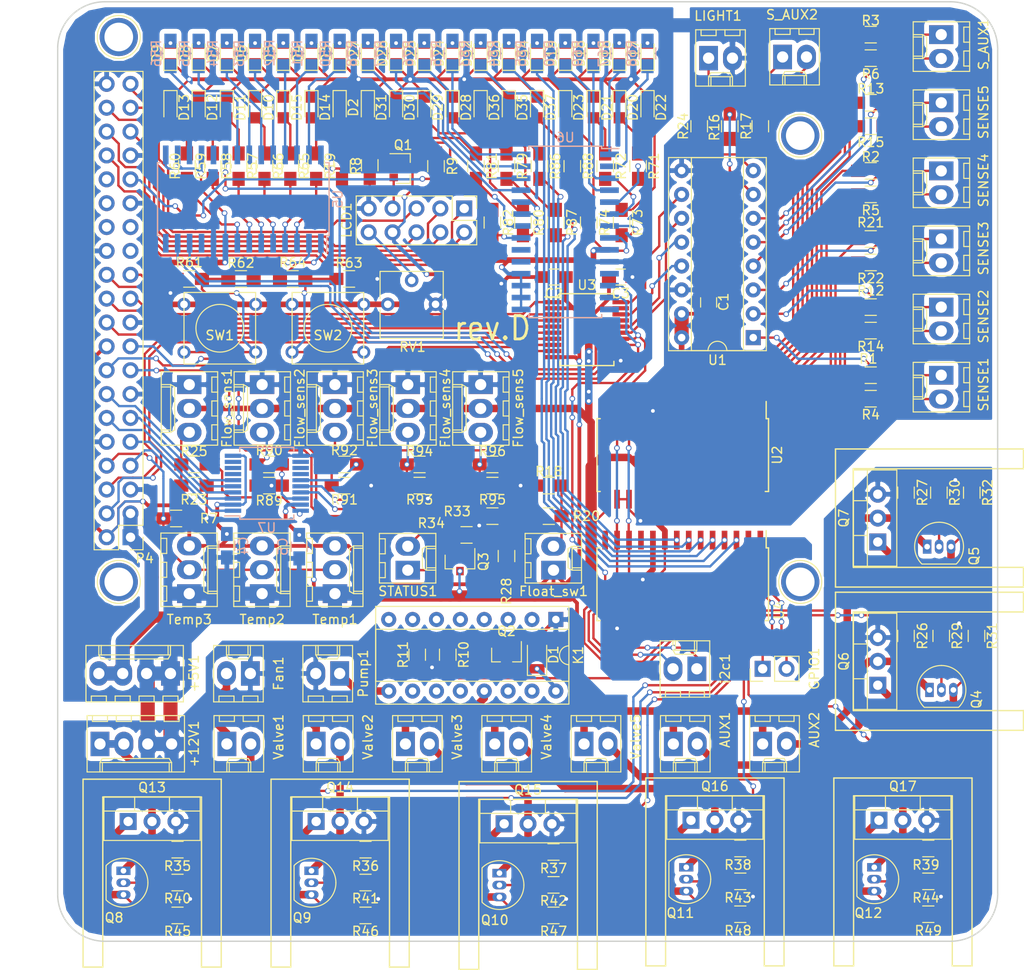
<source format=kicad_pcb>
(kicad_pcb (version 4) (host pcbnew 4.0.7)
  (layers (0 F.Cu signal) (31 B.Cu signal) (34 B.Paste user) (35 F.Paste user) (36 B.SilkS user) (37 F.SilkS user) (38 B.Mask user) (39 F.Mask user) (44 Edge.Cuts user))
  (net 0 "")
  (net 1 +5V)
  (net 2 GND)
  (net 3 +3V3)
  (net 4 "Net-(D1-Pad1)")
  (net 5 +12V)
  (net 6 /PI_SDA)
  (net 7 /PI_SCL)
  (net 8 /SPI_MOSI)
  (net 9 /SPI_CS0)
  (net 10 /SPI_CLK)
  (net 11 /SENSE01)
  (net 12 /SENSE04)
  (net 13 /SENSE_AUX1)
  (net 14 /LCD_e)
  (net 15 /LCD_rs)
  (net 16 /LCD1)
  (net 17 /LCD2)
  (net 18 /LCD3)
  (net 19 /LCD4)
  (net 20 /SENSE02)
  (net 21 /SENSE05)
  (net 22 /SENSE_L)
  (net 23 /SENSE_AUX2)
  (net 24 /SENSE03)
  (net 25 "Net-(Q4-Pad2)")
  (net 26 "Net-(Q4-Pad3)")
  (net 27 "Net-(Q5-Pad2)")
  (net 28 "Net-(Q5-Pad3)")
  (net 29 "Net-(Q8-Pad2)")
  (net 30 "Net-(Q13-Pad1)")
  (net 31 "Net-(Q9-Pad2)")
  (net 32 "Net-(Q14-Pad1)")
  (net 33 "Net-(Q10-Pad2)")
  (net 34 "Net-(Q10-Pad3)")
  (net 35 "Net-(Q11-Pad2)")
  (net 36 "Net-(Q11-Pad3)")
  (net 37 "Net-(Q12-Pad2)")
  (net 38 "Net-(Q12-Pad3)")
  (net 39 /SENSE01_enA)
  (net 40 /SENSE04_enA)
  (net 41 /SENSE_AUX1_enA)
  (net 42 /SENSE01_enB)
  (net 43 /SENSE04_enB)
  (net 44 /SENSE_AUX1_enB)
  (net 45 /LCD_L)
  (net 46 /Pump)
  (net 47 /SENSE02_enA)
  (net 48 /SENSE05_enA)
  (net 49 /SENSE02_enB)
  (net 50 /SENSE05_enB)
  (net 51 /SENSE_AUX2_enA)
  (net 52 /SENSE_AUX2_enB)
  (net 53 /Float_switch)
  (net 54 /SENSE03_enA)
  (net 55 /SENSE03_enB)
  (net 56 /V06)
  (net 57 /V07)
  (net 58 /V01)
  (net 59 /V02)
  (net 60 /V03)
  (net 61 /V04)
  (net 62 /V05)
  (net 63 /SPI_MISO)
  (net 64 /I2C_CSL)
  (net 65 /I2C_SDA)
  (net 66 /5PI_CS0)
  (net 67 /5PI_MOSI)
  (net 68 /5PI_MISO)
  (net 69 /5PI_CLK)
  (net 70 "Net-(K1-Pad9)")
  (net 71 "Net-(AUX1-Pad2)")
  (net 72 "Net-(AUX2-Pad2)")
  (net 73 "Net-(Float_sw1-Pad2)")
  (net 74 "Net-(LCD1-Pad7)")
  (net 75 "Net-(LCD1-Pad10)")
  (net 76 "Net-(Q13-Pad2)")
  (net 77 "Net-(Q14-Pad2)")
  (net 78 "Net-(Q10-Pad1)")
  (net 79 "Net-(Q11-Pad1)")
  (net 80 "Net-(Q12-Pad1)")
  (net 81 "Net-(R4-Pad1)")
  (net 82 "Net-(R5-Pad1)")
  (net 83 "Net-(R6-Pad1)")
  (net 84 "Net-(R14-Pad1)")
  (net 85 "Net-(R15-Pad1)")
  (net 86 "Net-(R17-Pad1)")
  (net 87 "Net-(R22-Pad1)")
  (net 88 "Net-(R34-Pad2)")
  (net 89 "Net-(D2-Pad2)")
  (net 90 "Net-(D3-Pad2)")
  (net 91 "Net-(D4-Pad2)")
  (net 92 "Net-(D5-Pad2)")
  (net 93 "Net-(D6-Pad2)")
  (net 94 "Net-(D7-Pad2)")
  (net 95 "Net-(D8-Pad2)")
  (net 96 "Net-(D9-Pad2)")
  (net 97 "Net-(D10-Pad2)")
  (net 98 "Net-(D11-Pad2)")
  (net 99 "Net-(D12-Pad2)")
  (net 100 "Net-(D13-Pad2)")
  (net 101 /STATUS)
  (net 102 "Net-(R19-Pad2)")
  (net 103 "Net-(R50-Pad2)")
  (net 104 "Net-(R51-Pad2)")
  (net 105 "Net-(R52-Pad2)")
  (net 106 "Net-(R53-Pad2)")
  (net 107 "Net-(R54-Pad2)")
  (net 108 "Net-(R55-Pad2)")
  (net 109 "Net-(R56-Pad2)")
  (net 110 "Net-(R57-Pad2)")
  (net 111 "Net-(R58-Pad2)")
  (net 112 "Net-(R59-Pad2)")
  (net 113 "Net-(R60-Pad2)")
  (net 114 "Net-(R61-Pad1)")
  (net 115 /BUTTON1)
  (net 116 "Net-(R63-Pad1)")
  (net 117 /BUTTON2)
  (net 118 /GPCLK0)
  (net 119 "Net-(Q1-Pad1)")
  (net 120 "Net-(Q2-Pad1)")
  (net 121 "Net-(Q3-Pad1)")
  (net 122 "Net-(D14-Pad2)")
  (net 123 "Net-(D15-Pad2)")
  (net 124 "Net-(D16-Pad2)")
  (net 125 "Net-(D17-Pad2)")
  (net 126 "Net-(D18-Pad2)")
  (net 127 "Net-(D19-Pad2)")
  (net 128 "Net-(D20-Pad2)")
  (net 129 "Net-(D21-Pad2)")
  (net 130 "Net-(D22-Pad2)")
  (net 131 "Net-(D23-Pad2)")
  (net 132 "Net-(D24-Pad2)")
  (net 133 "Net-(D25-Pad2)")
  (net 134 "Net-(D26-Pad2)")
  (net 135 "Net-(D27-Pad2)")
  (net 136 "Net-(D28-Pad2)")
  (net 137 "Net-(D29-Pad2)")
  (net 138 "Net-(D30-Pad2)")
  (net 139 "Net-(D31-Pad2)")
  (net 140 "Net-(R65-Pad2)")
  (net 141 "Net-(R66-Pad2)")
  (net 142 "Net-(R67-Pad2)")
  (net 143 "Net-(R68-Pad2)")
  (net 144 "Net-(R69-Pad2)")
  (net 145 "Net-(R70-Pad2)")
  (net 146 "Net-(R71-Pad2)")
  (net 147 "Net-(R72-Pad2)")
  (net 148 "Net-(R73-Pad2)")
  (net 149 "Net-(R74-Pad2)")
  (net 150 "Net-(R75-Pad2)")
  (net 151 "Net-(R76-Pad2)")
  (net 152 "Net-(R77-Pad2)")
  (net 153 "Net-(R78-Pad2)")
  (net 154 "Net-(R79-Pad2)")
  (net 155 "Net-(R80-Pad2)")
  (net 156 "Net-(R81-Pad2)")
  (net 157 "Net-(R82-Pad2)")
  (net 158 "Net-(D32-Pad2)")
  (net 159 "Net-(D33-Pad2)")
  (net 160 "Net-(D34-Pad2)")
  (net 161 "Net-(D35-Pad2)")
  (net 162 "Net-(D36-Pad2)")
  (net 163 "Net-(D37-Pad2)")
  (net 164 "Net-(R83-Pad2)")
  (net 165 "Net-(R84-Pad2)")
  (net 166 "Net-(R85-Pad2)")
  (net 167 "Net-(R86-Pad2)")
  (net 168 "Net-(R87-Pad2)")
  (net 169 "Net-(R88-Pad2)")
  (net 170 "Net-(Flow_sens1-Pad3)")
  (net 171 /Flow_sen1)
  (net 172 "Net-(Flow_sens2-Pad3)")
  (net 173 "Net-(Flow_sens3-Pad3)")
  (net 174 "Net-(Flow_sens4-Pad3)")
  (net 175 /Pi_flow5)
  (net 176 /Pi_flow4)
  (net 177 /Pi_flow3)
  (net 178 /Pi_flow2)
  (net 179 /Pi_flow1)
  (net 180 /Flow_sen2)
  (net 181 /Flow_sen3)
  (net 182 /Flow_sen4)
  (net 183 "Net-(Flow_sens5-Pad3)")
  (net 184 /Flow_sen5)
  (net 185 "Net-(Q3-Pad2)")
  (net 186 /24)
  (net 187 /25)
  (net 188 "Net-(GPIO1-Pad1)")
  (net 189 "Net-(GPIO1-Pad2)")
  (net 190 /INTu4)
  (net 191 /INTu5)
  (module Connectors_Molex:Molex_KK-6410-03_03x2.54mm_Straight (layer F.Cu) (at 59.95 70.78 270)
    (fp_text reference Flow_sens5 (at 2.5 -4 270) (layer F.SilkS))
    (fp_text value CONN_01X03)
    (pad 1 thru_hole rect (at 0 0 270) (size 2 2.6) (drill 1.2) (layers *.Cu *.Mask) (net 2 GND))
    (pad 2 thru_hole oval (at 2.54 0 270) (size 2 2.6) (drill 1.2) (layers *.Cu *.Mask) (net 1 +5V))
    (pad 3 thru_hole oval (at 5.08 0 270) (size 2 2.6) (drill 1.2) (layers *.Cu *.Mask) (net 183 "Net-(Flow_sens5-Pad3)"))
  )
  (module TO_SOT_Packages_THT:TO-220_Vertical (layer F.Cu) (at 102.325 117.155)
    (fp_text reference Q17 (at 2.54 -3.62) (layer F.SilkS))
    (fp_text value DB241C)
    (pad 1 thru_hole rect (at 0 0) (size 1.8 1.8) (drill 1) (layers *.Cu *.Mask) (net 38 "Net-(Q12-Pad3)"))
    (pad 2 thru_hole oval (at 2.54 0) (size 1.8 1.8) (drill 1) (layers *.Cu *.Mask) (net 80 "Net-(Q12-Pad1)"))
    (pad 3 thru_hole oval (at 5.08 0) (size 1.8 1.8) (drill 1) (layers *.Cu *.Mask) (net 2 GND))
  )
  (module TO_SOT_Packages_THT:TO-220_Vertical (layer F.Cu) (at 82.325 117.155)
    (fp_text reference Q16 (at 2.54 -3.62) (layer F.SilkS))
    (fp_text value DB241C)
    (pad 1 thru_hole rect (at 0 0) (size 1.8 1.8) (drill 1) (layers *.Cu *.Mask) (net 36 "Net-(Q11-Pad3)"))
    (pad 2 thru_hole oval (at 2.54 0) (size 1.8 1.8) (drill 1) (layers *.Cu *.Mask) (net 79 "Net-(Q11-Pad1)"))
    (pad 3 thru_hole oval (at 5.08 0) (size 1.8 1.8) (drill 1) (layers *.Cu *.Mask) (net 2 GND))
  )
  (module TO_SOT_Packages_THT:TO-220_Vertical (layer F.Cu) (at 102.2 102.78 90)
    (fp_text reference Q6 (at 2.54 -3.62 90) (layer F.SilkS))
    (fp_text value DB241C)
    (pad 1 thru_hole rect (at 0 0 90) (size 1.8 1.8) (drill 1) (layers *.Cu *.Mask) (net 26 "Net-(Q4-Pad3)"))
    (pad 2 thru_hole oval (at 2.54 0 90) (size 1.8 1.8) (drill 1) (layers *.Cu *.Mask) (net 71 "Net-(AUX1-Pad2)"))
    (pad 3 thru_hole oval (at 5.08 0 90) (size 1.8 1.8) (drill 1) (layers *.Cu *.Mask) (net 2 GND))
  )
  (module TO_SOT_Packages_THT:TO-220_Vertical (layer F.Cu) (at 62.45 117.53)
    (fp_text reference Q15 (at 2.54 -3.62) (layer F.SilkS))
    (fp_text value DB241C)
    (pad 1 thru_hole rect (at 0 0) (size 1.8 1.8) (drill 1) (layers *.Cu *.Mask) (net 34 "Net-(Q10-Pad3)"))
    (pad 2 thru_hole oval (at 2.54 0) (size 1.8 1.8) (drill 1) (layers *.Cu *.Mask) (net 78 "Net-(Q10-Pad1)"))
    (pad 3 thru_hole oval (at 5.08 0) (size 1.8 1.8) (drill 1) (layers *.Cu *.Mask) (net 2 GND))
  )
  (module TO_SOT_Packages_THT:TO-220_Vertical (layer F.Cu) (at 42.45 117.28)
    (fp_text reference Q14 (at 2.54 -3.62) (layer F.SilkS))
    (fp_text value DB241C)
    (pad 1 thru_hole rect (at 0 0) (size 1.8 1.8) (drill 1) (layers *.Cu *.Mask) (net 32 "Net-(Q14-Pad1)"))
    (pad 2 thru_hole oval (at 2.54 0) (size 1.8 1.8) (drill 1) (layers *.Cu *.Mask) (net 77 "Net-(Q14-Pad2)"))
    (pad 3 thru_hole oval (at 5.08 0) (size 1.8 1.8) (drill 1) (layers *.Cu *.Mask) (net 2 GND))
  )
  (module TO_SOT_Packages_THT:TO-220_Vertical (layer F.Cu) (at 22.45 117.28)
    (fp_text reference Q13 (at 2.54 -3.62) (layer F.SilkS))
    (fp_text value DB241C)
    (pad 1 thru_hole rect (at 0 0) (size 1.8 1.8) (drill 1) (layers *.Cu *.Mask) (net 30 "Net-(Q13-Pad1)"))
    (pad 2 thru_hole oval (at 2.54 0) (size 1.8 1.8) (drill 1) (layers *.Cu *.Mask) (net 76 "Net-(Q13-Pad2)"))
    (pad 3 thru_hole oval (at 5.08 0) (size 1.8 1.8) (drill 1) (layers *.Cu *.Mask) (net 2 GND))
  )
  (module TO_SOT_Packages_THT:TO-220_Vertical (layer F.Cu) (at 102.2 87.53 90)
    (fp_text reference Q7 (at 2.54 -3.62 90) (layer F.SilkS))
    (fp_text value DB241C)
    (pad 1 thru_hole rect (at 0 0 90) (size 1.8 1.8) (drill 1) (layers *.Cu *.Mask) (net 28 "Net-(Q5-Pad3)"))
    (pad 2 thru_hole oval (at 2.54 0 90) (size 1.8 1.8) (drill 1) (layers *.Cu *.Mask) (net 72 "Net-(AUX2-Pad2)"))
    (pad 3 thru_hole oval (at 5.08 0 90) (size 1.8 1.8) (drill 1) (layers *.Cu *.Mask) (net 2 GND))
  )
  (module Connect:1pin (layer F.Cu) (at 93.95 44.28)
    (fp_text reference "" (at 0 -3.048) (layer F.SilkS))
    (fp_text value 1pin)
    (pad 1 thru_hole circle (at 0 0) (size 4.064 4.064) (drill 3.048) (layers *.Cu *.Mask))
  )
  (module Resistors_SMD:R_0805_HandSoldering (layer F.Cu) (at 69.7 47.53 270)
    (fp_text reference R88 (at 0 -1.7 270) (layer F.SilkS))
    (fp_text value 390)
    (pad 1 smd rect (at -1.35 0 270) (size 1.5 1.3) (layers F.Cu F.Paste F.Mask) (net 163 "Net-(D37-Pad2)"))
    (pad 2 smd rect (at 1.35 0 270) (size 1.5 1.3) (layers F.Cu F.Paste F.Mask) (net 169 "Net-(R88-Pad2)"))
  )
  (module Resistors_SMD:R_0805_HandSoldering (layer F.Cu) (at 67.95 53.53 270)
    (fp_text reference R87 (at 0 -1.7 270) (layer F.SilkS))
    (fp_text value 390)
    (pad 1 smd rect (at -1.35 0 270) (size 1.5 1.3) (layers F.Cu F.Paste F.Mask) (net 162 "Net-(D36-Pad2)"))
    (pad 2 smd rect (at 1.35 0 270) (size 1.5 1.3) (layers F.Cu F.Paste F.Mask) (net 168 "Net-(R87-Pad2)"))
  )
  (module Resistors_SMD:R_0805_HandSoldering (layer F.Cu) (at 66.2 47.53 270)
    (fp_text reference R86 (at 0 -1.7 270) (layer F.SilkS))
    (fp_text value 390)
    (pad 1 smd rect (at -1.35 0 270) (size 1.5 1.3) (layers F.Cu F.Paste F.Mask) (net 161 "Net-(D35-Pad2)"))
    (pad 2 smd rect (at 1.35 0 270) (size 1.5 1.3) (layers F.Cu F.Paste F.Mask) (net 167 "Net-(R86-Pad2)"))
  )
  (module Resistors_SMD:R_0805_HandSoldering (layer B.Cu) (at 65.95 35.53 270)
    (fp_text reference R85 (at 0 1.7 270) (layer B.SilkS) (effects (justify mirror)))
    (fp_text value 390)
    (pad 1 smd rect (at -1.35 0 270) (size 1.5 1.3) (layers B.Cu B.Paste B.Mask) (net 160 "Net-(D34-Pad2)"))
    (pad 2 smd rect (at 1.35 0 270) (size 1.5 1.3) (layers B.Cu B.Paste B.Mask) (net 166 "Net-(R85-Pad2)"))
  )
  (module Resistors_SMD:R_0805_HandSoldering (layer B.Cu) (at 62.95 35.53 270)
    (fp_text reference R84 (at 0 1.7 270) (layer B.SilkS) (effects (justify mirror)))
    (fp_text value 390)
    (pad 1 smd rect (at -1.35 0 270) (size 1.5 1.3) (layers B.Cu B.Paste B.Mask) (net 159 "Net-(D33-Pad2)"))
    (pad 2 smd rect (at 1.35 0 270) (size 1.5 1.3) (layers B.Cu B.Paste B.Mask) (net 165 "Net-(R84-Pad2)"))
  )
  (module Resistors_SMD:R_0805_HandSoldering (layer B.Cu) (at 59.95 35.53 270)
    (fp_text reference R83 (at 0 1.7 270) (layer B.SilkS) (effects (justify mirror)))
    (fp_text value 390)
    (pad 1 smd rect (at -1.35 0 270) (size 1.5 1.3) (layers B.Cu B.Paste B.Mask) (net 158 "Net-(D32-Pad2)"))
    (pad 2 smd rect (at 1.35 0 270) (size 1.5 1.3) (layers B.Cu B.Paste B.Mask) (net 164 "Net-(R83-Pad2)"))
  )
  (module LEDs:LED_0805 (layer F.Cu) (at 65.95 41.28 270)
    (fp_text reference D37 (at 0 -1.45 270) (layer F.SilkS))
    (fp_text value LED)
    (pad 2 smd rect (at 1.1 0 90) (size 1.2 1.2) (layers F.Cu F.Paste F.Mask) (net 163 "Net-(D37-Pad2)"))
    (pad 1 smd rect (at -1.1 0 90) (size 1.2 1.2) (layers F.Cu F.Paste F.Mask) (net 2 GND))
  )
  (module LEDs:LED_0805 (layer F.Cu) (at 59.95 41.28 270)
    (fp_text reference D36 (at 0 -1.45 270) (layer F.SilkS))
    (fp_text value LED)
    (pad 2 smd rect (at 1.1 0 90) (size 1.2 1.2) (layers F.Cu F.Paste F.Mask) (net 162 "Net-(D36-Pad2)"))
    (pad 1 smd rect (at -1.1 0 90) (size 1.2 1.2) (layers F.Cu F.Paste F.Mask) (net 2 GND))
  )
  (module LEDs:LED_0805 (layer F.Cu) (at 62.95 41.28 270)
    (fp_text reference D35 (at 0 -1.45 270) (layer F.SilkS))
    (fp_text value LED)
    (pad 2 smd rect (at 1.1 0 90) (size 1.2 1.2) (layers F.Cu F.Paste F.Mask) (net 161 "Net-(D35-Pad2)"))
    (pad 1 smd rect (at -1.1 0 90) (size 1.2 1.2) (layers F.Cu F.Paste F.Mask) (net 2 GND))
  )
  (module LEDs:LED_0805 (layer F.Cu) (at 65.95 35.53 90)
    (fp_text reference D34 (at 0 -1.45 90) (layer F.SilkS))
    (fp_text value LED)
    (pad 2 smd rect (at 1.1 0 270) (size 1.2 1.2) (layers F.Cu F.Paste F.Mask) (net 160 "Net-(D34-Pad2)"))
    (pad 1 smd rect (at -1.1 0 270) (size 1.2 1.2) (layers F.Cu F.Paste F.Mask) (net 2 GND))
  )
  (module LEDs:LED_0805 (layer F.Cu) (at 62.95 35.53 90)
    (fp_text reference D33 (at 0 -1.45 90) (layer F.SilkS))
    (fp_text value LED)
    (pad 2 smd rect (at 1.1 0 270) (size 1.2 1.2) (layers F.Cu F.Paste F.Mask) (net 159 "Net-(D33-Pad2)"))
    (pad 1 smd rect (at -1.1 0 270) (size 1.2 1.2) (layers F.Cu F.Paste F.Mask) (net 2 GND))
  )
  (module LEDs:LED_0805 (layer F.Cu) (at 59.95 35.53 90)
    (fp_text reference D32 (at 0 -1.45 90) (layer F.SilkS))
    (fp_text value LED)
    (pad 2 smd rect (at 1.1 0 270) (size 1.2 1.2) (layers F.Cu F.Paste F.Mask) (net 158 "Net-(D32-Pad2)"))
    (pad 1 smd rect (at -1.1 0 270) (size 1.2 1.2) (layers F.Cu F.Paste F.Mask) (net 2 GND))
  )
  (module Connect:1pin (layer F.Cu) (at 93.95 91.78)
    (fp_text reference "" (at 0 -3.048) (layer F.SilkS))
    (fp_text value 1pin)
    (pad 1 thru_hole circle (at 0 0) (size 4.064 4.064) (drill 3.048) (layers *.Cu *.Mask))
  )
  (module Housings_SOIC:SOIC-28W_7.5x17.9mm_Pitch1.27mm (layer B.Cu) (at 68.95 54.53 180)
    (fp_text reference U6 (at 0 10.05 180) (layer B.SilkS) (effects (justify mirror)))
    (fp_text value MCP23017)
    (pad 1 smd rect (at -4.7 8.255 180) (size 2 0.6) (layers B.Cu B.Paste B.Mask) (net 142 "Net-(R67-Pad2)"))
    (pad 2 smd rect (at -4.7 6.985 180) (size 2 0.6) (layers B.Cu B.Paste B.Mask) (net 143 "Net-(R68-Pad2)"))
    (pad 3 smd rect (at -4.7 5.715 180) (size 2 0.6) (layers B.Cu B.Paste B.Mask) (net 144 "Net-(R69-Pad2)"))
    (pad 4 smd rect (at -4.7 4.445 180) (size 2 0.6) (layers B.Cu B.Paste B.Mask) (net 145 "Net-(R70-Pad2)"))
    (pad 5 smd rect (at -4.7 3.175 180) (size 2 0.6) (layers B.Cu B.Paste B.Mask) (net 146 "Net-(R71-Pad2)"))
    (pad 6 smd rect (at -4.7 1.905 180) (size 2 0.6) (layers B.Cu B.Paste B.Mask) (net 147 "Net-(R72-Pad2)"))
    (pad 7 smd rect (at -4.7 0.635 180) (size 2 0.6) (layers B.Cu B.Paste B.Mask) (net 148 "Net-(R73-Pad2)"))
    (pad 8 smd rect (at -4.7 -0.635 180) (size 2 0.6) (layers B.Cu B.Paste B.Mask) (net 149 "Net-(R74-Pad2)"))
    (pad 9 smd rect (at -4.7 -1.905 180) (size 2 0.6) (layers B.Cu B.Paste B.Mask) (net 1 +5V))
    (pad 10 smd rect (at -4.7 -3.175 180) (size 2 0.6) (layers B.Cu B.Paste B.Mask) (net 2 GND))
    (pad 11 smd rect (at -4.7 -4.445 180) (size 2 0.6) (layers B.Cu B.Paste B.Mask))
    (pad 12 smd rect (at -4.7 -5.715 180) (size 2 0.6) (layers B.Cu B.Paste B.Mask) (net 64 /I2C_CSL))
    (pad 13 smd rect (at -4.7 -6.985 180) (size 2 0.6) (layers B.Cu B.Paste B.Mask) (net 65 /I2C_SDA))
    (pad 14 smd rect (at -4.7 -8.255 180) (size 2 0.6) (layers B.Cu B.Paste B.Mask))
    (pad 15 smd rect (at 4.7 -8.255 180) (size 2 0.6) (layers B.Cu B.Paste B.Mask) (net 1 +5V))
    (pad 16 smd rect (at 4.7 -6.985 180) (size 2 0.6) (layers B.Cu B.Paste B.Mask) (net 1 +5V))
    (pad 17 smd rect (at 4.7 -5.715 180) (size 2 0.6) (layers B.Cu B.Paste B.Mask) (net 1 +5V))
    (pad 18 smd rect (at 4.7 -4.445 180) (size 2 0.6) (layers B.Cu B.Paste B.Mask) (net 1 +5V))
    (pad 19 smd rect (at 4.7 -3.175 180) (size 2 0.6) (layers B.Cu B.Paste B.Mask))
    (pad 20 smd rect (at 4.7 -1.905 180) (size 2 0.6) (layers B.Cu B.Paste B.Mask))
    (pad 21 smd rect (at 4.7 -0.635 180) (size 2 0.6) (layers B.Cu B.Paste B.Mask) (net 157 "Net-(R82-Pad2)"))
    (pad 22 smd rect (at 4.7 0.635 180) (size 2 0.6) (layers B.Cu B.Paste B.Mask) (net 156 "Net-(R81-Pad2)"))
    (pad 23 smd rect (at 4.7 1.905 180) (size 2 0.6) (layers B.Cu B.Paste B.Mask) (net 155 "Net-(R80-Pad2)"))
    (pad 24 smd rect (at 4.7 3.175 180) (size 2 0.6) (layers B.Cu B.Paste B.Mask) (net 154 "Net-(R79-Pad2)"))
    (pad 25 smd rect (at 4.7 4.445 180) (size 2 0.6) (layers B.Cu B.Paste B.Mask) (net 153 "Net-(R78-Pad2)"))
    (pad 26 smd rect (at 4.7 5.715 180) (size 2 0.6) (layers B.Cu B.Paste B.Mask) (net 152 "Net-(R77-Pad2)"))
    (pad 27 smd rect (at 4.7 6.985 180) (size 2 0.6) (layers B.Cu B.Paste B.Mask) (net 151 "Net-(R76-Pad2)"))
    (pad 28 smd rect (at 4.7 8.255 180) (size 2 0.6) (layers B.Cu B.Paste B.Mask) (net 150 "Net-(R75-Pad2)"))
  )
  (module Resistors_SMD:R_0805_HandSoldering (layer F.Cu) (at 61.2 53.53 270)
    (fp_text reference R82 (at 0 -1.7 270) (layer F.SilkS))
    (fp_text value 390)
    (pad 1 smd rect (at -1.35 0 270) (size 1.5 1.3) (layers F.Cu F.Paste F.Mask) (net 139 "Net-(D31-Pad2)"))
    (pad 2 smd rect (at 1.35 0 270) (size 1.5 1.3) (layers F.Cu F.Paste F.Mask) (net 157 "Net-(R82-Pad2)"))
  )
  (module Resistors_SMD:R_0805_HandSoldering (layer F.Cu) (at 59.45 47.53 270)
    (fp_text reference R81 (at 0 -1.7 270) (layer F.SilkS))
    (fp_text value 390)
    (pad 1 smd rect (at -1.35 0 270) (size 1.5 1.3) (layers F.Cu F.Paste F.Mask) (net 138 "Net-(D30-Pad2)"))
    (pad 2 smd rect (at 1.35 0 270) (size 1.5 1.3) (layers F.Cu F.Paste F.Mask) (net 156 "Net-(R81-Pad2)"))
  )
  (module Resistors_SMD:R_0805_HandSoldering (layer F.Cu) (at 64.45 53.53 270)
    (fp_text reference R80 (at 0 -1.7 270) (layer F.SilkS))
    (fp_text value 390)
    (pad 1 smd rect (at -1.35 0 270) (size 1.5 1.3) (layers F.Cu F.Paste F.Mask) (net 137 "Net-(D29-Pad2)"))
    (pad 2 smd rect (at 1.35 0 270) (size 1.5 1.3) (layers F.Cu F.Paste F.Mask) (net 155 "Net-(R80-Pad2)"))
  )
  (module Resistors_SMD:R_0805_HandSoldering (layer F.Cu) (at 62.7 47.53 270)
    (fp_text reference R79 (at 0 -1.7 270) (layer F.SilkS))
    (fp_text value 390)
    (pad 1 smd rect (at -1.35 0 270) (size 1.5 1.3) (layers F.Cu F.Paste F.Mask) (net 136 "Net-(D28-Pad2)"))
    (pad 2 smd rect (at 1.35 0 270) (size 1.5 1.3) (layers F.Cu F.Paste F.Mask) (net 154 "Net-(R79-Pad2)"))
  )
  (module Resistors_SMD:R_0805_HandSoldering (layer B.Cu) (at 47.95 35.53 270)
    (fp_text reference R78 (at 0 1.7 270) (layer B.SilkS) (effects (justify mirror)))
    (fp_text value 390)
    (pad 1 smd rect (at -1.35 0 270) (size 1.5 1.3) (layers B.Cu B.Paste B.Mask) (net 135 "Net-(D27-Pad2)"))
    (pad 2 smd rect (at 1.35 0 270) (size 1.5 1.3) (layers B.Cu B.Paste B.Mask) (net 153 "Net-(R78-Pad2)"))
  )
  (module Resistors_SMD:R_0805_HandSoldering (layer B.Cu) (at 50.95 35.53 270)
    (fp_text reference R77 (at 0 1.7 270) (layer B.SilkS) (effects (justify mirror)))
    (fp_text value 390)
    (pad 1 smd rect (at -1.35 0 270) (size 1.5 1.3) (layers B.Cu B.Paste B.Mask) (net 134 "Net-(D26-Pad2)"))
    (pad 2 smd rect (at 1.35 0 270) (size 1.5 1.3) (layers B.Cu B.Paste B.Mask) (net 152 "Net-(R77-Pad2)"))
  )
  (module Resistors_SMD:R_0805_HandSoldering (layer B.Cu) (at 53.95 35.53 270)
    (fp_text reference R76 (at 0 1.7 270) (layer B.SilkS) (effects (justify mirror)))
    (fp_text value 390)
    (pad 1 smd rect (at -1.35 0 270) (size 1.5 1.3) (layers B.Cu B.Paste B.Mask) (net 133 "Net-(D25-Pad2)"))
    (pad 2 smd rect (at 1.35 0 270) (size 1.5 1.3) (layers B.Cu B.Paste B.Mask) (net 151 "Net-(R76-Pad2)"))
  )
  (module Resistors_SMD:R_0805_HandSoldering (layer B.Cu) (at 56.95 35.53 270)
    (fp_text reference R75 (at 0 1.7 270) (layer B.SilkS) (effects (justify mirror)))
    (fp_text value 390)
    (pad 1 smd rect (at -1.35 0 270) (size 1.5 1.3) (layers B.Cu B.Paste B.Mask) (net 132 "Net-(D24-Pad2)"))
    (pad 2 smd rect (at 1.35 0 270) (size 1.5 1.3) (layers B.Cu B.Paste B.Mask) (net 150 "Net-(R75-Pad2)"))
  )
  (module Resistors_SMD:R_0805_HandSoldering (layer F.Cu) (at 71.45 53.53 270)
    (fp_text reference R74 (at 0 -1.7 270) (layer F.SilkS))
    (fp_text value 390)
    (pad 1 smd rect (at -1.35 0 270) (size 1.5 1.3) (layers F.Cu F.Paste F.Mask) (net 131 "Net-(D23-Pad2)"))
    (pad 2 smd rect (at 1.35 0 270) (size 1.5 1.3) (layers F.Cu F.Paste F.Mask) (net 149 "Net-(R74-Pad2)"))
  )
  (module Resistors_SMD:R_0805_HandSoldering (layer F.Cu) (at 74.95 53.53 270)
    (fp_text reference R73 (at 0 -1.7 270) (layer F.SilkS))
    (fp_text value 390)
    (pad 1 smd rect (at -1.35 0 270) (size 1.5 1.3) (layers F.Cu F.Paste F.Mask) (net 130 "Net-(D22-Pad2)"))
    (pad 2 smd rect (at 1.35 0 270) (size 1.5 1.3) (layers F.Cu F.Paste F.Mask) (net 148 "Net-(R73-Pad2)"))
  )
  (module Resistors_SMD:R_0805_HandSoldering (layer F.Cu) (at 73.2 47.53 270)
    (fp_text reference R72 (at 0 -1.7 270) (layer F.SilkS))
    (fp_text value 390)
    (pad 1 smd rect (at -1.35 0 270) (size 1.5 1.3) (layers F.Cu F.Paste F.Mask) (net 129 "Net-(D21-Pad2)"))
    (pad 2 smd rect (at 1.35 0 270) (size 1.5 1.3) (layers F.Cu F.Paste F.Mask) (net 147 "Net-(R72-Pad2)"))
  )
  (module Resistors_SMD:R_0805_HandSoldering (layer F.Cu) (at 76.7 47.53 270)
    (fp_text reference R71 (at 0 -1.7 270) (layer F.SilkS))
    (fp_text value 390)
    (pad 1 smd rect (at -1.35 0 270) (size 1.5 1.3) (layers F.Cu F.Paste F.Mask) (net 128 "Net-(D20-Pad2)"))
    (pad 2 smd rect (at 1.35 0 270) (size 1.5 1.3) (layers F.Cu F.Paste F.Mask) (net 146 "Net-(R71-Pad2)"))
  )
  (module Resistors_SMD:R_0805_HandSoldering (layer B.Cu) (at 68.95 35.53 270)
    (fp_text reference R70 (at 0 1.7 270) (layer B.SilkS) (effects (justify mirror)))
    (fp_text value 390)
    (pad 1 smd rect (at -1.35 0 270) (size 1.5 1.3) (layers B.Cu B.Paste B.Mask) (net 127 "Net-(D19-Pad2)"))
    (pad 2 smd rect (at 1.35 0 270) (size 1.5 1.3) (layers B.Cu B.Paste B.Mask) (net 145 "Net-(R70-Pad2)"))
  )
  (module Resistors_SMD:R_0805_HandSoldering (layer B.Cu) (at 71.95 35.53 270)
    (fp_text reference R69 (at 0 1.7 270) (layer B.SilkS) (effects (justify mirror)))
    (fp_text value 390)
    (pad 1 smd rect (at -1.35 0 270) (size 1.5 1.3) (layers B.Cu B.Paste B.Mask) (net 126 "Net-(D18-Pad2)"))
    (pad 2 smd rect (at 1.35 0 270) (size 1.5 1.3) (layers B.Cu B.Paste B.Mask) (net 144 "Net-(R69-Pad2)"))
  )
  (module Resistors_SMD:R_0805_HandSoldering (layer B.Cu) (at 77.7 35.53 270)
    (fp_text reference R68 (at 0 1.7 270) (layer B.SilkS) (effects (justify mirror)))
    (fp_text value 390)
    (pad 1 smd rect (at -1.35 0 270) (size 1.5 1.3) (layers B.Cu B.Paste B.Mask) (net 125 "Net-(D17-Pad2)"))
    (pad 2 smd rect (at 1.35 0 270) (size 1.5 1.3) (layers B.Cu B.Paste B.Mask) (net 143 "Net-(R68-Pad2)"))
  )
  (module Resistors_SMD:R_0805_HandSoldering (layer B.Cu) (at 74.7 35.53 270)
    (fp_text reference R67 (at 0 1.7 270) (layer B.SilkS) (effects (justify mirror)))
    (fp_text value 390)
    (pad 1 smd rect (at -1.35 0 270) (size 1.5 1.3) (layers B.Cu B.Paste B.Mask) (net 124 "Net-(D16-Pad2)"))
    (pad 2 smd rect (at 1.35 0 270) (size 1.5 1.3) (layers B.Cu B.Paste B.Mask) (net 142 "Net-(R67-Pad2)"))
  )
  (module Resistors_SMD:R_0805_HandSoldering (layer F.Cu) (at 39.7 47.53 270)
    (fp_text reference R66 (at 0 1.25 270) (layer F.SilkS))
    (fp_text value 390)
    (pad 1 smd rect (at -1.35 0 270) (size 1.5 1.3) (layers F.Cu F.Paste F.Mask) (net 123 "Net-(D15-Pad2)"))
    (pad 2 smd rect (at 1.35 0 270) (size 1.5 1.3) (layers F.Cu F.Paste F.Mask) (net 141 "Net-(R66-Pad2)"))
  )
  (module Resistors_SMD:R_0805_HandSoldering (layer F.Cu) (at 42.45 47.53 270)
    (fp_text reference R65 (at 0 1.25 270) (layer F.SilkS))
    (fp_text value 390)
    (pad 1 smd rect (at -1.35 0 270) (size 1.5 1.3) (layers F.Cu F.Paste F.Mask) (net 122 "Net-(D14-Pad2)"))
    (pad 2 smd rect (at 1.35 0 270) (size 1.5 1.3) (layers F.Cu F.Paste F.Mask) (net 140 "Net-(R65-Pad2)"))
  )
  (module LEDs:LED_0805 (layer F.Cu) (at 47.95 41.28 270)
    (fp_text reference D31 (at 0 -1.45 270) (layer F.SilkS))
    (fp_text value LED)
    (pad 2 smd rect (at 1.1 0 90) (size 1.2 1.2) (layers F.Cu F.Paste F.Mask) (net 139 "Net-(D31-Pad2)"))
    (pad 1 smd rect (at -1.1 0 90) (size 1.2 1.2) (layers F.Cu F.Paste F.Mask) (net 2 GND))
  )
  (module LEDs:LED_0805 (layer F.Cu) (at 50.95 41.28 270)
    (fp_text reference D30 (at 0 -1.45 270) (layer F.SilkS))
    (fp_text value LED)
    (pad 2 smd rect (at 1.1 0 90) (size 1.2 1.2) (layers F.Cu F.Paste F.Mask) (net 138 "Net-(D30-Pad2)"))
    (pad 1 smd rect (at -1.1 0 90) (size 1.2 1.2) (layers F.Cu F.Paste F.Mask) (net 2 GND))
  )
  (module LEDs:LED_0805 (layer F.Cu) (at 53.95 41.28 270)
    (fp_text reference D29 (at 0 -1.45 270) (layer F.SilkS))
    (fp_text value LED)
    (pad 2 smd rect (at 1.1 0 90) (size 1.2 1.2) (layers F.Cu F.Paste F.Mask) (net 137 "Net-(D29-Pad2)"))
    (pad 1 smd rect (at -1.1 0 90) (size 1.2 1.2) (layers F.Cu F.Paste F.Mask) (net 2 GND))
  )
  (module LEDs:LED_0805 (layer F.Cu) (at 56.95 41.28 270)
    (fp_text reference D28 (at 0 -1.45 270) (layer F.SilkS))
    (fp_text value LED)
    (pad 2 smd rect (at 1.1 0 90) (size 1.2 1.2) (layers F.Cu F.Paste F.Mask) (net 136 "Net-(D28-Pad2)"))
    (pad 1 smd rect (at -1.1 0 90) (size 1.2 1.2) (layers F.Cu F.Paste F.Mask) (net 2 GND))
  )
  (module LEDs:LED_0805 (layer F.Cu) (at 47.95 35.53 90)
    (fp_text reference D27 (at 0 -1.45 90) (layer F.SilkS))
    (fp_text value LED)
    (pad 2 smd rect (at 1.1 0 270) (size 1.2 1.2) (layers F.Cu F.Paste F.Mask) (net 135 "Net-(D27-Pad2)"))
    (pad 1 smd rect (at -1.1 0 270) (size 1.2 1.2) (layers F.Cu F.Paste F.Mask) (net 2 GND))
  )
  (module LEDs:LED_0805 (layer F.Cu) (at 50.95 35.53 90)
    (fp_text reference D26 (at 0 -1.45 90) (layer F.SilkS))
    (fp_text value LED)
    (pad 2 smd rect (at 1.1 0 270) (size 1.2 1.2) (layers F.Cu F.Paste F.Mask) (net 134 "Net-(D26-Pad2)"))
    (pad 1 smd rect (at -1.1 0 270) (size 1.2 1.2) (layers F.Cu F.Paste F.Mask) (net 2 GND))
  )
  (module LEDs:LED_0805 (layer F.Cu) (at 53.95 35.53 90)
    (fp_text reference D25 (at 0 -1.45 90) (layer F.SilkS))
    (fp_text value LED)
    (pad 2 smd rect (at 1.1 0 270) (size 1.2 1.2) (layers F.Cu F.Paste F.Mask) (net 133 "Net-(D25-Pad2)"))
    (pad 1 smd rect (at -1.1 0 270) (size 1.2 1.2) (layers F.Cu F.Paste F.Mask) (net 2 GND))
  )
  (module LEDs:LED_0805 (layer F.Cu) (at 56.95 35.53 90)
    (fp_text reference D24 (at 0 -1.45 90) (layer F.SilkS))
    (fp_text value LED)
    (pad 2 smd rect (at 1.1 0 270) (size 1.2 1.2) (layers F.Cu F.Paste F.Mask) (net 132 "Net-(D24-Pad2)"))
    (pad 1 smd rect (at -1.1 0 270) (size 1.2 1.2) (layers F.Cu F.Paste F.Mask) (net 2 GND))
  )
  (module LEDs:LED_0805 (layer F.Cu) (at 68.95 41.28 270)
    (fp_text reference D23 (at 0 -1.45 270) (layer F.SilkS))
    (fp_text value LED)
    (pad 2 smd rect (at 1.1 0 90) (size 1.2 1.2) (layers F.Cu F.Paste F.Mask) (net 131 "Net-(D23-Pad2)"))
    (pad 1 smd rect (at -1.1 0 90) (size 1.2 1.2) (layers F.Cu F.Paste F.Mask) (net 2 GND))
  )
  (module LEDs:LED_0805 (layer F.Cu) (at 77.7 41.28 270)
    (fp_text reference D22 (at 0 -1.45 270) (layer F.SilkS))
    (fp_text value LED)
    (pad 2 smd rect (at 1.1 0 90) (size 1.2 1.2) (layers F.Cu F.Paste F.Mask) (net 130 "Net-(D22-Pad2)"))
    (pad 1 smd rect (at -1.1 0 90) (size 1.2 1.2) (layers F.Cu F.Paste F.Mask) (net 2 GND))
  )
  (module LEDs:LED_0805 (layer F.Cu) (at 71.95 41.28 270)
    (fp_text reference D21 (at 0 -1.45 270) (layer F.SilkS))
    (fp_text value LED)
    (pad 2 smd rect (at 1.1 0 90) (size 1.2 1.2) (layers F.Cu F.Paste F.Mask) (net 129 "Net-(D21-Pad2)"))
    (pad 1 smd rect (at -1.1 0 90) (size 1.2 1.2) (layers F.Cu F.Paste F.Mask) (net 2 GND))
  )
  (module LEDs:LED_0805 (layer F.Cu) (at 74.7 41.28 270)
    (fp_text reference D20 (at 0 -1.45 270) (layer F.SilkS))
    (fp_text value LED)
    (pad 2 smd rect (at 1.1 0 90) (size 1.2 1.2) (layers F.Cu F.Paste F.Mask) (net 128 "Net-(D20-Pad2)"))
    (pad 1 smd rect (at -1.1 0 90) (size 1.2 1.2) (layers F.Cu F.Paste F.Mask) (net 2 GND))
  )
  (module LEDs:LED_0805 (layer F.Cu) (at 68.95 35.53 90)
    (fp_text reference D19 (at 0 -1.45 90) (layer F.SilkS))
    (fp_text value LED)
    (pad 2 smd rect (at 1.1 0 270) (size 1.2 1.2) (layers F.Cu F.Paste F.Mask) (net 127 "Net-(D19-Pad2)"))
    (pad 1 smd rect (at -1.1 0 270) (size 1.2 1.2) (layers F.Cu F.Paste F.Mask) (net 2 GND))
  )
  (module LEDs:LED_0805 (layer F.Cu) (at 71.95 35.53 90)
    (fp_text reference D18 (at 0 -1.45 90) (layer F.SilkS))
    (fp_text value LED)
    (pad 2 smd rect (at 1.1 0 270) (size 1.2 1.2) (layers F.Cu F.Paste F.Mask) (net 126 "Net-(D18-Pad2)"))
    (pad 1 smd rect (at -1.1 0 270) (size 1.2 1.2) (layers F.Cu F.Paste F.Mask) (net 2 GND))
  )
  (module LEDs:LED_0805 (layer F.Cu) (at 77.7 35.53 90)
    (fp_text reference D17 (at 0 -1.45 90) (layer F.SilkS))
    (fp_text value LED)
    (pad 2 smd rect (at 1.1 0 270) (size 1.2 1.2) (layers F.Cu F.Paste F.Mask) (net 125 "Net-(D17-Pad2)"))
    (pad 1 smd rect (at -1.1 0 270) (size 1.2 1.2) (layers F.Cu F.Paste F.Mask) (net 2 GND))
  )
  (module LEDs:LED_0805 (layer F.Cu) (at 74.7 35.53 90)
    (fp_text reference D16 (at 0 -1.45 90) (layer F.SilkS))
    (fp_text value LED)
    (pad 2 smd rect (at 1.1 0 270) (size 1.2 1.2) (layers F.Cu F.Paste F.Mask) (net 124 "Net-(D16-Pad2)"))
    (pad 1 smd rect (at -1.1 0 270) (size 1.2 1.2) (layers F.Cu F.Paste F.Mask) (net 2 GND))
  )
  (module LEDs:LED_0805 (layer F.Cu) (at 38.95 41.28 270)
    (fp_text reference D15 (at 0 -1.45 270) (layer F.SilkS))
    (fp_text value LED)
    (pad 2 smd rect (at 1.1 0 90) (size 1.2 1.2) (layers F.Cu F.Paste F.Mask) (net 123 "Net-(D15-Pad2)"))
    (pad 1 smd rect (at -1.1 0 90) (size 1.2 1.2) (layers F.Cu F.Paste F.Mask) (net 2 GND))
  )
  (module LEDs:LED_0805 (layer F.Cu) (at 41.95 41.28 270)
    (fp_text reference D14 (at 0 -1.45 270) (layer F.SilkS))
    (fp_text value LED)
    (pad 2 smd rect (at 1.1 0 90) (size 1.2 1.2) (layers F.Cu F.Paste F.Mask) (net 122 "Net-(D14-Pad2)"))
    (pad 1 smd rect (at -1.1 0 90) (size 1.2 1.2) (layers F.Cu F.Paste F.Mask) (net 2 GND))
  )
  (module Diodes_SMD:D_1206 (layer F.Cu) (at 65.95 99.53 90)
    (fp_text reference D1 (at 0 1.75 90) (layer F.SilkS))
    (fp_text value D)
    (pad 1 smd rect (at -1.5 0 90) (size 1 1.6) (layers F.Cu F.Paste F.Mask) (net 4 "Net-(D1-Pad1)"))
    (pad 2 smd rect (at 1.5 0 90) (size 1 1.6) (layers F.Cu F.Paste F.Mask) (net 2 GND))
  )
  (module Connect:1pin (layer F.Cu) (at 21.45 33.78)
    (fp_text reference "" (at 0 -3.048) (layer F.SilkS))
    (fp_text value 1pin)
    (pad 1 thru_hole circle (at 0 0) (size 4.064 4.064) (drill 3.048) (layers *.Cu *.Mask))
  )
  (module Housings_DIP:DIP-16_W7.62mm_Socket (layer F.Cu) (at 88.95 65.78 180)
    (fp_text reference U1 (at 3.81 -2.39 180) (layer F.SilkS))
    (fp_text value MCP3208)
    (pad 1 thru_hole rect (at 0 0 180) (size 1.6 1.6) (drill 0.8) (layers *.Cu *.Mask) (net 11 /SENSE01))
    (pad 9 thru_hole oval (at 7.62 17.78 180) (size 1.6 1.6) (drill 0.8) (layers *.Cu *.Mask) (net 2 GND))
    (pad 2 thru_hole oval (at 0 2.54 180) (size 1.6 1.6) (drill 0.8) (layers *.Cu *.Mask) (net 20 /SENSE02))
    (pad 10 thru_hole oval (at 7.62 15.24 180) (size 1.6 1.6) (drill 0.8) (layers *.Cu *.Mask) (net 66 /5PI_CS0))
    (pad 3 thru_hole oval (at 0 5.08 180) (size 1.6 1.6) (drill 0.8) (layers *.Cu *.Mask) (net 24 /SENSE03))
    (pad 11 thru_hole oval (at 7.62 12.7 180) (size 1.6 1.6) (drill 0.8) (layers *.Cu *.Mask) (net 67 /5PI_MOSI))
    (pad 4 thru_hole oval (at 0 7.62 180) (size 1.6 1.6) (drill 0.8) (layers *.Cu *.Mask) (net 12 /SENSE04))
    (pad 12 thru_hole oval (at 7.62 10.16 180) (size 1.6 1.6) (drill 0.8) (layers *.Cu *.Mask) (net 68 /5PI_MISO))
    (pad 5 thru_hole oval (at 0 10.16 180) (size 1.6 1.6) (drill 0.8) (layers *.Cu *.Mask) (net 21 /SENSE05))
    (pad 13 thru_hole oval (at 7.62 7.62 180) (size 1.6 1.6) (drill 0.8) (layers *.Cu *.Mask) (net 69 /5PI_CLK))
    (pad 6 thru_hole oval (at 0 12.7 180) (size 1.6 1.6) (drill 0.8) (layers *.Cu *.Mask) (net 13 /SENSE_AUX1))
    (pad 14 thru_hole oval (at 7.62 5.08 180) (size 1.6 1.6) (drill 0.8) (layers *.Cu *.Mask) (net 2 GND))
    (pad 7 thru_hole oval (at 0 15.24 180) (size 1.6 1.6) (drill 0.8) (layers *.Cu *.Mask) (net 23 /SENSE_AUX2))
    (pad 15 thru_hole oval (at 7.62 2.54 180) (size 1.6 1.6) (drill 0.8) (layers *.Cu *.Mask) (net 1 +5V))
    (pad 8 thru_hole oval (at 0 17.78 180) (size 1.6 1.6) (drill 0.8) (layers *.Cu *.Mask) (net 22 /SENSE_L))
    (pad 16 thru_hole oval (at 7.62 0 180) (size 1.6 1.6) (drill 0.8) (layers *.Cu *.Mask) (net 1 +5V))
  )
  (module Housings_SOIC:SOIC-28W_7.5x17.9mm_Pitch1.27mm (layer B.Cu) (at 34.7 51.03 90)
    (fp_text reference U5 (at 0 10.05 90) (layer B.SilkS) (effects (justify mirror)))
    (fp_text value MCP23017)
    (pad 1 smd rect (at -4.7 8.255 90) (size 2 0.6) (layers B.Cu B.Paste B.Mask) (net 117 /BUTTON2))
    (pad 2 smd rect (at -4.7 6.985 90) (size 2 0.6) (layers B.Cu B.Paste B.Mask) (net 115 /BUTTON1))
    (pad 3 smd rect (at -4.7 5.715 90) (size 2 0.6) (layers B.Cu B.Paste B.Mask) (net 140 "Net-(R65-Pad2)"))
    (pad 4 smd rect (at -4.7 4.445 90) (size 2 0.6) (layers B.Cu B.Paste B.Mask) (net 141 "Net-(R66-Pad2)"))
    (pad 5 smd rect (at -4.7 3.175 90) (size 2 0.6) (layers B.Cu B.Paste B.Mask) (net 110 "Net-(R57-Pad2)"))
    (pad 6 smd rect (at -4.7 1.905 90) (size 2 0.6) (layers B.Cu B.Paste B.Mask) (net 111 "Net-(R58-Pad2)"))
    (pad 7 smd rect (at -4.7 0.635 90) (size 2 0.6) (layers B.Cu B.Paste B.Mask) (net 112 "Net-(R59-Pad2)"))
    (pad 8 smd rect (at -4.7 -0.635 90) (size 2 0.6) (layers B.Cu B.Paste B.Mask) (net 113 "Net-(R60-Pad2)"))
    (pad 9 smd rect (at -4.7 -1.905 90) (size 2 0.6) (layers B.Cu B.Paste B.Mask) (net 1 +5V))
    (pad 10 smd rect (at -4.7 -3.175 90) (size 2 0.6) (layers B.Cu B.Paste B.Mask) (net 2 GND))
    (pad 11 smd rect (at -4.7 -4.445 90) (size 2 0.6) (layers B.Cu B.Paste B.Mask))
    (pad 12 smd rect (at -4.7 -5.715 90) (size 2 0.6) (layers B.Cu B.Paste B.Mask) (net 64 /I2C_CSL))
    (pad 13 smd rect (at -4.7 -6.985 90) (size 2 0.6) (layers B.Cu B.Paste B.Mask) (net 65 /I2C_SDA))
    (pad 14 smd rect (at -4.7 -8.255 90) (size 2 0.6) (layers B.Cu B.Paste B.Mask))
    (pad 15 smd rect (at 4.7 -8.255 90) (size 2 0.6) (layers B.Cu B.Paste B.Mask) (net 1 +5V))
    (pad 16 smd rect (at 4.7 -6.985 90) (size 2 0.6) (layers B.Cu B.Paste B.Mask) (net 1 +5V))
    (pad 17 smd rect (at 4.7 -5.715 90) (size 2 0.6) (layers B.Cu B.Paste B.Mask) (net 2 GND))
    (pad 18 smd rect (at 4.7 -4.445 90) (size 2 0.6) (layers B.Cu B.Paste B.Mask) (net 1 +5V))
    (pad 19 smd rect (at 4.7 -3.175 90) (size 2 0.6) (layers B.Cu B.Paste B.Mask))
    (pad 20 smd rect (at 4.7 -1.905 90) (size 2 0.6) (layers B.Cu B.Paste B.Mask) (net 191 /INTu5))
    (pad 21 smd rect (at 4.7 -0.635 90) (size 2 0.6) (layers B.Cu B.Paste B.Mask) (net 109 "Net-(R56-Pad2)"))
    (pad 22 smd rect (at 4.7 0.635 90) (size 2 0.6) (layers B.Cu B.Paste B.Mask) (net 108 "Net-(R55-Pad2)"))
    (pad 23 smd rect (at 4.7 1.905 90) (size 2 0.6) (layers B.Cu B.Paste B.Mask) (net 107 "Net-(R54-Pad2)"))
    (pad 24 smd rect (at 4.7 3.175 90) (size 2 0.6) (layers B.Cu B.Paste B.Mask) (net 106 "Net-(R53-Pad2)"))
    (pad 25 smd rect (at 4.7 4.445 90) (size 2 0.6) (layers B.Cu B.Paste B.Mask) (net 105 "Net-(R52-Pad2)"))
    (pad 26 smd rect (at 4.7 5.715 90) (size 2 0.6) (layers B.Cu B.Paste B.Mask) (net 104 "Net-(R51-Pad2)"))
    (pad 27 smd rect (at 4.7 6.985 90) (size 2 0.6) (layers B.Cu B.Paste B.Mask) (net 103 "Net-(R50-Pad2)"))
    (pad 28 smd rect (at 4.7 8.255 90) (size 2 0.6) (layers B.Cu B.Paste B.Mask) (net 102 "Net-(R19-Pad2)"))
  )
  (module Buttons_Switches_ThroughHole:SW_PUSH_SMALL (layer F.Cu) (at 43.7 64.78 180)
    (fp_text reference SW2 (at 0 -0.762 180) (layer F.SilkS))
    (fp_text value SW_PUSH)
    (pad 1 thru_hole circle (at 3.81 -2.54 180) (size 1.397 1.397) (drill 0.8128) (layers *.Cu *.Mask) (net 116 "Net-(R63-Pad1)"))
    (pad 2 thru_hole circle (at 3.81 2.54 180) (size 1.397 1.397) (drill 0.8128) (layers *.Cu *.Mask) (net 1 +5V))
    (pad 1 thru_hole circle (at -3.81 -2.54 180) (size 1.397 1.397) (drill 0.8128) (layers *.Cu *.Mask) (net 116 "Net-(R63-Pad1)"))
    (pad 2 thru_hole circle (at -3.81 2.54 180) (size 1.397 1.397) (drill 0.8128) (layers *.Cu *.Mask) (net 1 +5V))
  )
  (module Buttons_Switches_ThroughHole:SW_PUSH_SMALL (layer F.Cu) (at 32.2 64.78 180)
    (fp_text reference SW1 (at 0 -0.762 180) (layer F.SilkS))
    (fp_text value SW_PUSH)
    (pad 1 thru_hole circle (at 3.81 -2.54 180) (size 1.397 1.397) (drill 0.8128) (layers *.Cu *.Mask) (net 114 "Net-(R61-Pad1)"))
    (pad 2 thru_hole circle (at 3.81 2.54 180) (size 1.397 1.397) (drill 0.8128) (layers *.Cu *.Mask) (net 1 +5V))
    (pad 1 thru_hole circle (at -3.81 -2.54 180) (size 1.397 1.397) (drill 0.8128) (layers *.Cu *.Mask) (net 114 "Net-(R61-Pad1)"))
    (pad 2 thru_hole circle (at -3.81 2.54 180) (size 1.397 1.397) (drill 0.8128) (layers *.Cu *.Mask) (net 1 +5V))
  )
  (module Resistors_SMD:R_0805_HandSoldering (layer F.Cu) (at 39.95 59.53 180)
    (fp_text reference R64 (at 0 1.75 180) (layer F.SilkS))
    (fp_text value 1k)
    (pad 1 smd rect (at -1.35 0 180) (size 1.5 1.3) (layers F.Cu F.Paste F.Mask) (net 116 "Net-(R63-Pad1)"))
    (pad 2 smd rect (at 1.35 0 180) (size 1.5 1.3) (layers F.Cu F.Paste F.Mask) (net 117 /BUTTON2))
  )
  (module Resistors_SMD:R_0805_HandSoldering (layer F.Cu) (at 45.95 59.53)
    (fp_text reference R63 (at 0 -1.7) (layer F.SilkS))
    (fp_text value 10k)
    (pad 1 smd rect (at -1.35 0) (size 1.5 1.3) (layers F.Cu F.Paste F.Mask) (net 116 "Net-(R63-Pad1)"))
    (pad 2 smd rect (at 1.35 0) (size 1.5 1.3) (layers F.Cu F.Paste F.Mask) (net 2 GND))
  )
  (module Resistors_SMD:R_0805_HandSoldering (layer F.Cu) (at 34.45 59.53)
    (fp_text reference R62 (at 0 -1.7) (layer F.SilkS))
    (fp_text value 1k)
    (pad 1 smd rect (at -1.35 0) (size 1.5 1.3) (layers F.Cu F.Paste F.Mask) (net 114 "Net-(R61-Pad1)"))
    (pad 2 smd rect (at 1.35 0) (size 1.5 1.3) (layers F.Cu F.Paste F.Mask) (net 115 /BUTTON1))
  )
  (module Resistors_SMD:R_0805_HandSoldering (layer F.Cu) (at 28.95 59.53 180)
    (fp_text reference R61 (at 0 1.75 180) (layer F.SilkS))
    (fp_text value 10k)
    (pad 1 smd rect (at -1.35 0 180) (size 1.5 1.3) (layers F.Cu F.Paste F.Mask) (net 114 "Net-(R61-Pad1)"))
    (pad 2 smd rect (at 1.35 0 180) (size 1.5 1.3) (layers F.Cu F.Paste F.Mask) (net 2 GND))
  )
  (module Resistors_SMD:R_0805_HandSoldering (layer F.Cu) (at 28.7 47.53 270)
    (fp_text reference R60 (at 0 1.25 270) (layer F.SilkS))
    (fp_text value 390)
    (pad 1 smd rect (at -1.35 0 270) (size 1.5 1.3) (layers F.Cu F.Paste F.Mask) (net 100 "Net-(D13-Pad2)"))
    (pad 2 smd rect (at 1.35 0 270) (size 1.5 1.3) (layers F.Cu F.Paste F.Mask) (net 113 "Net-(R60-Pad2)"))
  )
  (module Resistors_SMD:R_0805_HandSoldering (layer F.Cu) (at 31.45 47.53 270)
    (fp_text reference R59 (at 0 1.25 270) (layer F.SilkS))
    (fp_text value 390)
    (pad 1 smd rect (at -1.35 0 270) (size 1.5 1.3) (layers F.Cu F.Paste F.Mask) (net 99 "Net-(D12-Pad2)"))
    (pad 2 smd rect (at 1.35 0 270) (size 1.5 1.3) (layers F.Cu F.Paste F.Mask) (net 112 "Net-(R59-Pad2)"))
  )
  (module Resistors_SMD:R_0805_HandSoldering (layer F.Cu) (at 34.2 47.53 270)
    (fp_text reference R58 (at 0 1.25 270) (layer F.SilkS))
    (fp_text value 390)
    (pad 1 smd rect (at -1.35 0 270) (size 1.5 1.3) (layers F.Cu F.Paste F.Mask) (net 98 "Net-(D11-Pad2)"))
    (pad 2 smd rect (at 1.35 0 270) (size 1.5 1.3) (layers F.Cu F.Paste F.Mask) (net 111 "Net-(R58-Pad2)"))
  )
  (module Resistors_SMD:R_0805_HandSoldering (layer F.Cu) (at 36.95 47.53 270)
    (fp_text reference R57 (at 0 1.25 270) (layer F.SilkS))
    (fp_text value 390)
    (pad 1 smd rect (at -1.35 0 270) (size 1.5 1.3) (layers F.Cu F.Paste F.Mask) (net 97 "Net-(D10-Pad2)"))
    (pad 2 smd rect (at 1.35 0 270) (size 1.5 1.3) (layers F.Cu F.Paste F.Mask) (net 110 "Net-(R57-Pad2)"))
  )
  (module Resistors_SMD:R_0805_HandSoldering (layer B.Cu) (at 26.95 35.53 270)
    (fp_text reference R56 (at 0 1.5 270) (layer B.SilkS) (effects (justify mirror)))
    (fp_text value 390)
    (pad 1 smd rect (at -1.35 0 270) (size 1.5 1.3) (layers B.Cu B.Paste B.Mask) (net 96 "Net-(D9-Pad2)"))
    (pad 2 smd rect (at 1.35 0 270) (size 1.5 1.3) (layers B.Cu B.Paste B.Mask) (net 109 "Net-(R56-Pad2)"))
  )
  (module Resistors_SMD:R_0805_HandSoldering (layer B.Cu) (at 29.95 35.53 270)
    (fp_text reference R55 (at 0 1.5 270) (layer B.SilkS) (effects (justify mirror)))
    (fp_text value 390)
    (pad 1 smd rect (at -1.35 0 270) (size 1.5 1.3) (layers B.Cu B.Paste B.Mask) (net 95 "Net-(D8-Pad2)"))
    (pad 2 smd rect (at 1.35 0 270) (size 1.5 1.3) (layers B.Cu B.Paste B.Mask) (net 108 "Net-(R55-Pad2)"))
  )
  (module Resistors_SMD:R_0805_HandSoldering (layer B.Cu) (at 32.95 35.53 270)
    (fp_text reference R54 (at 0 1.5 270) (layer B.SilkS) (effects (justify mirror)))
    (fp_text value 390)
    (pad 1 smd rect (at -1.35 0 270) (size 1.5 1.3) (layers B.Cu B.Paste B.Mask) (net 94 "Net-(D7-Pad2)"))
    (pad 2 smd rect (at 1.35 0 270) (size 1.5 1.3) (layers B.Cu B.Paste B.Mask) (net 107 "Net-(R54-Pad2)"))
  )
  (module Resistors_SMD:R_0805_HandSoldering (layer B.Cu) (at 35.95 35.53 270)
    (fp_text reference R53 (at 0 1.7 270) (layer B.SilkS) (effects (justify mirror)))
    (fp_text value 390)
    (pad 1 smd rect (at -1.35 0 270) (size 1.5 1.3) (layers B.Cu B.Paste B.Mask) (net 93 "Net-(D6-Pad2)"))
    (pad 2 smd rect (at 1.35 0 270) (size 1.5 1.3) (layers B.Cu B.Paste B.Mask) (net 106 "Net-(R53-Pad2)"))
  )
  (module Resistors_SMD:R_0805_HandSoldering (layer B.Cu) (at 38.95 35.53 270)
    (fp_text reference R52 (at -0.05 1.45 270) (layer B.SilkS) (effects (justify mirror)))
    (fp_text value 390)
    (pad 1 smd rect (at -1.35 0 270) (size 1.5 1.3) (layers B.Cu B.Paste B.Mask) (net 92 "Net-(D5-Pad2)"))
    (pad 2 smd rect (at 1.35 0 270) (size 1.5 1.3) (layers B.Cu B.Paste B.Mask) (net 105 "Net-(R52-Pad2)"))
  )
  (module Resistors_SMD:R_0805_HandSoldering (layer B.Cu) (at 41.95 35.53 270)
    (fp_text reference R51 (at 0 1.5 270) (layer B.SilkS) (effects (justify mirror)))
    (fp_text value 390)
    (pad 1 smd rect (at -1.35 0 270) (size 1.5 1.3) (layers B.Cu B.Paste B.Mask) (net 91 "Net-(D4-Pad2)"))
    (pad 2 smd rect (at 1.35 0 270) (size 1.5 1.3) (layers B.Cu B.Paste B.Mask) (net 104 "Net-(R51-Pad2)"))
  )
  (module Resistors_SMD:R_0805_HandSoldering (layer B.Cu) (at 44.95 35.53 270)
    (fp_text reference R50 (at 0 1.5 270) (layer B.SilkS) (effects (justify mirror)))
    (fp_text value 390)
    (pad 1 smd rect (at -1.35 0 270) (size 1.5 1.3) (layers B.Cu B.Paste B.Mask) (net 90 "Net-(D3-Pad2)"))
    (pad 2 smd rect (at 1.35 0 270) (size 1.5 1.3) (layers B.Cu B.Paste B.Mask) (net 103 "Net-(R50-Pad2)"))
  )
  (module Resistors_SMD:R_0805_HandSoldering (layer F.Cu) (at 45.2 47.53 270)
    (fp_text reference R19 (at 0 1.25 270) (layer F.SilkS))
    (fp_text value 390)
    (pad 1 smd rect (at -1.35 0 270) (size 1.5 1.3) (layers F.Cu F.Paste F.Mask) (net 89 "Net-(D2-Pad2)"))
    (pad 2 smd rect (at 1.35 0 270) (size 1.5 1.3) (layers F.Cu F.Paste F.Mask) (net 102 "Net-(R19-Pad2)"))
  )
  (module LEDs:LED_0805 (layer F.Cu) (at 26.95 41.28 270)
    (fp_text reference D13 (at 0 -1.45 270) (layer F.SilkS))
    (fp_text value LED)
    (pad 2 smd rect (at 1.1 0 90) (size 1.2 1.2) (layers F.Cu F.Paste F.Mask) (net 100 "Net-(D13-Pad2)"))
    (pad 1 smd rect (at -1.1 0 90) (size 1.2 1.2) (layers F.Cu F.Paste F.Mask) (net 2 GND))
  )
  (module LEDs:LED_0805 (layer F.Cu) (at 29.95 41.28 270)
    (fp_text reference D12 (at 0 -1.45 270) (layer F.SilkS))
    (fp_text value LED)
    (pad 2 smd rect (at 1.1 0 90) (size 1.2 1.2) (layers F.Cu F.Paste F.Mask) (net 99 "Net-(D12-Pad2)"))
    (pad 1 smd rect (at -1.1 0 90) (size 1.2 1.2) (layers F.Cu F.Paste F.Mask) (net 2 GND))
  )
  (module LEDs:LED_0805 (layer F.Cu) (at 32.95 41.28 270)
    (fp_text reference D11 (at 0 -1.45 270) (layer F.SilkS))
    (fp_text value LED)
    (pad 2 smd rect (at 1.1 0 90) (size 1.2 1.2) (layers F.Cu F.Paste F.Mask) (net 98 "Net-(D11-Pad2)"))
    (pad 1 smd rect (at -1.1 0 90) (size 1.2 1.2) (layers F.Cu F.Paste F.Mask) (net 2 GND))
  )
  (module LEDs:LED_0805 (layer F.Cu) (at 35.95 41.28 270)
    (fp_text reference D10 (at 0 -1.45 270) (layer F.SilkS))
    (fp_text value LED)
    (pad 2 smd rect (at 1.1 0 90) (size 1.2 1.2) (layers F.Cu F.Paste F.Mask) (net 97 "Net-(D10-Pad2)"))
    (pad 1 smd rect (at -1.1 0 90) (size 1.2 1.2) (layers F.Cu F.Paste F.Mask) (net 2 GND))
  )
  (module LEDs:LED_0805 (layer F.Cu) (at 26.95 35.53 90)
    (fp_text reference D9 (at 0 -1.45 90) (layer F.SilkS))
    (fp_text value LED)
    (pad 2 smd rect (at 1.1 0 270) (size 1.2 1.2) (layers F.Cu F.Paste F.Mask) (net 96 "Net-(D9-Pad2)"))
    (pad 1 smd rect (at -1.1 0 270) (size 1.2 1.2) (layers F.Cu F.Paste F.Mask) (net 2 GND))
  )
  (module LEDs:LED_0805 (layer F.Cu) (at 29.95 35.53 90)
    (fp_text reference D8 (at 0 -1.45 90) (layer F.SilkS))
    (fp_text value LED)
    (pad 2 smd rect (at 1.1 0 270) (size 1.2 1.2) (layers F.Cu F.Paste F.Mask) (net 95 "Net-(D8-Pad2)"))
    (pad 1 smd rect (at -1.1 0 270) (size 1.2 1.2) (layers F.Cu F.Paste F.Mask) (net 2 GND))
  )
  (module LEDs:LED_0805 (layer F.Cu) (at 32.95 35.53 90)
    (fp_text reference D7 (at 0 -1.45 90) (layer F.SilkS))
    (fp_text value LED)
    (pad 2 smd rect (at 1.1 0 270) (size 1.2 1.2) (layers F.Cu F.Paste F.Mask) (net 94 "Net-(D7-Pad2)"))
    (pad 1 smd rect (at -1.1 0 270) (size 1.2 1.2) (layers F.Cu F.Paste F.Mask) (net 2 GND))
  )
  (module LEDs:LED_0805 (layer F.Cu) (at 35.95 35.53 90)
    (fp_text reference D6 (at 0 -1.45 90) (layer F.SilkS))
    (fp_text value LED)
    (pad 2 smd rect (at 1.1 0 270) (size 1.2 1.2) (layers F.Cu F.Paste F.Mask) (net 93 "Net-(D6-Pad2)"))
    (pad 1 smd rect (at -1.1 0 270) (size 1.2 1.2) (layers F.Cu F.Paste F.Mask) (net 2 GND))
  )
  (module LEDs:LED_0805 (layer F.Cu) (at 38.95 35.53 90)
    (fp_text reference D5 (at 0 -1.45 90) (layer F.SilkS))
    (fp_text value LED)
    (pad 2 smd rect (at 1.1 0 270) (size 1.2 1.2) (layers F.Cu F.Paste F.Mask) (net 92 "Net-(D5-Pad2)"))
    (pad 1 smd rect (at -1.1 0 270) (size 1.2 1.2) (layers F.Cu F.Paste F.Mask) (net 2 GND))
  )
  (module LEDs:LED_0805 (layer F.Cu) (at 41.95 35.53 90)
    (fp_text reference D4 (at 0 -1.45 90) (layer F.SilkS))
    (fp_text value LED)
    (pad 2 smd rect (at 1.1 0 270) (size 1.2 1.2) (layers F.Cu F.Paste F.Mask) (net 91 "Net-(D4-Pad2)"))
    (pad 1 smd rect (at -1.1 0 270) (size 1.2 1.2) (layers F.Cu F.Paste F.Mask) (net 2 GND))
  )
  (module LEDs:LED_0805 (layer F.Cu) (at 44.95 35.53 90)
    (fp_text reference D3 (at 0 -1.45 90) (layer F.SilkS))
    (fp_text value LED)
    (pad 2 smd rect (at 1.1 0 270) (size 1.2 1.2) (layers F.Cu F.Paste F.Mask) (net 90 "Net-(D3-Pad2)"))
    (pad 1 smd rect (at -1.1 0 270) (size 1.2 1.2) (layers F.Cu F.Paste F.Mask) (net 2 GND))
  )
  (module LEDs:LED_0805 (layer F.Cu) (at 44.95 41.28 270)
    (fp_text reference D2 (at 0 -1.45 270) (layer F.SilkS))
    (fp_text value LED)
    (pad 2 smd rect (at 1.1 0 90) (size 1.2 1.2) (layers F.Cu F.Paste F.Mask) (net 89 "Net-(D2-Pad2)"))
    (pad 1 smd rect (at -1.1 0 90) (size 1.2 1.2) (layers F.Cu F.Paste F.Mask) (net 2 GND))
  )
  (module Connectors_Molex:Molex_KK-6410-02_02x2.54mm_Straight (layer F.Cu) (at 70.95 109.03)
    (fp_text reference Valve5 (at 5.5 -0.75 90) (layer F.SilkS))
    (fp_text value CONN_01X02)
    (pad 1 thru_hole rect (at 0 0) (size 2 2.6) (drill 1.2) (layers *.Cu *.Mask) (net 5 +12V))
    (pad 2 thru_hole oval (at 2.54 0) (size 2 2.6) (drill 1.2) (layers *.Cu *.Mask) (net 80 "Net-(Q12-Pad1)"))
  )
  (module Connectors_Molex:Molex_KK-6410-02_02x2.54mm_Straight (layer F.Cu) (at 61.45 109.03)
    (fp_text reference Valve4 (at 5.5 -0.75 90) (layer F.SilkS))
    (fp_text value CONN_01X02)
    (pad 1 thru_hole rect (at 0 0) (size 2 2.6) (drill 1.2) (layers *.Cu *.Mask) (net 5 +12V))
    (pad 2 thru_hole oval (at 2.54 0) (size 2 2.6) (drill 1.2) (layers *.Cu *.Mask) (net 79 "Net-(Q11-Pad1)"))
  )
  (module Connectors_Molex:Molex_KK-6410-02_02x2.54mm_Straight (layer F.Cu) (at 51.95 109.03)
    (fp_text reference Valve3 (at 5.5 -0.75 90) (layer F.SilkS))
    (fp_text value CONN_01X02)
    (pad 1 thru_hole rect (at 0 0) (size 2 2.6) (drill 1.2) (layers *.Cu *.Mask) (net 5 +12V))
    (pad 2 thru_hole oval (at 2.54 0) (size 2 2.6) (drill 1.2) (layers *.Cu *.Mask) (net 78 "Net-(Q10-Pad1)"))
  )
  (module Connectors_Molex:Molex_KK-6410-02_02x2.54mm_Straight (layer F.Cu) (at 42.45 109.03)
    (fp_text reference Valve2 (at 5.5 -0.75 90) (layer F.SilkS))
    (fp_text value CONN_01X02)
    (pad 1 thru_hole rect (at 0 0) (size 2 2.6) (drill 1.2) (layers *.Cu *.Mask) (net 5 +12V))
    (pad 2 thru_hole oval (at 2.54 0) (size 2 2.6) (drill 1.2) (layers *.Cu *.Mask) (net 77 "Net-(Q14-Pad2)"))
  )
  (module Connectors_Molex:Molex_KK-6410-02_02x2.54mm_Straight (layer F.Cu) (at 32.95 109.03)
    (fp_text reference Valve1 (at 5.5 -0.75 90) (layer F.SilkS))
    (fp_text value CONN_01X02)
    (pad 1 thru_hole rect (at 0 0) (size 2 2.6) (drill 1.2) (layers *.Cu *.Mask) (net 5 +12V))
    (pad 2 thru_hole oval (at 2.54 0) (size 2 2.6) (drill 1.2) (layers *.Cu *.Mask) (net 76 "Net-(Q13-Pad2)"))
  )
  (module Connectors_Molex:Molex_KK-6410-03_03x2.54mm_Straight (layer F.Cu) (at 28.95 93.03 90)
    (fp_text reference Temp3 (at -2.75 0 180) (layer F.SilkS))
    (fp_text value CONN_01X03)
    (pad 1 thru_hole rect (at 0 0 90) (size 2 2.6) (drill 1.2) (layers *.Cu *.Mask) (net 2 GND))
    (pad 2 thru_hole oval (at 2.54 0 90) (size 2 2.6) (drill 1.2) (layers *.Cu *.Mask) (net 118 /GPCLK0))
    (pad 3 thru_hole oval (at 5.08 0 90) (size 2 2.6) (drill 1.2) (layers *.Cu *.Mask) (net 3 +3V3))
  )
  (module Connectors_Molex:Molex_KK-6410-03_03x2.54mm_Straight (layer F.Cu) (at 36.7 93.03 90)
    (fp_text reference Temp2 (at -2.75 0 180) (layer F.SilkS))
    (fp_text value CONN_01X03)
    (pad 1 thru_hole rect (at 0 0 90) (size 2 2.6) (drill 1.2) (layers *.Cu *.Mask) (net 2 GND))
    (pad 2 thru_hole oval (at 2.54 0 90) (size 2 2.6) (drill 1.2) (layers *.Cu *.Mask) (net 118 /GPCLK0))
    (pad 3 thru_hole oval (at 5.08 0 90) (size 2 2.6) (drill 1.2) (layers *.Cu *.Mask) (net 3 +3V3))
  )
  (module Connectors_Molex:Molex_KK-6410-03_03x2.54mm_Straight (layer F.Cu) (at 44.45 93.03 90)
    (fp_text reference Temp1 (at -2.75 0 180) (layer F.SilkS))
    (fp_text value CONN_01X03)
    (pad 1 thru_hole rect (at 0 0 90) (size 2 2.6) (drill 1.2) (layers *.Cu *.Mask) (net 2 GND))
    (pad 2 thru_hole oval (at 2.54 0 90) (size 2 2.6) (drill 1.2) (layers *.Cu *.Mask) (net 118 /GPCLK0))
    (pad 3 thru_hole oval (at 5.08 0 90) (size 2 2.6) (drill 1.2) (layers *.Cu *.Mask) (net 3 +3V3))
  )
  (module Connectors_Molex:Molex_KK-6410-02_02x2.54mm_Straight (layer F.Cu) (at 92.075 35.905)
    (fp_text reference S_AUX2 (at 1 -4.5) (layer F.SilkS))
    (fp_text value CONN_01X02)
    (pad 1 thru_hole rect (at 0 0) (size 2 2.6) (drill 1.2) (layers *.Cu *.Mask) (net 23 /SENSE_AUX2))
    (pad 2 thru_hole oval (at 2.54 0) (size 2 2.6) (drill 1.2) (layers *.Cu *.Mask) (net 86 "Net-(R17-Pad1)"))
  )
  (module Connectors_Molex:Molex_KK-6410-02_02x2.54mm_Straight (layer F.Cu) (at 108.95 33.53 270)
    (fp_text reference S_AUX1 (at 1 -4.5 270) (layer F.SilkS))
    (fp_text value CONN_01X02)
    (pad 1 thru_hole rect (at 0 0 270) (size 2 2.6) (drill 1.2) (layers *.Cu *.Mask) (net 13 /SENSE_AUX1))
    (pad 2 thru_hole oval (at 2.54 0 270) (size 2 2.6) (drill 1.2) (layers *.Cu *.Mask) (net 83 "Net-(R6-Pad1)"))
  )
  (module Connectors_Molex:Molex_KK-6410-02_02x2.54mm_Straight (layer F.Cu) (at 108.95 40.78 270)
    (fp_text reference SENSE5 (at 1 -4.5 270) (layer F.SilkS))
    (fp_text value CONN_01X02)
    (pad 1 thru_hole rect (at 0 0 270) (size 2 2.6) (drill 1.2) (layers *.Cu *.Mask) (net 21 /SENSE05))
    (pad 2 thru_hole oval (at 2.54 0 270) (size 2 2.6) (drill 1.2) (layers *.Cu *.Mask) (net 85 "Net-(R15-Pad1)"))
  )
  (module Connectors_Molex:Molex_KK-6410-02_02x2.54mm_Straight (layer F.Cu) (at 108.95 48.03 270)
    (fp_text reference SENSE4 (at 1 -4.5 270) (layer F.SilkS))
    (fp_text value CONN_01X02)
    (pad 1 thru_hole rect (at 0 0 270) (size 2 2.6) (drill 1.2) (layers *.Cu *.Mask) (net 12 /SENSE04))
    (pad 2 thru_hole oval (at 2.54 0 270) (size 2 2.6) (drill 1.2) (layers *.Cu *.Mask) (net 82 "Net-(R5-Pad1)"))
  )
  (module Connectors_Molex:Molex_KK-6410-02_02x2.54mm_Straight (layer F.Cu) (at 108.95 55.28 270)
    (fp_text reference SENSE3 (at 1 -4.5 270) (layer F.SilkS))
    (fp_text value CONN_01X02)
    (pad 1 thru_hole rect (at 0 0 270) (size 2 2.6) (drill 1.2) (layers *.Cu *.Mask) (net 24 /SENSE03))
    (pad 2 thru_hole oval (at 2.54 0 270) (size 2 2.6) (drill 1.2) (layers *.Cu *.Mask) (net 87 "Net-(R22-Pad1)"))
  )
  (module Connectors_Molex:Molex_KK-6410-02_02x2.54mm_Straight (layer F.Cu) (at 108.95 62.53 270)
    (fp_text reference SENSE2 (at 1 -4.5 270) (layer F.SilkS))
    (fp_text value CONN_01X02)
    (pad 1 thru_hole rect (at 0 0 270) (size 2 2.6) (drill 1.2) (layers *.Cu *.Mask) (net 20 /SENSE02))
    (pad 2 thru_hole oval (at 2.54 0 270) (size 2 2.6) (drill 1.2) (layers *.Cu *.Mask) (net 84 "Net-(R14-Pad1)"))
  )
  (module Connectors_Molex:Molex_KK-6410-02_02x2.54mm_Straight (layer F.Cu) (at 108.95 69.78 270)
    (fp_text reference SENSE1 (at 1 -4.5 270) (layer F.SilkS))
    (fp_text value CONN_01X02)
    (pad 1 thru_hole rect (at 0 0 270) (size 2 2.6) (drill 1.2) (layers *.Cu *.Mask) (net 11 /SENSE01))
    (pad 2 thru_hole oval (at 2.54 0 270) (size 2 2.6) (drill 1.2) (layers *.Cu *.Mask) (net 81 "Net-(R4-Pad1)"))
  )
  (module Connectors_Molex:Molex_KK-6410-02_02x2.54mm_Straight (layer F.Cu) (at 89.95 109.03)
    (fp_text reference AUX2 (at 5.5 -1.5 90) (layer F.SilkS))
    (fp_text value CONN_01X02)
    (pad 1 thru_hole rect (at 0 0) (size 2 2.6) (drill 1.2) (layers *.Cu *.Mask) (net 5 +12V))
    (pad 2 thru_hole oval (at 2.54 0) (size 2 2.6) (drill 1.2) (layers *.Cu *.Mask) (net 72 "Net-(AUX2-Pad2)"))
  )
  (module Connectors_Molex:Molex_KK-6410-02_02x2.54mm_Straight (layer F.Cu) (at 80.45 109.03)
    (fp_text reference AUX1 (at 5.5 -1.5 90) (layer F.SilkS))
    (fp_text value CONN_01X02)
    (pad 1 thru_hole rect (at 0 0) (size 2 2.6) (drill 1.2) (layers *.Cu *.Mask) (net 5 +12V))
    (pad 2 thru_hole oval (at 2.54 0) (size 2 2.6) (drill 1.2) (layers *.Cu *.Mask) (net 71 "Net-(AUX1-Pad2)"))
  )
  (module Housings_SSOP:SSOP-20_5.3x7.2mm_Pitch0.65mm (layer F.Cu) (at 71.25 64.93)
    (fp_text reference U3 (at 0 -4.75) (layer F.SilkS))
    (fp_text value TXS0108E)
    (pad 1 smd rect (at -3.6 -2.925) (size 1.75 0.45) (layers F.Cu F.Paste F.Mask) (net 9 /SPI_CS0))
    (pad 2 smd rect (at -3.6 -2.275) (size 1.75 0.45) (layers F.Cu F.Paste F.Mask) (net 3 +3V3))
    (pad 3 smd rect (at -3.6 -1.625) (size 1.75 0.45) (layers F.Cu F.Paste F.Mask) (net 10 /SPI_CLK))
    (pad 4 smd rect (at -3.6 -0.975) (size 1.75 0.45) (layers F.Cu F.Paste F.Mask) (net 187 /25))
    (pad 5 smd rect (at -3.6 -0.325) (size 1.75 0.45) (layers F.Cu F.Paste F.Mask) (net 63 /SPI_MISO))
    (pad 6 smd rect (at -3.6 0.325) (size 1.75 0.45) (layers F.Cu F.Paste F.Mask) (net 8 /SPI_MOSI))
    (pad 7 smd rect (at -3.6 0.975) (size 1.75 0.45) (layers F.Cu F.Paste F.Mask) (net 7 /PI_SCL))
    (pad 8 smd rect (at -3.6 1.625) (size 1.75 0.45) (layers F.Cu F.Paste F.Mask) (net 6 /PI_SDA))
    (pad 9 smd rect (at -3.6 2.275) (size 1.75 0.45) (layers F.Cu F.Paste F.Mask) (net 186 /24))
    (pad 10 smd rect (at -3.6 2.925) (size 1.75 0.45) (layers F.Cu F.Paste F.Mask) (net 3 +3V3))
    (pad 11 smd rect (at 3.6 2.925) (size 1.75 0.45) (layers F.Cu F.Paste F.Mask) (net 2 GND))
    (pad 12 smd rect (at 3.6 2.275) (size 1.75 0.45) (layers F.Cu F.Paste F.Mask) (net 190 /INTu4))
    (pad 13 smd rect (at 3.6 1.625) (size 1.75 0.45) (layers F.Cu F.Paste F.Mask) (net 65 /I2C_SDA))
    (pad 14 smd rect (at 3.6 0.975) (size 1.75 0.45) (layers F.Cu F.Paste F.Mask) (net 64 /I2C_CSL))
    (pad 15 smd rect (at 3.6 0.325) (size 1.75 0.45) (layers F.Cu F.Paste F.Mask) (net 67 /5PI_MOSI))
    (pad 16 smd rect (at 3.6 -0.325) (size 1.75 0.45) (layers F.Cu F.Paste F.Mask) (net 68 /5PI_MISO))
    (pad 17 smd rect (at 3.6 -0.975) (size 1.75 0.45) (layers F.Cu F.Paste F.Mask) (net 191 /INTu5))
    (pad 18 smd rect (at 3.6 -1.625) (size 1.75 0.45) (layers F.Cu F.Paste F.Mask) (net 69 /5PI_CLK))
    (pad 19 smd rect (at 3.6 -2.275) (size 1.75 0.45) (layers F.Cu F.Paste F.Mask) (net 1 +5V))
    (pad 20 smd rect (at 3.6 -2.925) (size 1.75 0.45) (layers F.Cu F.Paste F.Mask) (net 66 /5PI_CS0))
  )
  (module Housings_SOIC:SOIC-28W_7.5x17.9mm_Pitch1.27mm (layer F.Cu) (at 81.45 78.28 270)
    (fp_text reference U2 (at 0 -10.05 270) (layer F.SilkS))
    (fp_text value MCP23017)
    (pad 1 smd rect (at -4.7 -8.255 270) (size 2 0.6) (layers F.Cu F.Paste F.Mask) (net 43 /SENSE04_enB))
    (pad 2 smd rect (at -4.7 -6.985 270) (size 2 0.6) (layers F.Cu F.Paste F.Mask) (net 40 /SENSE04_enA))
    (pad 3 smd rect (at -4.7 -5.715 270) (size 2 0.6) (layers F.Cu F.Paste F.Mask) (net 50 /SENSE05_enB))
    (pad 4 smd rect (at -4.7 -4.445 270) (size 2 0.6) (layers F.Cu F.Paste F.Mask) (net 48 /SENSE05_enA))
    (pad 5 smd rect (at -4.7 -3.175 270) (size 2 0.6) (layers F.Cu F.Paste F.Mask) (net 44 /SENSE_AUX1_enB))
    (pad 6 smd rect (at -4.7 -1.905 270) (size 2 0.6) (layers F.Cu F.Paste F.Mask) (net 41 /SENSE_AUX1_enA))
    (pad 7 smd rect (at -4.7 -0.635 270) (size 2 0.6) (layers F.Cu F.Paste F.Mask) (net 52 /SENSE_AUX2_enB))
    (pad 8 smd rect (at -4.7 0.635 270) (size 2 0.6) (layers F.Cu F.Paste F.Mask) (net 51 /SENSE_AUX2_enA))
    (pad 9 smd rect (at -4.7 1.905 270) (size 2 0.6) (layers F.Cu F.Paste F.Mask) (net 1 +5V))
    (pad 10 smd rect (at -4.7 3.175 270) (size 2 0.6) (layers F.Cu F.Paste F.Mask) (net 2 GND))
    (pad 11 smd rect (at -4.7 4.445 270) (size 2 0.6) (layers F.Cu F.Paste F.Mask))
    (pad 12 smd rect (at -4.7 5.715 270) (size 2 0.6) (layers F.Cu F.Paste F.Mask) (net 64 /I2C_CSL))
    (pad 13 smd rect (at -4.7 6.985 270) (size 2 0.6) (layers F.Cu F.Paste F.Mask) (net 65 /I2C_SDA))
    (pad 14 smd rect (at -4.7 8.255 270) (size 2 0.6) (layers F.Cu F.Paste F.Mask))
    (pad 15 smd rect (at 4.7 8.255 270) (size 2 0.6) (layers F.Cu F.Paste F.Mask) (net 1 +5V))
    (pad 16 smd rect (at 4.7 6.985 270) (size 2 0.6) (layers F.Cu F.Paste F.Mask) (net 2 GND))
    (pad 17 smd rect (at 4.7 5.715 270) (size 2 0.6) (layers F.Cu F.Paste F.Mask) (net 2 GND))
    (pad 18 smd rect (at 4.7 4.445 270) (size 2 0.6) (layers F.Cu F.Paste F.Mask) (net 1 +5V))
    (pad 19 smd rect (at 4.7 3.175 270) (size 2 0.6) (layers F.Cu F.Paste F.Mask))
    (pad 20 smd rect (at 4.7 1.905 270) (size 2 0.6) (layers F.Cu F.Paste F.Mask))
    (pad 21 smd rect (at 4.7 0.635 270) (size 2 0.6) (layers F.Cu F.Paste F.Mask))
    (pad 22 smd rect (at 4.7 -0.635 270) (size 2 0.6) (layers F.Cu F.Paste F.Mask))
    (pad 23 smd rect (at 4.7 -1.905 270) (size 2 0.6) (layers F.Cu F.Paste F.Mask) (net 54 /SENSE03_enA))
    (pad 24 smd rect (at 4.7 -3.175 270) (size 2 0.6) (layers F.Cu F.Paste F.Mask) (net 55 /SENSE03_enB))
    (pad 25 smd rect (at 4.7 -4.445 270) (size 2 0.6) (layers F.Cu F.Paste F.Mask) (net 47 /SENSE02_enA))
    (pad 26 smd rect (at 4.7 -5.715 270) (size 2 0.6) (layers F.Cu F.Paste F.Mask) (net 49 /SENSE02_enB))
    (pad 27 smd rect (at 4.7 -6.985 270) (size 2 0.6) (layers F.Cu F.Paste F.Mask) (net 39 /SENSE01_enA))
    (pad 28 smd rect (at 4.7 -8.255 270) (size 2 0.6) (layers F.Cu F.Paste F.Mask) (net 42 /SENSE01_enB))
  )
  (module Potentiometers:Potentiometer_Trimmer_Vishay_T73YP_Horizontal (layer F.Cu) (at 55.15 62.23 90)
    (fp_text reference RV1 (at -4.55 -2.45 180) (layer F.SilkS))
    (fp_text value POT)
    (pad 3 thru_hole circle (at 0 -5.08 90) (size 1.44 1.44) (drill 0.8) (layers *.Cu *.Mask) (net 1 +5V))
    (pad 2 thru_hole circle (at 2.54 -2.54 90) (size 1.44 1.44) (drill 0.8) (layers *.Cu *.Mask) (net 75 "Net-(LCD1-Pad10)"))
    (pad 1 thru_hole circle (at 0 0 90) (size 1.44 1.44) (drill 0.8) (layers *.Cu *.Mask) (net 2 GND))
  )
  (module Resistors_SMD:R_0805_HandSoldering (layer F.Cu) (at 107.575 127.155 180)
    (fp_text reference R49 (at 0 -1.75 180) (layer F.SilkS))
    (fp_text value 10k)
    (pad 1 smd rect (at -1.35 0 180) (size 1.5 1.3) (layers F.Cu F.Paste F.Mask) (net 2 GND))
    (pad 2 smd rect (at 1.35 0 180) (size 1.5 1.3) (layers F.Cu F.Paste F.Mask) (net 38 "Net-(Q12-Pad3)"))
  )
  (module Resistors_SMD:R_0805_HandSoldering (layer F.Cu) (at 87.575 127.155 180)
    (fp_text reference R48 (at 0.25 -1.75 180) (layer F.SilkS))
    (fp_text value 10k)
    (pad 1 smd rect (at -1.35 0 180) (size 1.5 1.3) (layers F.Cu F.Paste F.Mask) (net 2 GND))
    (pad 2 smd rect (at 1.35 0 180) (size 1.5 1.3) (layers F.Cu F.Paste F.Mask) (net 36 "Net-(Q11-Pad3)"))
  )
  (module Resistors_SMD:R_0805_HandSoldering (layer F.Cu) (at 67.7 127.28 180)
    (fp_text reference R47 (at 0 -1.7 180) (layer F.SilkS))
    (fp_text value 10k)
    (pad 1 smd rect (at -1.35 0 180) (size 1.5 1.3) (layers F.Cu F.Paste F.Mask) (net 2 GND))
    (pad 2 smd rect (at 1.35 0 180) (size 1.5 1.3) (layers F.Cu F.Paste F.Mask) (net 34 "Net-(Q10-Pad3)"))
  )
  (module Resistors_SMD:R_0805_HandSoldering (layer F.Cu) (at 47.7 127.28 180)
    (fp_text reference R46 (at 0 -1.7 180) (layer F.SilkS))
    (fp_text value 10k)
    (pad 1 smd rect (at -1.35 0 180) (size 1.5 1.3) (layers F.Cu F.Paste F.Mask) (net 2 GND))
    (pad 2 smd rect (at 1.35 0 180) (size 1.5 1.3) (layers F.Cu F.Paste F.Mask) (net 32 "Net-(Q14-Pad1)"))
  )
  (module Resistors_SMD:R_0805_HandSoldering (layer F.Cu) (at 27.7 127.28 180)
    (fp_text reference R45 (at 0 -1.7 180) (layer F.SilkS))
    (fp_text value 10k)
    (pad 1 smd rect (at -1.35 0 180) (size 1.5 1.3) (layers F.Cu F.Paste F.Mask) (net 2 GND))
    (pad 2 smd rect (at 1.35 0 180) (size 1.5 1.3) (layers F.Cu F.Paste F.Mask) (net 30 "Net-(Q13-Pad1)"))
  )
  (module Resistors_SMD:R_0805_HandSoldering (layer F.Cu) (at 107.575 123.655 180)
    (fp_text reference R44 (at 0.25 -1.75 180) (layer F.SilkS))
    (fp_text value 10k)
    (pad 1 smd rect (at -1.35 0 180) (size 1.5 1.3) (layers F.Cu F.Paste F.Mask) (net 2 GND))
    (pad 2 smd rect (at 1.35 0 180) (size 1.5 1.3) (layers F.Cu F.Paste F.Mask) (net 37 "Net-(Q12-Pad2)"))
  )
  (module Resistors_SMD:R_0805_HandSoldering (layer F.Cu) (at 87.575 123.655 180)
    (fp_text reference R43 (at 0.25 -1.75 180) (layer F.SilkS))
    (fp_text value 10k)
    (pad 1 smd rect (at -1.35 0 180) (size 1.5 1.3) (layers F.Cu F.Paste F.Mask) (net 2 GND))
    (pad 2 smd rect (at 1.35 0 180) (size 1.5 1.3) (layers F.Cu F.Paste F.Mask) (net 35 "Net-(Q11-Pad2)"))
  )
  (module Resistors_SMD:R_0805_HandSoldering (layer F.Cu) (at 67.7 124.03 180)
    (fp_text reference R42 (at 0 -1.7 180) (layer F.SilkS))
    (fp_text value 10k)
    (pad 1 smd rect (at -1.35 0 180) (size 1.5 1.3) (layers F.Cu F.Paste F.Mask) (net 2 GND))
    (pad 2 smd rect (at 1.35 0 180) (size 1.5 1.3) (layers F.Cu F.Paste F.Mask) (net 33 "Net-(Q10-Pad2)"))
  )
  (module Resistors_SMD:R_0805_HandSoldering (layer F.Cu) (at 47.7 123.78 180)
    (fp_text reference R41 (at 0 -1.7 180) (layer F.SilkS))
    (fp_text value 10k)
    (pad 1 smd rect (at -1.35 0 180) (size 1.5 1.3) (layers F.Cu F.Paste F.Mask) (net 2 GND))
    (pad 2 smd rect (at 1.35 0 180) (size 1.5 1.3) (layers F.Cu F.Paste F.Mask) (net 31 "Net-(Q9-Pad2)"))
  )
  (module Resistors_SMD:R_0805_HandSoldering (layer F.Cu) (at 27.7 123.78 180)
    (fp_text reference R40 (at 0 -1.7 180) (layer F.SilkS))
    (fp_text value 10k)
    (pad 1 smd rect (at -1.35 0 180) (size 1.5 1.3) (layers F.Cu F.Paste F.Mask) (net 2 GND))
    (pad 2 smd rect (at 1.35 0 180) (size 1.5 1.3) (layers F.Cu F.Paste F.Mask) (net 29 "Net-(Q8-Pad2)"))
  )
  (module Resistors_SMD:R_0805_HandSoldering (layer F.Cu) (at 107.575 120.155)
    (fp_text reference R39 (at -0.25 1.75) (layer F.SilkS))
    (fp_text value 1k)
    (pad 1 smd rect (at -1.35 0) (size 1.5 1.3) (layers F.Cu F.Paste F.Mask) (net 37 "Net-(Q12-Pad2)"))
    (pad 2 smd rect (at 1.35 0) (size 1.5 1.3) (layers F.Cu F.Paste F.Mask) (net 62 /V05))
  )
  (module Resistors_SMD:R_0805_HandSoldering (layer F.Cu) (at 87.575 120.155)
    (fp_text reference R38 (at -0.25 1.75) (layer F.SilkS))
    (fp_text value 1k)
    (pad 1 smd rect (at -1.35 0) (size 1.5 1.3) (layers F.Cu F.Paste F.Mask) (net 35 "Net-(Q11-Pad2)"))
    (pad 2 smd rect (at 1.35 0) (size 1.5 1.3) (layers F.Cu F.Paste F.Mask) (net 61 /V04))
  )
  (module Resistors_SMD:R_0805_HandSoldering (layer F.Cu) (at 67.7 120.53)
    (fp_text reference R37 (at 0 1.75) (layer F.SilkS))
    (fp_text value 1k)
    (pad 1 smd rect (at -1.35 0) (size 1.5 1.3) (layers F.Cu F.Paste F.Mask) (net 33 "Net-(Q10-Pad2)"))
    (pad 2 smd rect (at 1.35 0) (size 1.5 1.3) (layers F.Cu F.Paste F.Mask) (net 60 /V03))
  )
  (module Resistors_SMD:R_0805_HandSoldering (layer F.Cu) (at 47.7 120.28)
    (fp_text reference R36 (at 0 1.75) (layer F.SilkS))
    (fp_text value 1k)
    (pad 1 smd rect (at -1.35 0) (size 1.5 1.3) (layers F.Cu F.Paste F.Mask) (net 31 "Net-(Q9-Pad2)"))
    (pad 2 smd rect (at 1.35 0) (size 1.5 1.3) (layers F.Cu F.Paste F.Mask) (net 59 /V02))
  )
  (module Resistors_SMD:R_0805_HandSoldering (layer F.Cu) (at 27.7 120.28)
    (fp_text reference R35 (at 0 1.75) (layer F.SilkS))
    (fp_text value 1k)
    (pad 1 smd rect (at -1.35 0) (size 1.5 1.3) (layers F.Cu F.Paste F.Mask) (net 29 "Net-(Q8-Pad2)"))
    (pad 2 smd rect (at 1.35 0) (size 1.5 1.3) (layers F.Cu F.Paste F.Mask) (net 58 /V01))
  )
  (module Resistors_SMD:R_0805_HandSoldering (layer F.Cu) (at 58.45 86.78 180)
    (fp_text reference R34 (at 3.75 1.25 180) (layer F.SilkS))
    (fp_text value 330r)
    (pad 1 smd rect (at -1.35 0 180) (size 1.5 1.3) (layers F.Cu F.Paste F.Mask) (net 2 GND))
    (pad 2 smd rect (at 1.35 0 180) (size 1.5 1.3) (layers F.Cu F.Paste F.Mask) (net 88 "Net-(R34-Pad2)"))
  )
  (module Resistors_SMD:R_0805_HandSoldering (layer F.Cu) (at 61.2 84.78 180)
    (fp_text reference R33 (at 3.75 0.5 180) (layer F.SilkS))
    (fp_text value 10k)
    (pad 1 smd rect (at -1.35 0 180) (size 1.5 1.3) (layers F.Cu F.Paste F.Mask) (net 121 "Net-(Q3-Pad1)"))
    (pad 2 smd rect (at 1.35 0 180) (size 1.5 1.3) (layers F.Cu F.Paste F.Mask) (net 2 GND))
  )
  (module Resistors_SMD:R_0805_HandSoldering (layer F.Cu) (at 112.2 82.28 270)
    (fp_text reference R32 (at 0 -1.7 270) (layer F.SilkS))
    (fp_text value 10k)
    (pad 1 smd rect (at -1.35 0 270) (size 1.5 1.3) (layers F.Cu F.Paste F.Mask) (net 2 GND))
    (pad 2 smd rect (at 1.35 0 270) (size 1.5 1.3) (layers F.Cu F.Paste F.Mask) (net 28 "Net-(Q5-Pad3)"))
  )
  (module Resistors_SMD:R_0805_HandSoldering (layer F.Cu) (at 112.7 97.53 270)
    (fp_text reference R31 (at 0 -1.7 270) (layer F.SilkS))
    (fp_text value 10k)
    (pad 1 smd rect (at -1.35 0 270) (size 1.5 1.3) (layers F.Cu F.Paste F.Mask) (net 2 GND))
    (pad 2 smd rect (at 1.35 0 270) (size 1.5 1.3) (layers F.Cu F.Paste F.Mask) (net 26 "Net-(Q4-Pad3)"))
  )
  (module Resistors_SMD:R_0805_HandSoldering (layer F.Cu) (at 108.7 82.28 270)
    (fp_text reference R30 (at 0 -1.7 270) (layer F.SilkS))
    (fp_text value 10k)
    (pad 1 smd rect (at -1.35 0 270) (size 1.5 1.3) (layers F.Cu F.Paste F.Mask) (net 2 GND))
    (pad 2 smd rect (at 1.35 0 270) (size 1.5 1.3) (layers F.Cu F.Paste F.Mask) (net 27 "Net-(Q5-Pad2)"))
  )
  (module Resistors_SMD:R_0805_HandSoldering (layer F.Cu) (at 108.95 97.53 270)
    (fp_text reference R29 (at 0 -1.7 270) (layer F.SilkS))
    (fp_text value 10k)
    (pad 1 smd rect (at -1.35 0 270) (size 1.5 1.3) (layers F.Cu F.Paste F.Mask) (net 2 GND))
    (pad 2 smd rect (at 1.35 0 270) (size 1.5 1.3) (layers F.Cu F.Paste F.Mask) (net 25 "Net-(Q4-Pad2)"))
  )
  (module Resistors_SMD:R_0805_HandSoldering (layer F.Cu) (at 62.7 89.03 90)
    (fp_text reference R28 (at -3.75 0 90) (layer F.SilkS))
    (fp_text value 1k)
    (pad 1 smd rect (at -1.35 0 90) (size 1.5 1.3) (layers F.Cu F.Paste F.Mask) (net 121 "Net-(Q3-Pad1)"))
    (pad 2 smd rect (at 1.35 0 90) (size 1.5 1.3) (layers F.Cu F.Paste F.Mask) (net 101 /STATUS))
  )
  (module Resistors_SMD:R_0805_HandSoldering (layer F.Cu) (at 105.2 82.28 90)
    (fp_text reference R27 (at 0 1.75 90) (layer F.SilkS))
    (fp_text value 1k)
    (pad 1 smd rect (at -1.35 0 90) (size 1.5 1.3) (layers F.Cu F.Paste F.Mask) (net 27 "Net-(Q5-Pad2)"))
    (pad 2 smd rect (at 1.35 0 90) (size 1.5 1.3) (layers F.Cu F.Paste F.Mask) (net 57 /V07))
  )
  (module Resistors_SMD:R_0805_HandSoldering (layer F.Cu) (at 105.2 97.53 90)
    (fp_text reference R26 (at 0 1.75 90) (layer F.SilkS))
    (fp_text value 1k)
    (pad 1 smd rect (at -1.35 0 90) (size 1.5 1.3) (layers F.Cu F.Paste F.Mask) (net 25 "Net-(Q4-Pad2)"))
    (pad 2 smd rect (at 1.35 0 90) (size 1.5 1.3) (layers F.Cu F.Paste F.Mask) (net 56 /V06))
  )
  (module Resistors_SMD:R_0805_HandSoldering (layer F.Cu) (at 29.45 79.28)
    (fp_text reference R25 (at 0 -1.4) (layer F.SilkS))
    (fp_text value 1k)
    (pad 1 smd rect (at -1.35 0) (size 1.5 1.3) (layers F.Cu F.Paste F.Mask) (net 170 "Net-(Flow_sens1-Pad3)"))
    (pad 2 smd rect (at 1.35 0) (size 1.5 1.3) (layers F.Cu F.Paste F.Mask) (net 171 /Flow_sen1))
  )
  (module Resistors_SMD:R_0805_HandSoldering (layer F.Cu) (at 83.2 43.28 90)
    (fp_text reference R24 (at 0 -1.7 90) (layer F.SilkS))
    (fp_text value 10k)
    (pad 1 smd rect (at -1.35 0 90) (size 1.5 1.3) (layers F.Cu F.Paste F.Mask) (net 1 +5V))
    (pad 2 smd rect (at 1.35 0 90) (size 1.5 1.3) (layers F.Cu F.Paste F.Mask) (net 22 /SENSE_L))
  )
  (module Resistors_SMD:R_0805_HandSoldering (layer F.Cu) (at 29.45 81.53)
    (fp_text reference R23 (at 0 1.5) (layer F.SilkS))
    (fp_text value 10k)
    (pad 1 smd rect (at -1.35 0) (size 1.5 1.3) (layers F.Cu F.Paste F.Mask) (net 170 "Net-(Flow_sens1-Pad3)"))
    (pad 2 smd rect (at 1.35 0) (size 1.5 1.3) (layers F.Cu F.Paste F.Mask) (net 2 GND))
  )
  (module Resistors_SMD:R_0805_HandSoldering (layer F.Cu) (at 101.45 57.78 180)
    (fp_text reference R22 (at 0 -1.7 180) (layer F.SilkS))
    (fp_text value 33r)
    (pad 1 smd rect (at -1.35 0 180) (size 1.5 1.3) (layers F.Cu F.Paste F.Mask) (net 87 "Net-(R22-Pad1)"))
    (pad 2 smd rect (at 1.35 0 180) (size 1.5 1.3) (layers F.Cu F.Paste F.Mask) (net 55 /SENSE03_enB))
  )
  (module Resistors_SMD:R_0805_HandSoldering (layer F.Cu) (at 101.45 55.28 180)
    (fp_text reference R21 (at 0 1.75 180) (layer F.SilkS))
    (fp_text value 10k)
    (pad 1 smd rect (at -1.35 0 180) (size 1.5 1.3) (layers F.Cu F.Paste F.Mask) (net 24 /SENSE03))
    (pad 2 smd rect (at 1.35 0 180) (size 1.5 1.3) (layers F.Cu F.Paste F.Mask) (net 54 /SENSE03_enA))
  )
  (module Resistors_SMD:R_0805_HandSoldering (layer F.Cu) (at 67.2 84.78 180)
    (fp_text reference R20 (at -4 0 180) (layer F.SilkS))
    (fp_text value 1k)
    (pad 1 smd rect (at -1.35 0 180) (size 1.5 1.3) (layers F.Cu F.Paste F.Mask) (net 73 "Net-(Float_sw1-Pad2)"))
    (pad 2 smd rect (at 1.35 0 180) (size 1.5 1.3) (layers F.Cu F.Paste F.Mask) (net 53 /Float_switch))
  )
  (module Resistors_SMD:R_0805_HandSoldering (layer F.Cu) (at 67.2 81.53 180)
    (fp_text reference R18 (at 0 1.5 180) (layer F.SilkS))
    (fp_text value 10k)
    (pad 1 smd rect (at -1.35 0 180) (size 1.5 1.3) (layers F.Cu F.Paste F.Mask) (net 73 "Net-(Float_sw1-Pad2)"))
    (pad 2 smd rect (at 1.35 0 180) (size 1.5 1.3) (layers F.Cu F.Paste F.Mask) (net 2 GND))
  )
  (module Resistors_SMD:R_0805_HandSoldering (layer F.Cu) (at 89.7 43.28 270)
    (fp_text reference R17 (at 0 1.5 270) (layer F.SilkS))
    (fp_text value 33r)
    (pad 1 smd rect (at -1.35 0 270) (size 1.5 1.3) (layers F.Cu F.Paste F.Mask) (net 86 "Net-(R17-Pad1)"))
    (pad 2 smd rect (at 1.35 0 270) (size 1.5 1.3) (layers F.Cu F.Paste F.Mask) (net 52 /SENSE_AUX2_enB))
  )
  (module Resistors_SMD:R_0805_HandSoldering (layer F.Cu) (at 86.45 43.28 270)
    (fp_text reference R16 (at 0.125 1.625 270) (layer F.SilkS))
    (fp_text value 10k)
    (pad 1 smd rect (at -1.35 0 270) (size 1.5 1.3) (layers F.Cu F.Paste F.Mask) (net 23 /SENSE_AUX2))
    (pad 2 smd rect (at 1.35 0 270) (size 1.5 1.3) (layers F.Cu F.Paste F.Mask) (net 51 /SENSE_AUX2_enA))
  )
  (module Resistors_SMD:R_0805_HandSoldering (layer F.Cu) (at 101.45 43.28 180)
    (fp_text reference R15 (at 0 -1.7 180) (layer F.SilkS))
    (fp_text value 33r)
    (pad 1 smd rect (at -1.35 0 180) (size 1.5 1.3) (layers F.Cu F.Paste F.Mask) (net 85 "Net-(R15-Pad1)"))
    (pad 2 smd rect (at 1.35 0 180) (size 1.5 1.3) (layers F.Cu F.Paste F.Mask) (net 50 /SENSE05_enB))
  )
  (module Resistors_SMD:R_0805_HandSoldering (layer F.Cu) (at 101.45 65.03 180)
    (fp_text reference R14 (at 0 -1.7 180) (layer F.SilkS))
    (fp_text value 33r)
    (pad 1 smd rect (at -1.35 0 180) (size 1.5 1.3) (layers F.Cu F.Paste F.Mask) (net 84 "Net-(R14-Pad1)"))
    (pad 2 smd rect (at 1.35 0 180) (size 1.5 1.3) (layers F.Cu F.Paste F.Mask) (net 49 /SENSE02_enB))
  )
  (module Resistors_SMD:R_0805_HandSoldering (layer F.Cu) (at 101.45 40.78 180)
    (fp_text reference R13 (at 0 1.5 180) (layer F.SilkS))
    (fp_text value 10k)
    (pad 1 smd rect (at -1.35 0 180) (size 1.5 1.3) (layers F.Cu F.Paste F.Mask) (net 21 /SENSE05))
    (pad 2 smd rect (at 1.35 0 180) (size 1.5 1.3) (layers F.Cu F.Paste F.Mask) (net 48 /SENSE05_enA))
  )
  (module Resistors_SMD:R_0805_HandSoldering (layer F.Cu) (at 101.45 62.53 180)
    (fp_text reference R12 (at 0 1.75 180) (layer F.SilkS))
    (fp_text value 10k)
    (pad 1 smd rect (at -1.35 0 180) (size 1.5 1.3) (layers F.Cu F.Paste F.Mask) (net 20 /SENSE02))
    (pad 2 smd rect (at 1.35 0 180) (size 1.5 1.3) (layers F.Cu F.Paste F.Mask) (net 47 /SENSE02_enA))
  )
  (module Resistors_SMD:R_0805_HandSoldering (layer F.Cu) (at 53.2 99.53 270)
    (fp_text reference R11 (at 0 1.5 270) (layer F.SilkS))
    (fp_text value 10k)
    (pad 1 smd rect (at -1.35 0 270) (size 1.5 1.3) (layers F.Cu F.Paste F.Mask) (net 120 "Net-(Q2-Pad1)"))
    (pad 2 smd rect (at 1.35 0 270) (size 1.5 1.3) (layers F.Cu F.Paste F.Mask) (net 2 GND))
  )
  (module Resistors_SMD:R_0805_HandSoldering (layer F.Cu) (at 56.45 99.53 270)
    (fp_text reference R10 (at 0 -1.7 270) (layer F.SilkS))
    (fp_text value 1k)
    (pad 1 smd rect (at -1.35 0 270) (size 1.5 1.3) (layers F.Cu F.Paste F.Mask) (net 120 "Net-(Q2-Pad1)"))
    (pad 2 smd rect (at 1.35 0 270) (size 1.5 1.3) (layers F.Cu F.Paste F.Mask) (net 46 /Pump))
  )
  (module Resistors_SMD:R_0805_HandSoldering (layer F.Cu) (at 55.2 47.53 90)
    (fp_text reference R9 (at 0 1.75 90) (layer F.SilkS))
    (fp_text value 1k)
    (pad 1 smd rect (at -1.35 0 90) (size 1.5 1.3) (layers F.Cu F.Paste F.Mask) (net 45 /LCD_L))
    (pad 2 smd rect (at 1.35 0 90) (size 1.5 1.3) (layers F.Cu F.Paste F.Mask) (net 119 "Net-(Q1-Pad1)"))
  )
  (module Resistors_SMD:R_0805_HandSoldering (layer F.Cu) (at 48.15 47.43 270)
    (fp_text reference R8 (at 0.1 1.45 270) (layer F.SilkS))
    (fp_text value 10k)
    (pad 1 smd rect (at -1.35 0 270) (size 1.5 1.3) (layers F.Cu F.Paste F.Mask) (net 119 "Net-(Q1-Pad1)"))
    (pad 2 smd rect (at 1.35 0 270) (size 1.5 1.3) (layers F.Cu F.Paste F.Mask) (net 2 GND))
  )
  (module Resistors_SMD:R_0805_HandSoldering (layer F.Cu) (at 27.55 85.03)
    (fp_text reference R7 (at 3.5 0) (layer F.SilkS))
    (fp_text value 4k7)
    (pad 1 smd rect (at -1.35 0) (size 1.5 1.3) (layers F.Cu F.Paste F.Mask) (net 118 /GPCLK0))
    (pad 2 smd rect (at 1.35 0) (size 1.5 1.3) (layers F.Cu F.Paste F.Mask) (net 3 +3V3))
  )
  (module Resistors_SMD:R_0805_HandSoldering (layer F.Cu) (at 101.45 36.03 180)
    (fp_text reference R6 (at 0 -1.7 180) (layer F.SilkS))
    (fp_text value 33r)
    (pad 1 smd rect (at -1.35 0 180) (size 1.5 1.3) (layers F.Cu F.Paste F.Mask) (net 83 "Net-(R6-Pad1)"))
    (pad 2 smd rect (at 1.35 0 180) (size 1.5 1.3) (layers F.Cu F.Paste F.Mask) (net 44 /SENSE_AUX1_enB))
  )
  (module Resistors_SMD:R_0805_HandSoldering (layer F.Cu) (at 101.45 50.53 180)
    (fp_text reference R5 (at 0 -1.7 180) (layer F.SilkS))
    (fp_text value 33r)
    (pad 1 smd rect (at -1.35 0 180) (size 1.5 1.3) (layers F.Cu F.Paste F.Mask) (net 82 "Net-(R5-Pad1)"))
    (pad 2 smd rect (at 1.35 0 180) (size 1.5 1.3) (layers F.Cu F.Paste F.Mask) (net 43 /SENSE04_enB))
  )
  (module Resistors_SMD:R_0805_HandSoldering (layer F.Cu) (at 101.45 72.28 180)
    (fp_text reference R4 (at 0 -1.7 180) (layer F.SilkS))
    (fp_text value 33r)
    (pad 1 smd rect (at -1.35 0 180) (size 1.5 1.3) (layers F.Cu F.Paste F.Mask) (net 81 "Net-(R4-Pad1)"))
    (pad 2 smd rect (at 1.35 0 180) (size 1.5 1.3) (layers F.Cu F.Paste F.Mask) (net 42 /SENSE01_enB))
  )
  (module Resistors_SMD:R_0805_HandSoldering (layer F.Cu) (at 101.45 33.53 180)
    (fp_text reference R3 (at 0 1.5 180) (layer F.SilkS))
    (fp_text value 10k)
    (pad 1 smd rect (at -1.35 0 180) (size 1.5 1.3) (layers F.Cu F.Paste F.Mask) (net 13 /SENSE_AUX1))
    (pad 2 smd rect (at 1.35 0 180) (size 1.5 1.3) (layers F.Cu F.Paste F.Mask) (net 41 /SENSE_AUX1_enA))
  )
  (module Resistors_SMD:R_0805_HandSoldering (layer F.Cu) (at 101.45 48.03 180)
    (fp_text reference R2 (at 0 1.5 180) (layer F.SilkS))
    (fp_text value 10k)
    (pad 1 smd rect (at -1.35 0 180) (size 1.5 1.3) (layers F.Cu F.Paste F.Mask) (net 12 /SENSE04))
    (pad 2 smd rect (at 1.35 0 180) (size 1.5 1.3) (layers F.Cu F.Paste F.Mask) (net 40 /SENSE04_enA))
  )
  (module Resistors_SMD:R_0805_HandSoldering (layer F.Cu) (at 101.45 69.78 180)
    (fp_text reference R1 (at 0.25 1.75 180) (layer F.SilkS))
    (fp_text value 10k)
    (pad 1 smd rect (at -1.35 0 180) (size 1.5 1.3) (layers F.Cu F.Paste F.Mask) (net 11 /SENSE01))
    (pad 2 smd rect (at 1.35 0 180) (size 1.5 1.3) (layers F.Cu F.Paste F.Mask) (net 39 /SENSE01_enA))
  )
  (module TO_SOT_Packages_THT:TO-92_Inline_Narrow_Oval (layer F.Cu) (at 101.825 122.155 270)
    (fp_text reference Q12 (at 4.875 0.625 360) (layer F.SilkS))
    (fp_text value BC547)
    (pad 2 thru_hole oval (at 1.27 0 90) (size 0.9 1.5) (drill 0.6) (layers *.Cu *.Mask) (net 37 "Net-(Q12-Pad2)"))
    (pad 3 thru_hole oval (at 2.54 0 90) (size 0.9 1.5) (drill 0.6) (layers *.Cu *.Mask) (net 38 "Net-(Q12-Pad3)"))
    (pad 1 thru_hole rect (at 0 0 90) (size 0.9 1.5) (drill 0.6) (layers *.Cu *.Mask) (net 80 "Net-(Q12-Pad1)"))
  )
  (module TO_SOT_Packages_THT:TO-92_Inline_Narrow_Oval (layer F.Cu) (at 81.825 122.155 270)
    (fp_text reference Q11 (at 4.875 0.625 360) (layer F.SilkS))
    (fp_text value BC547)
    (pad 2 thru_hole oval (at 1.27 0 90) (size 0.9 1.5) (drill 0.6) (layers *.Cu *.Mask) (net 35 "Net-(Q11-Pad2)"))
    (pad 3 thru_hole oval (at 2.54 0 90) (size 0.9 1.5) (drill 0.6) (layers *.Cu *.Mask) (net 36 "Net-(Q11-Pad3)"))
    (pad 1 thru_hole rect (at 0 0 90) (size 0.9 1.5) (drill 0.6) (layers *.Cu *.Mask) (net 79 "Net-(Q11-Pad1)"))
  )
  (module TO_SOT_Packages_THT:TO-92_Inline_Narrow_Oval (layer F.Cu) (at 61.95 122.78 270)
    (fp_text reference Q10 (at 5 0.5 360) (layer F.SilkS))
    (fp_text value BC547)
    (pad 2 thru_hole oval (at 1.27 0 90) (size 0.9 1.5) (drill 0.6) (layers *.Cu *.Mask) (net 33 "Net-(Q10-Pad2)"))
    (pad 3 thru_hole oval (at 2.54 0 90) (size 0.9 1.5) (drill 0.6) (layers *.Cu *.Mask) (net 34 "Net-(Q10-Pad3)"))
    (pad 1 thru_hole rect (at 0 0 90) (size 0.9 1.5) (drill 0.6) (layers *.Cu *.Mask) (net 78 "Net-(Q10-Pad1)"))
  )
  (module TO_SOT_Packages_THT:TO-92_Inline_Narrow_Oval (layer F.Cu) (at 41.95 122.53 270)
    (fp_text reference Q9 (at 5 1 360) (layer F.SilkS))
    (fp_text value BC547)
    (pad 2 thru_hole oval (at 1.27 0 90) (size 0.9 1.5) (drill 0.6) (layers *.Cu *.Mask) (net 31 "Net-(Q9-Pad2)"))
    (pad 3 thru_hole oval (at 2.54 0 90) (size 0.9 1.5) (drill 0.6) (layers *.Cu *.Mask) (net 32 "Net-(Q14-Pad1)"))
    (pad 1 thru_hole rect (at 0 0 90) (size 0.9 1.5) (drill 0.6) (layers *.Cu *.Mask) (net 77 "Net-(Q14-Pad2)"))
  )
  (module TO_SOT_Packages_THT:TO-92_Inline_Narrow_Oval (layer F.Cu) (at 21.95 122.53 270)
    (fp_text reference Q8 (at 5 1 360) (layer F.SilkS))
    (fp_text value BC547)
    (pad 2 thru_hole oval (at 1.27 0 90) (size 0.9 1.5) (drill 0.6) (layers *.Cu *.Mask) (net 29 "Net-(Q8-Pad2)"))
    (pad 3 thru_hole oval (at 2.54 0 90) (size 0.9 1.5) (drill 0.6) (layers *.Cu *.Mask) (net 30 "Net-(Q13-Pad1)"))
    (pad 1 thru_hole rect (at 0 0 90) (size 0.9 1.5) (drill 0.6) (layers *.Cu *.Mask) (net 76 "Net-(Q13-Pad2)"))
  )
  (module TO_SOT_Packages_THT:TO-92_Inline_Narrow_Oval (layer F.Cu) (at 107.45 88.03)
    (fp_text reference Q5 (at 5 1 90) (layer F.SilkS))
    (fp_text value BC547)
    (pad 2 thru_hole oval (at 1.27 0 180) (size 0.9 1.5) (drill 0.6) (layers *.Cu *.Mask) (net 27 "Net-(Q5-Pad2)"))
    (pad 3 thru_hole oval (at 2.54 0 180) (size 0.9 1.5) (drill 0.6) (layers *.Cu *.Mask) (net 28 "Net-(Q5-Pad3)"))
    (pad 1 thru_hole rect (at 0 0 180) (size 0.9 1.5) (drill 0.6) (layers *.Cu *.Mask) (net 72 "Net-(AUX2-Pad2)"))
  )
  (module TO_SOT_Packages_THT:TO-92_Inline_Narrow_Oval (layer F.Cu) (at 107.7 103.28)
    (fp_text reference Q4 (at 5 1 90) (layer F.SilkS))
    (fp_text value BC547)
    (pad 2 thru_hole oval (at 1.27 0 180) (size 0.9 1.5) (drill 0.6) (layers *.Cu *.Mask) (net 25 "Net-(Q4-Pad2)"))
    (pad 3 thru_hole oval (at 2.54 0 180) (size 0.9 1.5) (drill 0.6) (layers *.Cu *.Mask) (net 26 "Net-(Q4-Pad3)"))
    (pad 1 thru_hole rect (at 0 0 180) (size 0.9 1.5) (drill 0.6) (layers *.Cu *.Mask) (net 71 "Net-(AUX1-Pad2)"))
  )
  (module Pin_Headers:Pin_Header_Straight_2x20_Pitch2.54mm (layer F.Cu) (at 22.7 87.03 180)
    (fp_text reference P4 (at -1.5 -2.25 180) (layer F.SilkS))
    (fp_text value CONN_02X20)
    (pad 1 thru_hole rect (at 0 0 180) (size 1.7 1.7) (drill 1) (layers *.Cu *.Mask) (net 1 +5V))
    (pad 2 thru_hole oval (at 2.54 0 180) (size 1.7 1.7) (drill 1) (layers *.Cu *.Mask) (net 3 +3V3))
    (pad 3 thru_hole oval (at 0 2.54 180) (size 1.7 1.7) (drill 1) (layers *.Cu *.Mask) (net 1 +5V))
    (pad 4 thru_hole oval (at 2.54 2.54 180) (size 1.7 1.7) (drill 1) (layers *.Cu *.Mask) (net 6 /PI_SDA))
    (pad 5 thru_hole oval (at 0 5.08 180) (size 1.7 1.7) (drill 1) (layers *.Cu *.Mask) (net 2 GND))
    (pad 6 thru_hole oval (at 2.54 5.08 180) (size 1.7 1.7) (drill 1) (layers *.Cu *.Mask) (net 7 /PI_SCL))
    (pad 7 thru_hole oval (at 0 7.62 180) (size 1.7 1.7) (drill 1) (layers *.Cu *.Mask) (net 179 /Pi_flow1))
    (pad 8 thru_hole oval (at 2.54 7.62 180) (size 1.7 1.7) (drill 1) (layers *.Cu *.Mask) (net 118 /GPCLK0))
    (pad 9 thru_hole oval (at 0 10.16 180) (size 1.7 1.7) (drill 1) (layers *.Cu *.Mask) (net 178 /Pi_flow2))
    (pad 10 thru_hole oval (at 2.54 10.16 180) (size 1.7 1.7) (drill 1) (layers *.Cu *.Mask) (net 2 GND))
    (pad 11 thru_hole oval (at 0 12.7 180) (size 1.7 1.7) (drill 1) (layers *.Cu *.Mask) (net 176 /Pi_flow4))
    (pad 12 thru_hole oval (at 2.54 12.7 180) (size 1.7 1.7) (drill 1) (layers *.Cu *.Mask) (net 177 /Pi_flow3))
    (pad 13 thru_hole oval (at 0 15.24 180) (size 1.7 1.7) (drill 1) (layers *.Cu *.Mask) (net 2 GND))
    (pad 14 thru_hole oval (at 2.54 15.24 180) (size 1.7 1.7) (drill 1) (layers *.Cu *.Mask) (net 175 /Pi_flow5))
    (pad 15 thru_hole oval (at 0 17.78 180) (size 1.7 1.7) (drill 1) (layers *.Cu *.Mask) (net 101 /STATUS))
    (pad 16 thru_hole oval (at 2.54 17.78 180) (size 1.7 1.7) (drill 1) (layers *.Cu *.Mask) (net 53 /Float_switch))
    (pad 17 thru_hole oval (at 0 20.32 180) (size 1.7 1.7) (drill 1) (layers *.Cu *.Mask) (net 186 /24))
    (pad 18 thru_hole oval (at 2.54 20.32 180) (size 1.7 1.7) (drill 1) (layers *.Cu *.Mask) (net 3 +3V3))
    (pad 19 thru_hole oval (at 0 22.86 180) (size 1.7 1.7) (drill 1) (layers *.Cu *.Mask) (net 2 GND))
    (pad 20 thru_hole oval (at 2.54 22.86 180) (size 1.7 1.7) (drill 1) (layers *.Cu *.Mask) (net 8 /SPI_MOSI))
    (pad 21 thru_hole oval (at 0 25.4 180) (size 1.7 1.7) (drill 1) (layers *.Cu *.Mask) (net 187 /25))
    (pad 22 thru_hole oval (at 2.54 25.4 180) (size 1.7 1.7) (drill 1) (layers *.Cu *.Mask) (net 63 /SPI_MISO))
    (pad 23 thru_hole oval (at 0 27.94 180) (size 1.7 1.7) (drill 1) (layers *.Cu *.Mask) (net 9 /SPI_CS0))
    (pad 24 thru_hole oval (at 2.54 27.94 180) (size 1.7 1.7) (drill 1) (layers *.Cu *.Mask) (net 10 /SPI_CLK))
    (pad 25 thru_hole oval (at 0 30.48 180) (size 1.7 1.7) (drill 1) (layers *.Cu *.Mask))
    (pad 26 thru_hole oval (at 2.54 30.48 180) (size 1.7 1.7) (drill 1) (layers *.Cu *.Mask) (net 2 GND))
    (pad 27 thru_hole oval (at 0 33.02 180) (size 1.7 1.7) (drill 1) (layers *.Cu *.Mask))
    (pad 28 thru_hole oval (at 2.54 33.02 180) (size 1.7 1.7) (drill 1) (layers *.Cu *.Mask))
    (pad 29 thru_hole oval (at 0 35.56 180) (size 1.7 1.7) (drill 1) (layers *.Cu *.Mask) (net 2 GND))
    (pad 30 thru_hole oval (at 2.54 35.56 180) (size 1.7 1.7) (drill 1) (layers *.Cu *.Mask))
    (pad 31 thru_hole oval (at 0 38.1 180) (size 1.7 1.7) (drill 1) (layers *.Cu *.Mask) (net 45 /LCD_L))
    (pad 32 thru_hole oval (at 2.54 38.1 180) (size 1.7 1.7) (drill 1) (layers *.Cu *.Mask))
    (pad 33 thru_hole oval (at 0 40.64 180) (size 1.7 1.7) (drill 1) (layers *.Cu *.Mask) (net 2 GND))
    (pad 34 thru_hole oval (at 2.54 40.64 180) (size 1.7 1.7) (drill 1) (layers *.Cu *.Mask) (net 15 /LCD_rs))
    (pad 35 thru_hole oval (at 0 43.18 180) (size 1.7 1.7) (drill 1) (layers *.Cu *.Mask) (net 17 /LCD2))
    (pad 36 thru_hole oval (at 2.54 43.18 180) (size 1.7 1.7) (drill 1) (layers *.Cu *.Mask) (net 14 /LCD_e))
    (pad 37 thru_hole oval (at 0 45.72 180) (size 1.7 1.7) (drill 1) (layers *.Cu *.Mask) (net 19 /LCD4))
    (pad 38 thru_hole oval (at 2.54 45.72 180) (size 1.7 1.7) (drill 1) (layers *.Cu *.Mask) (net 16 /LCD1))
    (pad 39 thru_hole oval (at 0 48.26 180) (size 1.7 1.7) (drill 1) (layers *.Cu *.Mask) (net 18 /LCD3))
    (pad 40 thru_hole oval (at 2.54 48.26 180) (size 1.7 1.7) (drill 1) (layers *.Cu *.Mask) (net 2 GND))
  )
  (module Capacitors_SMD:C_0805_HandSoldering (layer F.Cu) (at 74.85 59.33)
    (fp_text reference C3 (at 0 1.75) (layer F.SilkS))
    (fp_text value .1uF)
    (pad 1 smd rect (at -1.25 0) (size 1.5 1.25) (layers F.Cu F.Paste F.Mask) (net 1 +5V))
    (pad 2 smd rect (at 1.25 0) (size 1.5 1.25) (layers F.Cu F.Paste F.Mask) (net 2 GND))
  )
  (module Capacitors_SMD:C_0805_HandSoldering (layer F.Cu) (at 67.75 59.33)
    (fp_text reference C2 (at 0 1.75) (layer F.SilkS))
    (fp_text value .1uF)
    (pad 1 smd rect (at -1.25 0) (size 1.5 1.25) (layers F.Cu F.Paste F.Mask) (net 2 GND))
    (pad 2 smd rect (at 1.25 0) (size 1.5 1.25) (layers F.Cu F.Paste F.Mask) (net 3 +3V3))
  )
  (module Capacitors_SMD:C_0805_HandSoldering (layer F.Cu) (at 84.2 62.03 90)
    (fp_text reference C1 (at 0.05 1.6 90) (layer F.SilkS))
    (fp_text value .1uF)
    (pad 1 smd rect (at -1.25 0 90) (size 1.5 1.25) (layers F.Cu F.Paste F.Mask) (net 1 +5V))
    (pad 2 smd rect (at 1.25 0 90) (size 1.5 1.25) (layers F.Cu F.Paste F.Mask) (net 2 GND))
  )
  (module Housings_DIP:DIP-16_W7.62mm_Socket (layer F.Cu) (at 67.95 95.78 270)
    (fp_text reference K1 (at 3.81 -2.39 270) (layer F.SilkS))
    (fp_text value 5V-relay)
    (pad 1 thru_hole rect (at 0 0 270) (size 1.6 1.6) (drill 0.8) (layers *.Cu *.Mask) (net 2 GND))
    (pad 9 thru_hole oval (at 7.62 17.78 270) (size 1.6 1.6) (drill 0.8) (layers *.Cu *.Mask) (net 70 "Net-(K1-Pad9)"))
    (pad 2 thru_hole oval (at 0 2.54 270) (size 1.6 1.6) (drill 0.8) (layers *.Cu *.Mask))
    (pad 10 thru_hole oval (at 7.62 15.24 270) (size 1.6 1.6) (drill 0.8) (layers *.Cu *.Mask))
    (pad 3 thru_hole oval (at 0 5.08 270) (size 1.6 1.6) (drill 0.8) (layers *.Cu *.Mask))
    (pad 11 thru_hole oval (at 7.62 12.7 270) (size 1.6 1.6) (drill 0.8) (layers *.Cu *.Mask))
    (pad 4 thru_hole oval (at 0 7.62 270) (size 1.6 1.6) (drill 0.8) (layers *.Cu *.Mask))
    (pad 12 thru_hole oval (at 7.62 10.16 270) (size 1.6 1.6) (drill 0.8) (layers *.Cu *.Mask))
    (pad 5 thru_hole oval (at 0 10.16 270) (size 1.6 1.6) (drill 0.8) (layers *.Cu *.Mask))
    (pad 13 thru_hole oval (at 7.62 7.62 270) (size 1.6 1.6) (drill 0.8) (layers *.Cu *.Mask) (net 5 +12V))
    (pad 6 thru_hole oval (at 0 12.7 270) (size 1.6 1.6) (drill 0.8) (layers *.Cu *.Mask))
    (pad 14 thru_hole oval (at 7.62 5.08 270) (size 1.6 1.6) (drill 0.8) (layers *.Cu *.Mask))
    (pad 7 thru_hole oval (at 0 15.24 270) (size 1.6 1.6) (drill 0.8) (layers *.Cu *.Mask))
    (pad 15 thru_hole oval (at 7.62 2.54 270) (size 1.6 1.6) (drill 0.8) (layers *.Cu *.Mask))
    (pad 8 thru_hole oval (at 0 17.78 270) (size 1.6 1.6) (drill 0.8) (layers *.Cu *.Mask))
    (pad 16 thru_hole oval (at 7.62 0 270) (size 1.6 1.6) (drill 0.8) (layers *.Cu *.Mask) (net 4 "Net-(D1-Pad1)"))
  )
  (module Housings_SOIC:SOIC-28W_7.5x17.9mm_Pitch1.27mm (layer F.Cu) (at 81.45 92.03 270)
    (fp_text reference U4 (at 2.75 -10.25 270) (layer F.SilkS))
    (fp_text value MCP23017)
    (pad 1 smd rect (at -4.7 -8.255 270) (size 2 0.6) (layers F.Cu F.Paste F.Mask) (net 189 "Net-(GPIO1-Pad2)"))
    (pad 2 smd rect (at -4.7 -6.985 270) (size 2 0.6) (layers F.Cu F.Paste F.Mask) (net 188 "Net-(GPIO1-Pad1)"))
    (pad 3 smd rect (at -4.7 -5.715 270) (size 2 0.6) (layers F.Cu F.Paste F.Mask) (net 164 "Net-(R83-Pad2)"))
    (pad 4 smd rect (at -4.7 -4.445 270) (size 2 0.6) (layers F.Cu F.Paste F.Mask) (net 165 "Net-(R84-Pad2)"))
    (pad 5 smd rect (at -4.7 -3.175 270) (size 2 0.6) (layers F.Cu F.Paste F.Mask) (net 166 "Net-(R85-Pad2)"))
    (pad 6 smd rect (at -4.7 -1.905 270) (size 2 0.6) (layers F.Cu F.Paste F.Mask) (net 167 "Net-(R86-Pad2)"))
    (pad 7 smd rect (at -4.7 -0.635 270) (size 2 0.6) (layers F.Cu F.Paste F.Mask) (net 168 "Net-(R87-Pad2)"))
    (pad 8 smd rect (at -4.7 0.635 270) (size 2 0.6) (layers F.Cu F.Paste F.Mask) (net 169 "Net-(R88-Pad2)"))
    (pad 9 smd rect (at -4.7 1.905 270) (size 2 0.6) (layers F.Cu F.Paste F.Mask) (net 1 +5V))
    (pad 10 smd rect (at -4.7 3.175 270) (size 2 0.6) (layers F.Cu F.Paste F.Mask) (net 2 GND))
    (pad 11 smd rect (at -4.7 4.445 270) (size 2 0.6) (layers F.Cu F.Paste F.Mask))
    (pad 12 smd rect (at -4.7 5.715 270) (size 2 0.6) (layers F.Cu F.Paste F.Mask) (net 64 /I2C_CSL))
    (pad 13 smd rect (at -4.7 6.985 270) (size 2 0.6) (layers F.Cu F.Paste F.Mask) (net 65 /I2C_SDA))
    (pad 14 smd rect (at -4.7 8.255 270) (size 2 0.6) (layers F.Cu F.Paste F.Mask))
    (pad 15 smd rect (at 4.7 8.255 270) (size 2 0.6) (layers F.Cu F.Paste F.Mask) (net 2 GND))
    (pad 16 smd rect (at 4.7 6.985 270) (size 2 0.6) (layers F.Cu F.Paste F.Mask) (net 2 GND))
    (pad 17 smd rect (at 4.7 5.715 270) (size 2 0.6) (layers F.Cu F.Paste F.Mask) (net 2 GND))
    (pad 18 smd rect (at 4.7 4.445 270) (size 2 0.6) (layers F.Cu F.Paste F.Mask) (net 1 +5V))
    (pad 19 smd rect (at 4.7 3.175 270) (size 2 0.6) (layers F.Cu F.Paste F.Mask))
    (pad 20 smd rect (at 4.7 1.905 270) (size 2 0.6) (layers F.Cu F.Paste F.Mask) (net 190 /INTu4))
    (pad 21 smd rect (at 4.7 0.635 270) (size 2 0.6) (layers F.Cu F.Paste F.Mask) (net 46 /Pump))
    (pad 22 smd rect (at 4.7 -0.635 270) (size 2 0.6) (layers F.Cu F.Paste F.Mask) (net 57 /V07))
    (pad 23 smd rect (at 4.7 -1.905 270) (size 2 0.6) (layers F.Cu F.Paste F.Mask) (net 56 /V06))
    (pad 24 smd rect (at 4.7 -3.175 270) (size 2 0.6) (layers F.Cu F.Paste F.Mask) (net 58 /V01))
    (pad 25 smd rect (at 4.7 -4.445 270) (size 2 0.6) (layers F.Cu F.Paste F.Mask) (net 59 /V02))
    (pad 26 smd rect (at 4.7 -5.715 270) (size 2 0.6) (layers F.Cu F.Paste F.Mask) (net 60 /V03))
    (pad 27 smd rect (at 4.7 -6.985 270) (size 2 0.6) (layers F.Cu F.Paste F.Mask) (net 61 /V04))
    (pad 28 smd rect (at 4.7 -8.255 270) (size 2 0.6) (layers F.Cu F.Paste F.Mask) (net 62 /V05))
  )
  (module Connect:1pin (layer F.Cu) (at 21.45 91.78)
    (fp_text reference "" (at -0.25 3.25) (layer F.SilkS))
    (fp_text value 1pin)
    (pad 1 thru_hole circle (at 0 0) (size 4.064 4.064) (drill 3.048) (layers *.Cu *.Mask))
  )
  (module TO_SOT_Packages_SMD:SOT-23 (layer F.Cu) (at 51.7 47.78)
    (fp_text reference Q1 (at 0 -2.5) (layer F.SilkS))
    (fp_text value BC847)
    (pad 1 smd rect (at -1 -0.95) (size 0.9 0.8) (layers F.Cu F.Paste F.Mask) (net 119 "Net-(Q1-Pad1)"))
    (pad 2 smd rect (at -1 0.95) (size 0.9 0.8) (layers F.Cu F.Paste F.Mask) (net 74 "Net-(LCD1-Pad7)"))
    (pad 3 smd rect (at 1 0) (size 0.9 0.8) (layers F.Cu F.Paste F.Mask) (net 1 +5V))
  )
  (module TO_SOT_Packages_SMD:SOT-23 (layer F.Cu) (at 62.7 99.53 270)
    (fp_text reference Q2 (at -2.5 0 360) (layer F.SilkS))
    (fp_text value BC847)
    (pad 1 smd rect (at -1 -0.95 270) (size 0.9 0.8) (layers F.Cu F.Paste F.Mask) (net 120 "Net-(Q2-Pad1)"))
    (pad 2 smd rect (at -1 0.95 270) (size 0.9 0.8) (layers F.Cu F.Paste F.Mask) (net 1 +5V))
    (pad 3 smd rect (at 1 0 270) (size 0.9 0.8) (layers F.Cu F.Paste F.Mask) (net 4 "Net-(D1-Pad1)"))
  )
  (module TO_SOT_Packages_SMD:SOT-23 (layer F.Cu) (at 57.75 89.63 270)
    (fp_text reference Q3 (at 0 -2.5 270) (layer F.SilkS))
    (fp_text value BC847)
    (pad 1 smd rect (at -1 -0.95 270) (size 0.9 0.8) (layers F.Cu F.Paste F.Mask) (net 121 "Net-(Q3-Pad1)"))
    (pad 2 smd rect (at -1 0.95 270) (size 0.9 0.8) (layers F.Cu F.Paste F.Mask) (net 185 "Net-(Q3-Pad2)"))
    (pad 3 smd rect (at 1 0 270) (size 0.9 0.8) (layers F.Cu F.Paste F.Mask) (net 1 +5V))
  )
  (module Resistors_SMD:R_0805_HandSoldering (layer F.Cu) (at 37.45 81.53)
    (fp_text reference R89 (at 0 1.6) (layer F.SilkS))
    (fp_text value 10k)
    (pad 1 smd rect (at -1.35 0) (size 1.5 1.3) (layers F.Cu F.Paste F.Mask) (net 172 "Net-(Flow_sens2-Pad3)"))
    (pad 2 smd rect (at 1.35 0) (size 1.5 1.3) (layers F.Cu F.Paste F.Mask) (net 2 GND))
  )
  (module Resistors_SMD:R_0805_HandSoldering (layer F.Cu) (at 37.45 79.28)
    (fp_text reference R90 (at 0 -1.5) (layer F.SilkS))
    (fp_text value 1k)
    (pad 1 smd rect (at -1.35 0) (size 1.5 1.3) (layers F.Cu F.Paste F.Mask) (net 172 "Net-(Flow_sens2-Pad3)"))
    (pad 2 smd rect (at 1.35 0) (size 1.5 1.3) (layers F.Cu F.Paste F.Mask) (net 180 /Flow_sen2))
  )
  (module Resistors_SMD:R_0805_HandSoldering (layer F.Cu) (at 45.45 81.53)
    (fp_text reference R91 (at 0 1.5) (layer F.SilkS))
    (fp_text value 10k)
    (pad 1 smd rect (at -1.35 0) (size 1.5 1.3) (layers F.Cu F.Paste F.Mask) (net 173 "Net-(Flow_sens3-Pad3)"))
    (pad 2 smd rect (at 1.35 0) (size 1.5 1.3) (layers F.Cu F.Paste F.Mask) (net 2 GND))
  )
  (module Resistors_SMD:R_0805_HandSoldering (layer F.Cu) (at 45.45 79.28)
    (fp_text reference R92 (at 0 -1.5) (layer F.SilkS))
    (fp_text value 1k)
    (pad 1 smd rect (at -1.35 0) (size 1.5 1.3) (layers F.Cu F.Paste F.Mask) (net 173 "Net-(Flow_sens3-Pad3)"))
    (pad 2 smd rect (at 1.35 0) (size 1.5 1.3) (layers F.Cu F.Paste F.Mask) (net 181 /Flow_sen3))
  )
  (module Resistors_SMD:R_0805_HandSoldering (layer F.Cu) (at 53.45 81.53)
    (fp_text reference R93 (at 0 1.5) (layer F.SilkS))
    (fp_text value 10k)
    (pad 1 smd rect (at -1.35 0) (size 1.5 1.3) (layers F.Cu F.Paste F.Mask) (net 174 "Net-(Flow_sens4-Pad3)"))
    (pad 2 smd rect (at 1.35 0) (size 1.5 1.3) (layers F.Cu F.Paste F.Mask) (net 2 GND))
  )
  (module Resistors_SMD:R_0805_HandSoldering (layer F.Cu) (at 53.45 79.28)
    (fp_text reference R94 (at 0 -1.4) (layer F.SilkS))
    (fp_text value 1k)
    (pad 1 smd rect (at -1.35 0) (size 1.5 1.3) (layers F.Cu F.Paste F.Mask) (net 174 "Net-(Flow_sens4-Pad3)"))
    (pad 2 smd rect (at 1.35 0) (size 1.5 1.3) (layers F.Cu F.Paste F.Mask) (net 182 /Flow_sen4))
  )
  (module Capacitors_SMD:C_0805_HandSoldering (layer B.Cu) (at 32.95 87.93 90)
    (fp_text reference C4 (at 0 1.75 90) (layer B.SilkS) (effects (justify mirror)))
    (fp_text value .1uF)
    (pad 1 smd rect (at -1.25 0 90) (size 1.5 1.25) (layers B.Cu B.Paste B.Mask) (net 2 GND))
    (pad 2 smd rect (at 1.25 0 90) (size 1.5 1.25) (layers B.Cu B.Paste B.Mask) (net 3 +3V3))
  )
  (module Capacitors_SMD:C_0805_HandSoldering (layer B.Cu) (at 40.65 88.03 270)
    (fp_text reference C5 (at 0 1.75 270) (layer B.SilkS) (effects (justify mirror)))
    (fp_text value .1uF)
    (pad 1 smd rect (at -1.25 0 270) (size 1.5 1.25) (layers B.Cu B.Paste B.Mask) (net 1 +5V))
    (pad 2 smd rect (at 1.25 0 270) (size 1.5 1.25) (layers B.Cu B.Paste B.Mask) (net 2 GND))
  )
  (module Resistors_SMD:R_0805_HandSoldering (layer F.Cu) (at 61.2 81.53)
    (fp_text reference R95 (at 0 1.5) (layer F.SilkS))
    (fp_text value 10k)
    (pad 1 smd rect (at -1.35 0) (size 1.5 1.3) (layers F.Cu F.Paste F.Mask) (net 183 "Net-(Flow_sens5-Pad3)"))
    (pad 2 smd rect (at 1.35 0) (size 1.5 1.3) (layers F.Cu F.Paste F.Mask) (net 2 GND))
  )
  (module Resistors_SMD:R_0805_HandSoldering (layer F.Cu) (at 61.2 79.28)
    (fp_text reference R96 (at 0 -1.4) (layer F.SilkS))
    (fp_text value 1k)
    (pad 1 smd rect (at -1.35 0) (size 1.5 1.3) (layers F.Cu F.Paste F.Mask) (net 183 "Net-(Flow_sens5-Pad3)"))
    (pad 2 smd rect (at 1.35 0) (size 1.5 1.3) (layers F.Cu F.Paste F.Mask) (net 184 /Flow_sen5))
  )
  (module Housings_SSOP:SSOP-20_5.3x7.2mm_Pitch0.65mm (layer B.Cu) (at 37.2 81.28)
    (fp_text reference U7 (at 0 4.75) (layer B.SilkS) (effects (justify mirror)))
    (fp_text value TXS0108E)
    (pad 1 smd rect (at -3.6 2.925) (size 1.75 0.45) (layers B.Cu B.Paste B.Mask) (net 179 /Pi_flow1))
    (pad 2 smd rect (at -3.6 2.275) (size 1.75 0.45) (layers B.Cu B.Paste B.Mask) (net 3 +3V3))
    (pad 3 smd rect (at -3.6 1.625) (size 1.75 0.45) (layers B.Cu B.Paste B.Mask) (net 178 /Pi_flow2))
    (pad 4 smd rect (at -3.6 0.975) (size 1.75 0.45) (layers B.Cu B.Paste B.Mask) (net 177 /Pi_flow3))
    (pad 5 smd rect (at -3.6 0.325) (size 1.75 0.45) (layers B.Cu B.Paste B.Mask) (net 176 /Pi_flow4))
    (pad 6 smd rect (at -3.6 -0.325) (size 1.75 0.45) (layers B.Cu B.Paste B.Mask) (net 175 /Pi_flow5))
    (pad 7 smd rect (at -3.6 -0.975) (size 1.75 0.45) (layers B.Cu B.Paste B.Mask))
    (pad 8 smd rect (at -3.6 -1.625) (size 1.75 0.45) (layers B.Cu B.Paste B.Mask))
    (pad 9 smd rect (at -3.6 -2.275) (size 1.75 0.45) (layers B.Cu B.Paste B.Mask))
    (pad 10 smd rect (at -3.6 -2.925) (size 1.75 0.45) (layers B.Cu B.Paste B.Mask) (net 3 +3V3))
    (pad 11 smd rect (at 3.6 -2.925) (size 1.75 0.45) (layers B.Cu B.Paste B.Mask) (net 2 GND))
    (pad 12 smd rect (at 3.6 -2.275) (size 1.75 0.45) (layers B.Cu B.Paste B.Mask))
    (pad 13 smd rect (at 3.6 -1.625) (size 1.75 0.45) (layers B.Cu B.Paste B.Mask))
    (pad 14 smd rect (at 3.6 -0.975) (size 1.75 0.45) (layers B.Cu B.Paste B.Mask))
    (pad 15 smd rect (at 3.6 -0.325) (size 1.75 0.45) (layers B.Cu B.Paste B.Mask) (net 181 /Flow_sen3))
    (pad 16 smd rect (at 3.6 0.325) (size 1.75 0.45) (layers B.Cu B.Paste B.Mask) (net 182 /Flow_sen4))
    (pad 17 smd rect (at 3.6 0.975) (size 1.75 0.45) (layers B.Cu B.Paste B.Mask) (net 184 /Flow_sen5))
    (pad 18 smd rect (at 3.6 1.625) (size 1.75 0.45) (layers B.Cu B.Paste B.Mask) (net 180 /Flow_sen2))
    (pad 19 smd rect (at 3.6 2.275) (size 1.75 0.45) (layers B.Cu B.Paste B.Mask) (net 1 +5V))
    (pad 20 smd rect (at 3.6 2.925) (size 1.75 0.45) (layers B.Cu B.Paste B.Mask) (net 171 /Flow_sen1))
  )
  (module Connectors_Molex:Molex_KK-6410-03_03x2.54mm_Straight (layer F.Cu) (at 28.95 70.78 270)
    (fp_text reference Flow_sens1 (at 2.5 -4 270) (layer F.SilkS))
    (fp_text value CONN_01X03)
    (pad 1 thru_hole rect (at 0 0 270) (size 2 2.6) (drill 1.2) (layers *.Cu *.Mask) (net 2 GND))
    (pad 2 thru_hole oval (at 2.54 0 270) (size 2 2.6) (drill 1.2) (layers *.Cu *.Mask) (net 1 +5V))
    (pad 3 thru_hole oval (at 5.08 0 270) (size 2 2.6) (drill 1.2) (layers *.Cu *.Mask) (net 170 "Net-(Flow_sens1-Pad3)"))
  )
  (module Connectors_Molex:Molex_KK-6410-03_03x2.54mm_Straight (layer F.Cu) (at 36.7 70.78 270)
    (fp_text reference Flow_sens2 (at 2.5 -4 270) (layer F.SilkS))
    (fp_text value CONN_01X03)
    (pad 1 thru_hole rect (at 0 0 270) (size 2 2.6) (drill 1.2) (layers *.Cu *.Mask) (net 2 GND))
    (pad 2 thru_hole oval (at 2.54 0 270) (size 2 2.6) (drill 1.2) (layers *.Cu *.Mask) (net 1 +5V))
    (pad 3 thru_hole oval (at 5.08 0 270) (size 2 2.6) (drill 1.2) (layers *.Cu *.Mask) (net 172 "Net-(Flow_sens2-Pad3)"))
  )
  (module Connectors_Molex:Molex_KK-6410-03_03x2.54mm_Straight (layer F.Cu) (at 44.45 70.78 270)
    (fp_text reference Flow_sens3 (at 2.5 -4 270) (layer F.SilkS))
    (fp_text value CONN_01X03)
    (pad 1 thru_hole rect (at 0 0 270) (size 2 2.6) (drill 1.2) (layers *.Cu *.Mask) (net 2 GND))
    (pad 2 thru_hole oval (at 2.54 0 270) (size 2 2.6) (drill 1.2) (layers *.Cu *.Mask) (net 1 +5V))
    (pad 3 thru_hole oval (at 5.08 0 270) (size 2 2.6) (drill 1.2) (layers *.Cu *.Mask) (net 173 "Net-(Flow_sens3-Pad3)"))
  )
  (module Connectors_Molex:Molex_KK-6410-03_03x2.54mm_Straight (layer F.Cu) (at 52.2 70.78 270)
    (fp_text reference Flow_sens4 (at 2.5 -4 270) (layer F.SilkS))
    (fp_text value CONN_01X03)
    (pad 1 thru_hole rect (at 0 0 270) (size 2 2.6) (drill 1.2) (layers *.Cu *.Mask) (net 2 GND))
    (pad 2 thru_hole oval (at 2.54 0 270) (size 2 2.6) (drill 1.2) (layers *.Cu *.Mask) (net 1 +5V))
    (pad 3 thru_hole oval (at 5.08 0 270) (size 2 2.6) (drill 1.2) (layers *.Cu *.Mask) (net 174 "Net-(Flow_sens4-Pad3)"))
  )
  (module Connectors_Molex:Molex_KK-6410-04_04x2.54mm_Straight (layer F.Cu) (at 26.95 101.53 180)
    (fp_text reference +5V1 (at -2.5 0 270) (layer F.SilkS))
    (fp_text value CONN_01X04)
    (pad 1 thru_hole rect (at 0 0 180) (size 2 2.6) (drill 1.2) (layers *.Cu *.Mask) (net 2 GND))
    (pad 2 thru_hole oval (at 2.54 0 180) (size 2 2.6) (drill 1.2) (layers *.Cu *.Mask) (net 2 GND))
    (pad 3 thru_hole oval (at 5.08 0 180) (size 2 2.6) (drill 1.2) (layers *.Cu *.Mask) (net 1 +5V))
    (pad 4 thru_hole oval (at 7.62 0 180) (size 2 2.6) (drill 1.2) (layers *.Cu *.Mask) (net 1 +5V))
  )
  (module Connectors_Molex:Molex_KK-6410-04_04x2.54mm_Straight (layer F.Cu) (at 19.45 109.03)
    (fp_text reference +12V1 (at 10 0 90) (layer F.SilkS))
    (fp_text value CONN_01X04)
    (pad 1 thru_hole rect (at 0 0) (size 2 2.6) (drill 1.2) (layers *.Cu *.Mask) (net 5 +12V))
    (pad 2 thru_hole oval (at 2.54 0) (size 2 2.6) (drill 1.2) (layers *.Cu *.Mask) (net 5 +12V))
    (pad 3 thru_hole oval (at 5.08 0) (size 2 2.6) (drill 1.2) (layers *.Cu *.Mask) (net 2 GND))
    (pad 4 thru_hole oval (at 7.62 0) (size 2 2.6) (drill 1.2) (layers *.Cu *.Mask) (net 2 GND))
  )
  (module Connectors_Molex:Molex_KK-6410-02_02x2.54mm_Straight (layer F.Cu) (at 35.45 101.53 180)
    (fp_text reference Fan1 (at -3 0 270) (layer F.SilkS))
    (fp_text value CONN_01X02)
    (pad 1 thru_hole rect (at 0 0 180) (size 2 2.6) (drill 1.2) (layers *.Cu *.Mask) (net 2 GND))
    (pad 2 thru_hole oval (at 2.54 0 180) (size 2 2.6) (drill 1.2) (layers *.Cu *.Mask) (net 5 +12V))
  )
  (module Connectors_Molex:Molex_KK-6410-02_02x2.54mm_Straight (layer F.Cu) (at 67.7 90.53 90)
    (fp_text reference Float_sw1 (at -2.25 0 180) (layer F.SilkS))
    (fp_text value CONN_01X02)
    (pad 1 thru_hole rect (at 0 0 90) (size 2 2.6) (drill 1.2) (layers *.Cu *.Mask) (net 3 +3V3))
    (pad 2 thru_hole oval (at 2.54 0 90) (size 2 2.6) (drill 1.2) (layers *.Cu *.Mask) (net 73 "Net-(Float_sw1-Pad2)"))
  )
  (module Pin_Headers:Pin_Header_Straight_1x02_Pitch2.54mm (layer F.Cu) (at 89.95 101.03 90)
    (fp_text reference GPIO1 (at 0 5.5 90) (layer F.SilkS))
    (fp_text value CONN_01X02)
    (pad 1 thru_hole rect (at 0 0 90) (size 1.7 1.7) (drill 1) (layers *.Cu *.Mask) (net 188 "Net-(GPIO1-Pad1)"))
    (pad 2 thru_hole oval (at 0 2.54 90) (size 1.7 1.7) (drill 1) (layers *.Cu *.Mask) (net 189 "Net-(GPIO1-Pad2)"))
  )
  (module Connectors_Molex:Molex_KK-6410-02_02x2.54mm_Straight (layer F.Cu) (at 82.95 101.03 180)
    (fp_text reference i2c1 (at -3 0 270) (layer F.SilkS))
    (fp_text value CONN_01X02)
    (pad 1 thru_hole rect (at 0 0 180) (size 2 2.6) (drill 1.2) (layers *.Cu *.Mask) (net 64 /I2C_CSL))
    (pad 2 thru_hole oval (at 2.54 0 180) (size 2 2.6) (drill 1.2) (layers *.Cu *.Mask) (net 65 /I2C_SDA))
  )
  (module Pin_Headers:Pin_Header_Straight_2x05_Pitch2.54mm (layer F.Cu) (at 58.2 52.03 270)
    (fp_text reference LCD1 (at 1.25 12.5 270) (layer F.SilkS))
    (fp_text value CONN_02X05)
    (pad 1 thru_hole rect (at 0 0 270) (size 1.7 1.7) (drill 1) (layers *.Cu *.Mask) (net 14 /LCD_e))
    (pad 2 thru_hole oval (at 2.54 0 270) (size 1.7 1.7) (drill 1) (layers *.Cu *.Mask) (net 15 /LCD_rs))
    (pad 3 thru_hole oval (at 0 2.54 270) (size 1.7 1.7) (drill 1) (layers *.Cu *.Mask) (net 16 /LCD1))
    (pad 4 thru_hole oval (at 2.54 2.54 270) (size 1.7 1.7) (drill 1) (layers *.Cu *.Mask) (net 17 /LCD2))
    (pad 5 thru_hole oval (at 0 5.08 270) (size 1.7 1.7) (drill 1) (layers *.Cu *.Mask) (net 18 /LCD3))
    (pad 6 thru_hole oval (at 2.54 5.08 270) (size 1.7 1.7) (drill 1) (layers *.Cu *.Mask) (net 19 /LCD4))
    (pad 7 thru_hole oval (at 0 7.62 270) (size 1.7 1.7) (drill 1) (layers *.Cu *.Mask) (net 74 "Net-(LCD1-Pad7)"))
    (pad 8 thru_hole oval (at 2.54 7.62 270) (size 1.7 1.7) (drill 1) (layers *.Cu *.Mask) (net 1 +5V))
    (pad 9 thru_hole oval (at 0 10.16 270) (size 1.7 1.7) (drill 1) (layers *.Cu *.Mask) (net 2 GND))
    (pad 10 thru_hole oval (at 2.54 10.16 270) (size 1.7 1.7) (drill 1) (layers *.Cu *.Mask) (net 75 "Net-(LCD1-Pad10)"))
  )
  (module Connectors_Molex:Molex_KK-6410-02_02x2.54mm_Straight (layer F.Cu) (at 84.2 36.03)
    (fp_text reference LIGHT1 (at 1 -4.5) (layer F.SilkS))
    (fp_text value CONN_01X02)
    (pad 1 thru_hole rect (at 0 0) (size 2 2.6) (drill 1.2) (layers *.Cu *.Mask) (net 22 /SENSE_L))
    (pad 2 thru_hole oval (at 2.54 0) (size 2 2.6) (drill 1.2) (layers *.Cu *.Mask) (net 2 GND))
  )
  (module Connectors_Molex:Molex_KK-6410-02_02x2.54mm_Straight (layer F.Cu) (at 44.95 101.53 180)
    (fp_text reference Pump1 (at -2.5 0 270) (layer F.SilkS))
    (fp_text value CONN_01X02)
    (pad 1 thru_hole rect (at 0 0 180) (size 2 2.6) (drill 1.2) (layers *.Cu *.Mask) (net 70 "Net-(K1-Pad9)"))
    (pad 2 thru_hole oval (at 2.54 0 180) (size 2 2.6) (drill 1.2) (layers *.Cu *.Mask) (net 2 GND))
  )
  (module Connectors_Molex:Molex_KK-6410-02_02x2.54mm_Straight (layer F.Cu) (at 52.2 90.53 90)
    (fp_text reference STATUS1 (at -2.25 0 180) (layer F.SilkS))
    (fp_text value CONN_01X02)
    (pad 1 thru_hole rect (at 0 0 90) (size 2 2.6) (drill 1.2) (layers *.Cu *.Mask) (net 185 "Net-(Q3-Pad2)"))
    (pad 2 thru_hole oval (at 2.54 0 90) (size 2 2.6) (drill 1.2) (layers *.Cu *.Mask) (net 88 "Net-(R34-Pad2)"))
  )
  (gr_text rev.D (at 61.2 64.78) (layer F.SilkS) (effects (font (size 2.5 2.2) (thickness 0.3))))
  (gr_line (start 19.95 130.03) (end 109.95 130.03) (angle 90) (layer Edge.Cuts) (width 0.15))
  (gr_line (start 14.95 35.03) (end 14.95 125.03) (angle 90) (layer Edge.Cuts) (width 0.15))
  (gr_line (start 114.95 125.03) (end 114.95 35.03) (angle 90) (layer Edge.Cuts) (width 0.15))
  (gr_arc (start 109.95 125.03) (end 114.95 125.03) (angle 90) (layer Edge.Cuts) (width 0.15))
  (gr_arc (start 19.95 125.03) (end 19.95 130.03) (angle 90) (layer Edge.Cuts) (width 0.15))
  (gr_arc (start 19.95 35.03) (end 14.95 35.03) (angle 90) (layer Edge.Cuts) (width 0.15))
  (gr_line (start 109.95 30.03) (end 19.95 30.03) (angle 90) (layer Edge.Cuts) (width 0.15))
  (gr_arc (start 109.95 35.03) (end 109.95 30.03) (angle 90) (layer Edge.Cuts) (width 0.15))
  (via (at 71.45 72.53) (size 0.6) (drill 0.4) (layers F.Cu B.Cu) (net 1))
  (segment (start 71.45 73.03) (end 71.45 72.53) (width 0.8) (layer F.Cu) (net 1))
  (segment (start 71.45 72.53) (end 71.45 71.53) (width 0.8) (layer F.Cu) (net 1))
  (via (at 71.45 71.53) (size 0.6) (drill 0.4) (layers F.Cu B.Cu) (net 1))
  (segment (start 71.45 72.03) (end 71.45 71.53) (width 0.8) (layer B.Cu) (net 1))
  (segment (start 71.45 71.53) (end 71.45 71.03) (width 0.8) (layer B.Cu) (net 1))
  (segment (start 71.45 68.28) (end 71.45 71.03) (width 0.8) (layer B.Cu) (net 1))
  (segment (start 71.45 72.53) (end 71.45 72.03) (width 0.8) (layer B.Cu) (net 1))
  (segment (start 71.45 73.03) (end 71.45 74.53) (width 0.8) (layer F.Cu) (net 1))
  (segment (start 52.7 47.78) (end 52.7 49.98) (width 0.25) (layer F.Cu) (net 1))
  (segment (start 52.7 49.98) (end 51.85 50.83) (width 0.25) (layer F.Cu) (net 1))
  (via (at 51.85 50.83) (size 0.6) (drill 0.4) (layers F.Cu B.Cu) (net 1))
  (segment (start 51.85 53.43) (end 51.85 50.83) (width 0.25) (layer B.Cu) (net 1))
  (segment (start 50.71 54.57) (end 51.85 53.43) (width 0.25) (layer B.Cu) (net 1))
  (segment (start 50.58 54.57) (end 50.71 54.57) (width 0.25) (layer B.Cu) (net 1))
  (segment (start 50.73 54.57) (end 50.81 54.57) (width 0.25) (layer F.Cu) (net 1))
  (segment (start 73.6 59.33) (end 73.6 61.63) (width 0.4) (layer F.Cu) (net 1))
  (segment (start 73.6 61.63) (end 72.575 62.655) (width 0.4) (layer F.Cu) (net 1))
  (segment (start 77.005 82.98) (end 77.005 83.785) (width 0.6) (layer F.Cu) (net 1))
  (segment (start 77.005 83.785) (end 79.545 86.325) (width 0.6) (layer F.Cu) (net 1))
  (segment (start 79.545 86.325) (end 79.545 87.33) (width 0.6) (layer F.Cu) (net 1))
  (segment (start 69.2 99.53) (end 62.75 99.53) (width 0.4) (layer F.Cu) (net 1))
  (segment (start 62.75 99.53) (end 61.75 98.53) (width 0.4) (layer F.Cu) (net 1))
  (via (at 57.75 90.63) (size 0.6) (drill 0.4) (layers F.Cu B.Cu) (net 1))
  (segment (start 57.7 93.28) (end 57.7 92.78) (width 0.25) (layer F.Cu) (net 1))
  (via (at 57.7 92.78) (size 0.6) (drill 0.4) (layers F.Cu B.Cu) (net 1))
  (segment (start 57.7 90.68) (end 57.7 92.78) (width 0.25) (layer B.Cu) (net 1))
  (segment (start 57.7 90.68) (end 57.75 90.63) (width 0.25) (layer B.Cu) (net 1))
  (segment (start 57.7 93.28) (end 57.7 93.03) (width 0.25) (layer F.Cu) (net 1))
  (segment (start 57.7 93.03) (end 57.7 93.28) (width 0.25) (layer F.Cu) (net 1))
  (segment (start 81.33 63.24) (end 84.16 63.24) (width 0.4) (layer F.Cu) (net 1))
  (segment (start 84.16 63.24) (end 84.2 63.28) (width 0.4) (layer F.Cu) (net 1))
  (segment (start 74.85 62.655) (end 72.575 62.655) (width 0.4) (layer F.Cu) (net 1))
  (segment (start 72.575 62.655) (end 71.45 63.78) (width 0.4) (layer F.Cu) (net 1))
  (segment (start 39.2 83.78) (end 39.2 84.28) (width 0.4) (layer B.Cu) (net 1))
  (via (at 39.2 84.28) (size 0.6) (drill 0.4) (layers F.Cu B.Cu) (net 1))
  (via (at 40.65 86.78) (size 0.6) (drill 0.4) (layers F.Cu B.Cu) (net 1))
  (segment (start 39.2 85.33) (end 40.65 86.78) (width 0.4) (layer F.Cu) (net 1))
  (segment (start 39.2 85.33) (end 39.2 84.28) (width 0.4) (layer F.Cu) (net 1))
  (segment (start 40.8 83.555) (end 39.425 83.555) (width 0.4) (layer B.Cu) (net 1))
  (segment (start 39.2 83.78) (end 39.425 83.555) (width 0.4) (layer B.Cu) (net 1))
  (segment (start 42.2 91.53) (end 42.2 88.33) (width 0.4) (layer B.Cu) (net 1))
  (segment (start 42.2 88.33) (end 40.65 86.78) (width 0.4) (layer B.Cu) (net 1))
  (segment (start 42.2 91.53) (end 42.2 93.78) (width 0.4) (layer F.Cu) (net 1))
  (segment (start 42.2 93.78) (end 40.45 95.53) (width 0.4) (layer F.Cu) (net 1))
  (segment (start 64.25 58.975) (end 62.895 58.975) (width 0.4) (layer B.Cu) (net 1))
  (via (at 62.2 58.28) (size 0.6) (drill 0.4) (layers F.Cu B.Cu) (net 1))
  (segment (start 62.2 58.28) (end 62.95 57.53) (width 0.4) (layer F.Cu) (net 1))
  (segment (start 62.895 58.975) (end 62.2 58.28) (width 0.4) (layer B.Cu) (net 1))
  (segment (start 30.3 57.78) (end 32.75 57.78) (width 0.6) (layer F.Cu) (net 1))
  (segment (start 32.795 57.735) (end 32.795 55.73) (width 0.6) (layer B.Cu) (net 1))
  (segment (start 32.75 57.78) (end 32.795 57.735) (width 0.6) (layer B.Cu) (net 1))
  (via (at 32.75 57.78) (size 0.6) (drill 0.4) (layers F.Cu B.Cu) (net 1))
  (segment (start 36.7 73.32) (end 28.95 73.32) (width 0.6) (layer F.Cu) (net 1))
  (segment (start 71.45 67.28) (end 71.474998 67.28) (width 0.8) (layer F.Cu) (net 1))
  (via (at 71.474998 67.28) (size 0.6) (drill 0.4) (layers F.Cu B.Cu) (net 1))
  (segment (start 71.474998 67.28) (end 71.45 67.304998) (width 0.8) (layer B.Cu) (net 1))
  (segment (start 71.45 67.304998) (end 71.45 68.28) (width 0.8) (layer B.Cu) (net 1))
  (segment (start 55.7 93.28) (end 56.7 93.28) (width 1.2) (layer F.Cu) (net 1))
  (segment (start 65.7 93.28) (end 69.45 93.28) (width 1.2) (layer F.Cu) (net 1))
  (segment (start 56.7 93.28) (end 57.7 93.28) (width 1.2) (layer F.Cu) (net 1))
  (segment (start 57.7 93.28) (end 65.7 93.28) (width 1.2) (layer F.Cu) (net 1))
  (segment (start 71.7 79.53) (end 71.7 74.78) (width 0.8) (layer F.Cu) (net 1))
  (segment (start 71.7 74.78) (end 71.45 74.53) (width 0.8) (layer F.Cu) (net 1))
  (segment (start 28.2 95.53) (end 24.95 95.53) (width 1.2) (layer F.Cu) (net 1))
  (segment (start 40.45 95.53) (end 28.2 95.53) (width 1.2) (layer F.Cu) (net 1))
  (segment (start 24.95 91.28) (end 24.95 95.53) (width 1.5) (layer F.Cu) (net 1))
  (segment (start 21.87 98.61) (end 21.87 101.53) (width 1.5) (layer F.Cu) (net 1))
  (segment (start 24.95 95.53) (end 21.87 98.61) (width 1.5) (layer F.Cu) (net 1))
  (via (at 42.2 91.53) (size 0.6) (drill 0.4) (layers F.Cu B.Cu) (net 1))
  (segment (start 42.2 95.53) (end 40.45 95.53) (width 1.2) (layer F.Cu) (net 1))
  (segment (start 22.7 84.49) (end 22.7 87.03) (width 1.5) (layer B.Cu) (net 1))
  (segment (start 22.7 87.03) (end 22.7 84.49) (width 1.5) (layer F.Cu) (net 1))
  (segment (start 21.87 101.53) (end 19.33 101.53) (width 1.5) (layer B.Cu) (net 1))
  (segment (start 22.7 87.03) (end 24.95 89.28) (width 1.5) (layer B.Cu) (net 1))
  (segment (start 21.87 98.11) (end 21.87 101.53) (width 1.5) (layer B.Cu) (net 1))
  (segment (start 24.95 95.03) (end 21.87 98.11) (width 1.5) (layer B.Cu) (net 1))
  (segment (start 24.95 89.28) (end 24.95 95.03) (width 1.5) (layer B.Cu) (net 1))
  (segment (start 19.33 101.53) (end 21.87 101.53) (width 1.5) (layer F.Cu) (net 1))
  (segment (start 21.87 101.53) (end 21.95 101.45) (width 1.5) (layer F.Cu) (net 1))
  (segment (start 24.95 91.28) (end 24.95 89.28) (width 1.5) (layer F.Cu) (net 1))
  (segment (start 24.95 89.28) (end 22.7 87.03) (width 1.5) (layer F.Cu) (net 1))
  (segment (start 40.65 86.78) (end 40.7 86.78) (width 0.25) (layer B.Cu) (net 1))
  (segment (start 77.005 82.98) (end 77.005 79.835) (width 0.6) (layer F.Cu) (net 1))
  (segment (start 77.005 79.835) (end 75.825 78.655) (width 0.6) (layer F.Cu) (net 1))
  (segment (start 59.95 73.32) (end 70.24 73.32) (width 0.8) (layer F.Cu) (net 1))
  (segment (start 70.24 73.32) (end 71.45 74.53) (width 0.8) (layer F.Cu) (net 1))
  (segment (start 71.45 63.78) (end 71.45 67.28) (width 0.8) (layer F.Cu) (net 1))
  (segment (start 71.45 67.28) (end 71.45 68.28) (width 0.8) (layer F.Cu) (net 1))
  (via (at 71.45 68.28) (size 0.6) (drill 0.4) (layers F.Cu B.Cu) (net 1))
  (segment (start 79.545 73.58) (end 79.545 69.935) (width 0.6) (layer F.Cu) (net 1))
  (segment (start 81.33 68.15) (end 81.33 65.78) (width 0.6) (layer F.Cu) (net 1))
  (segment (start 79.545 69.935) (end 81.33 68.15) (width 0.6) (layer F.Cu) (net 1))
  (segment (start 83.2 44.63) (end 83.2 57.03) (width 0.25) (layer F.Cu) (net 1))
  (segment (start 84.95 63.28) (end 84.2 63.28) (width 0.25) (layer F.Cu) (net 1))
  (segment (start 85.95 62.28) (end 84.95 63.28) (width 0.25) (layer F.Cu) (net 1))
  (segment (start 85.95 59.78) (end 85.95 62.28) (width 0.25) (layer F.Cu) (net 1))
  (segment (start 83.2 57.03) (end 85.95 59.78) (width 0.25) (layer F.Cu) (net 1))
  (segment (start 81.33 65.78) (end 81.33 63.24) (width 1.5) (layer F.Cu) (net 1))
  (segment (start 71.45 60.03) (end 71.45 63.78) (width 0.8) (layer F.Cu) (net 1))
  (segment (start 71.45 58.28) (end 71.45 60.03) (width 0.8) (layer F.Cu) (net 1))
  (segment (start 73.195 82.98) (end 73.195 84.285) (width 0.25) (layer F.Cu) (net 1))
  (segment (start 73.195 84.285) (end 71.7 85.78) (width 0.25) (layer F.Cu) (net 1))
  (segment (start 75.825 78.655) (end 78.325 78.655) (width 0.6) (layer F.Cu) (net 1))
  (segment (start 78.325 78.655) (end 79.545 77.435) (width 0.6) (layer F.Cu) (net 1))
  (segment (start 79.545 77.435) (end 79.545 73.58) (width 0.6) (layer F.Cu) (net 1))
  (segment (start 75.7 78.53) (end 75.825 78.655) (width 0.6) (layer F.Cu) (net 1))
  (segment (start 72.7 78.53) (end 75.7 78.53) (width 0.8) (layer F.Cu) (net 1))
  (segment (start 71.7 79.53) (end 72.7 78.53) (width 0.8) (layer F.Cu) (net 1))
  (segment (start 42.2 95.53) (end 46.7 95.53) (width 1.2) (layer F.Cu) (net 1))
  (segment (start 48.95 93.28) (end 55.7 93.28) (width 1.2) (layer F.Cu) (net 1))
  (segment (start 46.7 95.53) (end 48.95 93.28) (width 1.2) (layer F.Cu) (net 1))
  (segment (start 71.7 91.03) (end 71.7 85.78) (width 1.2) (layer F.Cu) (net 1))
  (segment (start 69.45 93.28) (end 71.7 91.03) (width 1.2) (layer F.Cu) (net 1))
  (segment (start 71.7 85.78) (end 71.7 79.53) (width 1.2) (layer F.Cu) (net 1))
  (segment (start 70.7 57.53) (end 71.075 57.905) (width 0.6) (layer F.Cu) (net 1))
  (segment (start 71.075 57.905) (end 71.45 58.28) (width 0.6) (layer F.Cu) (net 1))
  (segment (start 62.95 57.53) (end 70.7 57.53) (width 0.6) (layer F.Cu) (net 1))
  (segment (start 61.45 57.53) (end 62.95 57.53) (width 0.6) (layer F.Cu) (net 1))
  (segment (start 71.45 58.03) (end 71.45 58.28) (width 0.8) (layer F.Cu) (net 1))
  (segment (start 71.45 58.03) (end 71.95 57.53) (width 0.6) (layer F.Cu) (net 1))
  (segment (start 71.95 57.53) (end 71.95 56.53) (width 0.6) (layer F.Cu) (net 1))
  (via (at 71.95 56.53) (size 0.6) (drill 0.4) (layers F.Cu B.Cu) (net 1))
  (segment (start 71.95 56.53) (end 72.045 56.435) (width 0.6) (layer B.Cu) (net 1))
  (segment (start 72.045 56.435) (end 73.65 56.435) (width 0.6) (layer B.Cu) (net 1))
  (segment (start 36.7 73.32) (end 44.45 73.32) (width 0.8) (layer F.Cu) (net 1))
  (segment (start 44.45 73.32) (end 52.2 73.32) (width 0.8) (layer F.Cu) (net 1))
  (segment (start 52.2 73.32) (end 59.95 73.32) (width 0.8) (layer F.Cu) (net 1))
  (segment (start 28.2 47.78) (end 26.7 47.78) (width 0.25) (layer B.Cu) (net 1))
  (segment (start 26.445 47.525) (end 26.445 46.33) (width 0.25) (layer B.Cu) (net 1))
  (segment (start 26.7 47.78) (end 26.445 47.525) (width 0.25) (layer B.Cu) (net 1))
  (segment (start 27.715 46.33) (end 27.715 47.295) (width 0.25) (layer B.Cu) (net 1))
  (segment (start 27.715 47.295) (end 28.2 47.78) (width 0.25) (layer B.Cu) (net 1))
  (segment (start 28.2 47.78) (end 29.7 47.78) (width 0.25) (layer B.Cu) (net 1))
  (segment (start 29.7 47.78) (end 30.2 48.28) (width 0.25) (layer B.Cu) (net 1))
  (via (at 30.2 48.28) (size 0.6) (drill 0.4) (layers F.Cu B.Cu) (net 1))
  (segment (start 30.2 50.03) (end 32.7 52.53) (width 0.25) (layer F.Cu) (net 1))
  (via (at 32.7 52.53) (size 0.6) (drill 0.4) (layers F.Cu B.Cu) (net 1))
  (segment (start 32.795 55.73) (end 32.795 52.625) (width 0.25) (layer B.Cu) (net 1))
  (segment (start 32.7 52.53) (end 32.795 52.625) (width 0.25) (layer B.Cu) (net 1))
  (segment (start 30.2 50.03) (end 30.2 48.28) (width 0.25) (layer F.Cu) (net 1))
  (segment (start 30.255 46.33) (end 30.255 48.225) (width 0.25) (layer B.Cu) (net 1))
  (segment (start 30.255 48.225) (end 30.2 48.28) (width 0.25) (layer B.Cu) (net 1))
  (segment (start 50.07 62.23) (end 52.5 62.23) (width 0.6) (layer F.Cu) (net 1))
  (segment (start 36.01 62.24) (end 35.99 62.24) (width 0.25) (layer B.Cu) (net 1))
  (segment (start 39.89 62.24) (end 39.89 62.34) (width 0.25) (layer B.Cu) (net 1))
  (segment (start 64.25 62.83) (end 64.25 61.515) (width 0.25) (layer B.Cu) (net 1))
  (segment (start 64.25 61.515) (end 64.25 60.245) (width 0.25) (layer B.Cu) (net 1))
  (segment (start 64.25 60.245) (end 64.25 58.975) (width 0.25) (layer B.Cu) (net 1))
  (segment (start 28.39 62.24) (end 26.66 62.24) (width 0.6) (layer F.Cu) (net 1))
  (segment (start 26.45 57.78) (end 30.3 57.78) (width 0.6) (layer F.Cu) (net 1))
  (segment (start 25.7 58.53) (end 26.45 57.78) (width 0.6) (layer F.Cu) (net 1))
  (segment (start 25.7 61.28) (end 25.7 58.53) (width 0.6) (layer F.Cu) (net 1))
  (segment (start 26.66 62.24) (end 25.7 61.28) (width 0.6) (layer F.Cu) (net 1))
  (segment (start 39.89 62.24) (end 36.01 62.24) (width 0.6) (layer F.Cu) (net 1))
  (segment (start 36.01 62.24) (end 28.39 62.24) (width 0.6) (layer F.Cu) (net 1))
  (segment (start 50.07 62.23) (end 47.52 62.23) (width 0.6) (layer F.Cu) (net 1))
  (segment (start 47.52 62.23) (end 47.51 62.24) (width 0.6) (layer F.Cu) (net 1))
  (segment (start 47.51 62.24) (end 39.89 62.24) (width 0.6) (layer F.Cu) (net 1))
  (segment (start 64.955 62.785) (end 64.25 62.785) (width 0.6) (layer B.Cu) (net 1))
  (segment (start 50.06 62.24) (end 50.07 62.23) (width 0.25) (layer F.Cu) (net 1))
  (segment (start 81.37 63.28) (end 81.33 63.24) (width 0.25) (layer F.Cu) (net 1))
  (segment (start 81.37 63.28) (end 81.33 63.24) (width 0.25) (layer F.Cu) (net 1))
  (segment (start 69.45 93.28) (end 70.2 94.03) (width 0.4) (layer F.Cu) (net 1))
  (segment (start 70.2 94.03) (end 70.2 98.53) (width 0.4) (layer F.Cu) (net 1))
  (segment (start 70.2 98.53) (end 69.2 99.53) (width 0.4) (layer F.Cu) (net 1))
  (segment (start 79.545 87.33) (end 79.545 90.435) (width 0.25) (layer F.Cu) (net 1))
  (segment (start 77.005 92.975) (end 77.005 96.73) (width 0.25) (layer F.Cu) (net 1))
  (segment (start 79.545 90.435) (end 77.005 92.975) (width 0.25) (layer F.Cu) (net 1))
  (segment (start 57.2 57.53) (end 61.45 57.53) (width 0.6) (layer F.Cu) (net 1))
  (segment (start 52.5 62.23) (end 54.95 59.78) (width 0.6) (layer F.Cu) (net 1))
  (segment (start 50.73 54.57) (end 50.73 54.5) (width 0.25) (layer B.Cu) (net 1))
  (segment (start 54.2 59.03) (end 50.73 55.56) (width 0.4) (layer B.Cu) (net 1))
  (segment (start 55.65 59.03) (end 54.2 59.03) (width 0.4) (layer F.Cu) (net 1))
  (segment (start 55.7 59.03) (end 55.65 59.03) (width 0.25) (layer F.Cu) (net 1))
  (via (at 54.2 59.03) (size 0.6) (drill 0.4) (layers F.Cu B.Cu) (net 1))
  (segment (start 50.73 55.56) (end 50.73 54.57) (width 0.4) (layer B.Cu) (net 1))
  (segment (start 50.73 54.57) (end 50.73 54.56) (width 0.25) (layer B.Cu) (net 1))
  (segment (start 56.7 58.03) (end 57.2 57.53) (width 0.6) (layer F.Cu) (net 1))
  (segment (start 56.7 58.03) (end 55.7 59.03) (width 0.6) (layer F.Cu) (net 1))
  (segment (start 55.7 59.03) (end 54.95 59.78) (width 0.6) (layer F.Cu) (net 1))
  (segment (start 50.73 55.56) (end 50.73 54.57) (width 0.25) (layer B.Cu) (net 1))
  (segment (start 50.73 54.57) (end 50.73 54.55) (width 0.25) (layer B.Cu) (net 1))
  (segment (start 85.95 32.53) (end 79.45 32.53) (width 1.5) (layer B.Cu) (net 2))
  (segment (start 85.95 32.53) (end 86.74 33.32) (width 0.6) (layer B.Cu) (net 2))
  (segment (start 86.74 33.32) (end 86.74 36.03) (width 0.6) (layer B.Cu) (net 2))
  (segment (start 86.74 33.32) (end 86.74 36.03) (width 0.4) (layer B.Cu) (net 2))
  (segment (start 24.53 109.03) (end 24.53 107.36) (width 1.5) (layer B.Cu) (net 2))
  (segment (start 24.53 107.36) (end 24.45 107.28) (width 1.5) (layer B.Cu) (net 2))
  (segment (start 27.07 109.03) (end 27.07 107.41) (width 1.5) (layer B.Cu) (net 2))
  (segment (start 27.07 107.41) (end 27.2 107.28) (width 1.5) (layer B.Cu) (net 2))
  (segment (start 24.53 109.03) (end 24.53 112.45) (width 1.5) (layer B.Cu) (net 2))
  (segment (start 24.53 112.45) (end 24.45 112.53) (width 1.5) (layer B.Cu) (net 2))
  (segment (start 27.07 109.03) (end 27.07 111.9) (width 1.5) (layer B.Cu) (net 2))
  (segment (start 27.07 111.9) (end 27.2 112.03) (width 1.5) (layer B.Cu) (net 2))
  (segment (start 27.07 109.03) (end 29.7 109.03) (width 1.5) (layer B.Cu) (net 2))
  (segment (start 27.07 109.03) (end 24.53 109.03) (width 1.5) (layer B.Cu) (net 2))
  (segment (start 26.95 101.53) (end 28.45 101.53) (width 1.5) (layer B.Cu) (net 2))
  (segment (start 26.95 101.53) (end 26.95 103.53) (width 1.5) (layer B.Cu) (net 2))
  (segment (start 26.95 103.53) (end 26.7 103.78) (width 1.5) (layer B.Cu) (net 2))
  (segment (start 24.41 101.53) (end 24.41 103.49) (width 1.5) (layer B.Cu) (net 2))
  (segment (start 24.41 103.49) (end 24.7 103.78) (width 1.5) (layer B.Cu) (net 2))
  (segment (start 26.95 101.53) (end 26.95 98.53) (width 1.5) (layer B.Cu) (net 2))
  (segment (start 26.95 98.53) (end 26.7 98.28) (width 1.5) (layer B.Cu) (net 2))
  (segment (start 24.41 101.53) (end 24.41 98.82) (width 1.5) (layer B.Cu) (net 2))
  (segment (start 24.41 98.82) (end 24.7 98.53) (width 1.5) (layer B.Cu) (net 2))
  (segment (start 24.41 101.53) (end 26.95 101.53) (width 1.5) (layer B.Cu) (net 2))
  (segment (start 26.95 101.53) (end 26.95 108.91) (width 1.5) (layer F.Cu) (net 2))
  (segment (start 26.95 108.91) (end 27.07 109.03) (width 1.5) (layer F.Cu) (net 2))
  (segment (start 24.53 109.03) (end 24.53 101.65) (width 1.5) (layer F.Cu) (net 2))
  (segment (start 24.53 101.65) (end 24.41 101.53) (width 1.5) (layer F.Cu) (net 2))
  (segment (start 78.275 87.33) (end 78.275 90.455) (width 0.6) (layer F.Cu) (net 2))
  (via (at 77.2 91.53) (size 0.6) (drill 0.4) (layers F.Cu B.Cu) (net 2))
  (segment (start 78.275 90.455) (end 77.2 91.53) (width 0.6) (layer F.Cu) (net 2))
  (segment (start 75.735 82.98) (end 75.735 84.065) (width 0.25) (layer F.Cu) (net 2))
  (via (at 76.95 85.28) (size 0.6) (drill 0.4) (layers F.Cu B.Cu) (net 2))
  (segment (start 75.735 84.065) (end 76.95 85.28) (width 0.25) (layer F.Cu) (net 2))
  (via (at 76.1 59.33) (size 0.6) (drill 0.4) (layers F.Cu B.Cu) (net 2))
  (segment (start 76.1 59.33) (end 76.15 59.33) (width 0.4) (layer B.Cu) (net 2))
  (segment (start 66.5 59.33) (end 62.85 59.33) (width 0.4) (layer F.Cu) (net 2))
  (via (at 62.15 60.03) (size 0.6) (drill 0.4) (layers F.Cu B.Cu) (net 2))
  (segment (start 62.85 59.33) (end 62.15 60.03) (width 0.4) (layer F.Cu) (net 2))
  (segment (start 78.275 87.33) (end 78.275 86.455) (width 0.25) (layer F.Cu) (net 2))
  (segment (start 75.735 82.98) (end 75.735 83.915) (width 0.25) (layer F.Cu) (net 2))
  (via (at 74.465 96.73) (size 0.6) (drill 0.4) (layers F.Cu B.Cu) (net 2))
  (segment (start 74.45 96.78) (end 74.45 96.745) (width 0.25) (layer B.Cu) (net 2))
  (segment (start 74.45 96.745) (end 74.465 96.73) (width 0.25) (layer B.Cu) (net 2))
  (segment (start 75.735 96.73) (end 74.465 96.73) (width 0.25) (layer F.Cu) (net 2))
  (segment (start 74.465 96.73) (end 73.195 96.73) (width 0.25) (layer F.Cu) (net 2))
  (segment (start 65.95 98.03) (end 65.95 97.78) (width 0.4) (layer F.Cu) (net 2))
  (segment (start 65.95 97.78) (end 67.95 95.78) (width 0.4) (layer F.Cu) (net 2))
  (segment (start 28.95 93.03) (end 26.95 93.03) (width 1.5) (layer B.Cu) (net 2))
  (segment (start 44.45 93.03) (end 44.45 95.28) (width 1.5) (layer B.Cu) (net 2))
  (segment (start 36.7 93.03) (end 36.7 95.28) (width 1.5) (layer B.Cu) (net 2))
  (segment (start 28.95 93.03) (end 28.95 95.53) (width 1.5) (layer B.Cu) (net 2))
  (segment (start 28.95 93.03) (end 36.7 93.03) (width 1.5) (layer B.Cu) (net 2))
  (segment (start 36.7 93.03) (end 44.45 93.03) (width 1.5) (layer B.Cu) (net 2))
  (segment (start 44.45 93.03) (end 47.2 93.03) (width 1.5) (layer B.Cu) (net 2))
  (segment (start 81.33 60.7) (end 84.12 60.7) (width 0.4) (layer F.Cu) (net 2))
  (segment (start 84.12 60.7) (end 84.2 60.78) (width 0.4) (layer F.Cu) (net 2))
  (segment (start 38.8 81.53) (end 37.7 81.53) (width 0.25) (layer F.Cu) (net 2))
  (via (at 37.7 81.53) (size 0.6) (drill 0.4) (layers F.Cu B.Cu) (net 2))
  (segment (start 74.85 67.855) (end 74.85 68.23) (width 0.25) (layer F.Cu) (net 2))
  (via (at 74.85 68.23) (size 0.6) (drill 0.4) (layers F.Cu B.Cu) (net 2))
  (via (at 78.275 73.58) (size 0.6) (drill 0.4) (layers F.Cu B.Cu) (net 2))
  (segment (start 78.275 73.58) (end 78.25 73.58) (width 0.25) (layer B.Cu) (net 2))
  (segment (start 40.8 78.355) (end 39.275 78.355) (width 0.25) (layer B.Cu) (net 2))
  (segment (start 39.275 78.355) (end 39.2 78.28) (width 0.25) (layer B.Cu) (net 2))
  (segment (start 65.95 97.78) (end 67.95 95.78) (width 0.25) (layer F.Cu) (net 2))
  (via (at 28.95 38.28) (size 0.6) (drill 0.4) (layers F.Cu B.Cu) (net 2))
  (segment (start 70.2 38.28) (end 67.2 38.28) (width 0.4) (layer F.Cu) (net 2))
  (segment (start 67.2 38.28) (end 64.2 38.28) (width 0.4) (layer F.Cu) (net 2))
  (segment (start 64.2 38.28) (end 61.2 38.28) (width 0.4) (layer F.Cu) (net 2))
  (segment (start 72.95 38.28) (end 70.2 38.28) (width 0.4) (layer F.Cu) (net 2))
  (segment (start 72.95 38.28) (end 75.95 38.28) (width 0.4) (layer F.Cu) (net 2))
  (via (at 75.95 38.28) (size 0.6) (drill 0.4) (layers F.Cu B.Cu) (net 2))
  (segment (start 77.7 40.03) (end 75.95 38.28) (width 0.25) (layer F.Cu) (net 2))
  (segment (start 77.6 36.63) (end 75.95 38.28) (width 0.25) (layer F.Cu) (net 2))
  (segment (start 58.2 38.28) (end 61.2 38.28) (width 0.4) (layer F.Cu) (net 2))
  (via (at 58.2 38.28) (size 0.6) (drill 0.4) (layers F.Cu B.Cu) (net 2))
  (segment (start 55.2 38.28) (end 58.2 38.28) (width 0.4) (layer F.Cu) (net 2))
  (segment (start 59.85 36.63) (end 58.2 38.28) (width 0.25) (layer F.Cu) (net 2))
  (segment (start 59.95 40.03) (end 58.2 38.28) (width 0.25) (layer F.Cu) (net 2))
  (segment (start 55.2 38.28) (end 52.45 38.28) (width 0.4) (layer F.Cu) (net 2))
  (via (at 52.45 38.28) (size 0.6) (drill 0.4) (layers F.Cu B.Cu) (net 2))
  (segment (start 53.95 36.78) (end 52.45 38.28) (width 0.25) (layer F.Cu) (net 2))
  (segment (start 53.95 39.78) (end 52.45 38.28) (width 0.25) (layer F.Cu) (net 2))
  (segment (start 50.95 39.78) (end 52.45 38.28) (width 0.25) (layer F.Cu) (net 2))
  (segment (start 50.95 36.78) (end 52.45 38.28) (width 0.25) (layer F.Cu) (net 2))
  (segment (start 49.95 38.28) (end 52.45 38.28) (width 0.4) (layer F.Cu) (net 2))
  (segment (start 46.95 38.28) (end 49.95 38.28) (width 0.4) (layer F.Cu) (net 2))
  (via (at 46.95 38.28) (size 0.6) (drill 0.4) (layers F.Cu B.Cu) (net 2))
  (segment (start 43.95 38.28) (end 46.95 38.28) (width 0.4) (layer F.Cu) (net 2))
  (segment (start 45.05 40.18) (end 46.95 38.28) (width 0.25) (layer F.Cu) (net 2))
  (segment (start 45.3 36.63) (end 46.95 38.28) (width 0.25) (layer F.Cu) (net 2))
  (segment (start 28.95 38.28) (end 31.95 38.28) (width 0.4) (layer F.Cu) (net 2))
  (segment (start 31.95 38.28) (end 34.7 38.28) (width 0.4) (layer F.Cu) (net 2))
  (segment (start 34.7 38.28) (end 37.95 38.28) (width 0.4) (layer F.Cu) (net 2))
  (segment (start 37.95 38.28) (end 40.95 38.28) (width 0.4) (layer F.Cu) (net 2))
  (segment (start 40.95 38.28) (end 43.95 38.28) (width 0.4) (layer F.Cu) (net 2))
  (segment (start 22.7 51.47) (end 22.6865 51.47) (width 0.25) (layer B.Cu) (net 2))
  (segment (start 46.8 81.53) (end 48.3 81.53) (width 0.25) (layer F.Cu) (net 2))
  (via (at 48.3 81.53) (size 0.6) (drill 0.4) (layers F.Cu B.Cu) (net 2))
  (segment (start 54.8 81.53) (end 54.8 82.43) (width 0.25) (layer F.Cu) (net 2))
  (via (at 54.325 82.905) (size 0.6) (drill 0.4) (layers F.Cu B.Cu) (net 2))
  (segment (start 54.8 82.43) (end 54.325 82.905) (width 0.25) (layer F.Cu) (net 2))
  (via (at 110.85 96.18) (size 0.6) (drill 0.4) (layers F.Cu B.Cu) (net 2))
  (segment (start 53.2 100.88) (end 54.775 100.88) (width 0.25) (layer F.Cu) (net 2))
  (via (at 54.775 100.88) (size 0.6) (drill 0.4) (layers F.Cu B.Cu) (net 2))
  (segment (start 40.8 78.355) (end 42.575 78.355) (width 0.25) (layer B.Cu) (net 2))
  (segment (start 30.8 81.53) (end 30.8 85.005) (width 0.25) (layer F.Cu) (net 2))
  (via (at 30.8 85.005) (size 0.6) (drill 0.4) (layers F.Cu B.Cu) (net 2))
  (segment (start 38.8 81.53) (end 38.7 81.53) (width 0.25) (layer F.Cu) (net 2))
  (via (at 64.2 81.53) (size 0.6) (drill 0.4) (layers F.Cu B.Cu) (net 2))
  (segment (start 65.85 81.53) (end 64.2 81.53) (width 0.25) (layer F.Cu) (net 2))
  (segment (start 64.2 81.53) (end 62.55 81.53) (width 0.25) (layer F.Cu) (net 2))
  (via (at 59.8 85.78) (size 0.6) (drill 0.4) (layers F.Cu B.Cu) (net 2))
  (segment (start 59.8 85.78) (end 59.7 85.78) (width 0.25) (layer B.Cu) (net 2))
  (segment (start 59.8 86.78) (end 59.8 85.78) (width 0.25) (layer F.Cu) (net 2))
  (segment (start 59.8 85.78) (end 59.8 84.83) (width 0.25) (layer F.Cu) (net 2))
  (segment (start 59.8 84.83) (end 59.85 84.78) (width 0.25) (layer F.Cu) (net 2))
  (segment (start 59.8 84.83) (end 59.85 84.78) (width 0.25) (layer F.Cu) (net 2))
  (segment (start 65.95 98.03) (end 65.95 97.78) (width 0.4) (layer F.Cu) (net 2))
  (segment (start 74.465 82.98) (end 75.735 82.98) (width 0.25) (layer F.Cu) (net 2))
  (segment (start 108.95 96.18) (end 110.85 96.18) (width 0.25) (layer F.Cu) (net 2))
  (segment (start 110.85 96.18) (end 112.7 96.18) (width 0.25) (layer F.Cu) (net 2))
  (segment (start 81.41 60.78) (end 81.33 60.7) (width 0.25) (layer F.Cu) (net 2))
  (segment (start 77.7 36.63) (end 77.6 36.63) (width 0.25) (layer F.Cu) (net 2))
  (via (at 110.45 80.93) (size 0.6) (drill 0.4) (layers F.Cu B.Cu) (net 2))
  (segment (start 110.45 80.93) (end 110.45 81.03) (width 0.25) (layer B.Cu) (net 2))
  (segment (start 47.3 59.53) (end 48.95 59.53) (width 0.25) (layer F.Cu) (net 2))
  (via (at 48.95 59.53) (size 0.6) (drill 0.4) (layers F.Cu B.Cu) (net 2))
  (segment (start 27.6 59.53) (end 27.6 60.38) (width 0.25) (layer F.Cu) (net 2))
  (segment (start 27.6 60.38) (end 26.95 61.03) (width 0.25) (layer F.Cu) (net 2))
  (via (at 26.95 61.03) (size 0.6) (drill 0.4) (layers F.Cu B.Cu) (net 2))
  (via (at 108.925 125.28) (size 0.6) (drill 0.4) (layers F.Cu B.Cu) (net 2))
  (segment (start 108.925 125.28) (end 108.95 125.28) (width 0.25) (layer B.Cu) (net 2))
  (via (at 88.925 125.28) (size 0.6) (drill 0.4) (layers F.Cu B.Cu) (net 2))
  (segment (start 88.925 125.28) (end 88.95 125.28) (width 0.25) (layer B.Cu) (net 2))
  (via (at 69.05 125.53) (size 0.6) (drill 0.4) (layers F.Cu B.Cu) (net 2))
  (segment (start 69.05 125.53) (end 68.95 125.53) (width 0.25) (layer B.Cu) (net 2))
  (via (at 49.05 125.53) (size 0.6) (drill 0.4) (layers F.Cu B.Cu) (net 2))
  (segment (start 49.05 125.53) (end 48.95 125.53) (width 0.25) (layer B.Cu) (net 2))
  (via (at 29.05 125.53) (size 0.6) (drill 0.4) (layers F.Cu B.Cu) (net 2))
  (segment (start 29.05 125.53) (end 28.95 125.53) (width 0.25) (layer B.Cu) (net 2))
  (segment (start 47.95 36.63) (end 48.3 36.63) (width 0.25) (layer F.Cu) (net 2))
  (segment (start 48.3 36.63) (end 49.95 38.28) (width 0.25) (layer F.Cu) (net 2))
  (segment (start 47.95 40.18) (end 48.05 40.18) (width 0.25) (layer F.Cu) (net 2))
  (segment (start 48.05 40.18) (end 49.95 38.28) (width 0.25) (layer F.Cu) (net 2))
  (segment (start 44.95 36.63) (end 45.3 36.63) (width 0.25) (layer F.Cu) (net 2))
  (segment (start 44.95 40.18) (end 45.05 40.18) (width 0.25) (layer F.Cu) (net 2))
  (segment (start 41.95 36.63) (end 42.3 36.63) (width 0.25) (layer F.Cu) (net 2))
  (segment (start 42.3 36.63) (end 43.95 38.28) (width 0.25) (layer F.Cu) (net 2))
  (segment (start 41.95 40.18) (end 42.05 40.18) (width 0.25) (layer F.Cu) (net 2))
  (segment (start 42.05 40.18) (end 43.95 38.28) (width 0.25) (layer F.Cu) (net 2))
  (segment (start 50.95 36.63) (end 50.95 36.78) (width 0.25) (layer F.Cu) (net 2))
  (segment (start 50.95 40.18) (end 50.95 39.78) (width 0.25) (layer F.Cu) (net 2))
  (segment (start 53.95 40.18) (end 53.95 39.78) (width 0.25) (layer F.Cu) (net 2))
  (segment (start 53.95 36.63) (end 53.95 36.78) (width 0.25) (layer F.Cu) (net 2))
  (segment (start 56.95 40.18) (end 56.95 40.03) (width 0.25) (layer F.Cu) (net 2))
  (segment (start 56.95 40.03) (end 55.2 38.28) (width 0.25) (layer F.Cu) (net 2))
  (segment (start 56.95 36.63) (end 56.85 36.63) (width 0.25) (layer F.Cu) (net 2))
  (segment (start 56.85 36.63) (end 55.2 38.28) (width 0.25) (layer F.Cu) (net 2))
  (segment (start 59.95 40.18) (end 59.95 40.03) (width 0.25) (layer F.Cu) (net 2))
  (segment (start 59.95 36.63) (end 59.85 36.63) (width 0.25) (layer F.Cu) (net 2))
  (segment (start 62.95 40.18) (end 62.95 40.03) (width 0.25) (layer F.Cu) (net 2))
  (segment (start 62.95 40.03) (end 61.2 38.28) (width 0.25) (layer F.Cu) (net 2))
  (segment (start 62.95 36.63) (end 62.85 36.63) (width 0.25) (layer F.Cu) (net 2))
  (segment (start 62.85 36.63) (end 61.2 38.28) (width 0.25) (layer F.Cu) (net 2))
  (segment (start 65.95 40.18) (end 65.95 40.03) (width 0.25) (layer F.Cu) (net 2))
  (segment (start 65.95 40.03) (end 64.2 38.28) (width 0.25) (layer F.Cu) (net 2))
  (segment (start 65.95 36.63) (end 65.85 36.63) (width 0.25) (layer F.Cu) (net 2))
  (segment (start 65.85 36.63) (end 64.2 38.28) (width 0.25) (layer F.Cu) (net 2))
  (segment (start 68.95 40.18) (end 68.95 40.03) (width 0.25) (layer F.Cu) (net 2))
  (segment (start 68.95 40.03) (end 67.2 38.28) (width 0.25) (layer F.Cu) (net 2))
  (segment (start 68.95 36.63) (end 68.85 36.63) (width 0.25) (layer F.Cu) (net 2))
  (segment (start 68.85 36.63) (end 67.2 38.28) (width 0.25) (layer F.Cu) (net 2))
  (segment (start 71.95 40.18) (end 71.95 40.03) (width 0.25) (layer F.Cu) (net 2))
  (segment (start 71.95 40.03) (end 70.2 38.28) (width 0.25) (layer F.Cu) (net 2))
  (segment (start 71.95 36.63) (end 71.85 36.63) (width 0.25) (layer F.Cu) (net 2))
  (segment (start 71.85 36.63) (end 70.2 38.28) (width 0.25) (layer F.Cu) (net 2))
  (segment (start 74.7 40.18) (end 74.7 40.03) (width 0.25) (layer F.Cu) (net 2))
  (segment (start 74.7 40.03) (end 72.95 38.28) (width 0.25) (layer F.Cu) (net 2))
  (segment (start 74.7 36.63) (end 74.6 36.63) (width 0.25) (layer F.Cu) (net 2))
  (segment (start 74.6 36.63) (end 72.95 38.28) (width 0.25) (layer F.Cu) (net 2))
  (segment (start 38.95 36.63) (end 39.3 36.63) (width 0.25) (layer F.Cu) (net 2))
  (segment (start 39.3 36.63) (end 40.95 38.28) (width 0.25) (layer F.Cu) (net 2))
  (segment (start 38.95 40.18) (end 39.05 40.18) (width 0.25) (layer F.Cu) (net 2))
  (segment (start 39.05 40.18) (end 40.95 38.28) (width 0.25) (layer F.Cu) (net 2))
  (segment (start 35.95 36.63) (end 36.3 36.63) (width 0.25) (layer F.Cu) (net 2))
  (segment (start 36.3 36.63) (end 37.95 38.28) (width 0.25) (layer F.Cu) (net 2))
  (segment (start 35.95 40.18) (end 36.05 40.18) (width 0.25) (layer F.Cu) (net 2))
  (segment (start 36.05 40.18) (end 37.95 38.28) (width 0.25) (layer F.Cu) (net 2))
  (segment (start 32.95 36.63) (end 33.05 36.63) (width 0.25) (layer F.Cu) (net 2))
  (segment (start 33.05 36.63) (end 34.7 38.28) (width 0.25) (layer F.Cu) (net 2))
  (segment (start 32.95 40.18) (end 32.95 40.03) (width 0.25) (layer F.Cu) (net 2))
  (segment (start 32.95 40.03) (end 34.7 38.28) (width 0.25) (layer F.Cu) (net 2))
  (segment (start 29.95 36.63) (end 30.3 36.63) (width 0.25) (layer F.Cu) (net 2))
  (segment (start 30.3 36.63) (end 31.95 38.28) (width 0.25) (layer F.Cu) (net 2))
  (segment (start 29.95 40.18) (end 30.05 40.18) (width 0.25) (layer F.Cu) (net 2))
  (segment (start 30.05 40.18) (end 31.95 38.28) (width 0.25) (layer F.Cu) (net 2))
  (segment (start 26.95 36.63) (end 27.3 36.63) (width 0.25) (layer F.Cu) (net 2))
  (segment (start 27.3 36.63) (end 28.95 38.28) (width 0.25) (layer F.Cu) (net 2))
  (segment (start 26.95 40.18) (end 27.05 40.18) (width 0.25) (layer F.Cu) (net 2))
  (segment (start 27.05 40.18) (end 28.95 38.28) (width 0.25) (layer F.Cu) (net 2))
  (segment (start 77.7 40.18) (end 77.7 40.03) (width 0.25) (layer F.Cu) (net 2))
  (segment (start 77.7 36.63) (end 77.6 36.63) (width 0.25) (layer F.Cu) (net 2))
  (segment (start 48.15 48.78) (end 48.15 51.99) (width 0.25) (layer F.Cu) (net 2))
  (segment (start 108.7 80.93) (end 110.45 80.93) (width 0.25) (layer F.Cu) (net 2))
  (segment (start 110.45 80.93) (end 112.2 80.93) (width 0.25) (layer F.Cu) (net 2))
  (segment (start 69.05 124.03) (end 69.05 125.53) (width 0.25) (layer F.Cu) (net 2))
  (segment (start 69.05 125.53) (end 69.05 127.28) (width 0.25) (layer F.Cu) (net 2))
  (segment (start 29.05 127.28) (end 29.05 125.53) (width 0.25) (layer F.Cu) (net 2))
  (segment (start 29.05 125.53) (end 29.05 123.78) (width 0.25) (layer F.Cu) (net 2))
  (segment (start 49.05 127.28) (end 49.05 125.53) (width 0.25) (layer F.Cu) (net 2))
  (segment (start 49.05 125.53) (end 49.05 123.78) (width 0.25) (layer F.Cu) (net 2))
  (segment (start 108.925 127.155) (end 108.925 125.28) (width 0.25) (layer F.Cu) (net 2))
  (segment (start 108.925 125.28) (end 108.925 123.655) (width 0.25) (layer F.Cu) (net 2))
  (segment (start 88.925 127.155) (end 88.925 125.28) (width 0.25) (layer F.Cu) (net 2))
  (segment (start 88.925 125.28) (end 88.925 123.655) (width 0.25) (layer F.Cu) (net 2))
  (segment (start 48.15 51.99) (end 48.19 52.03) (width 0.25) (layer F.Cu) (net 2))
  (segment (start 48.15 51.99) (end 48.19 52.03) (width 0.25) (layer F.Cu) (net 2))
  (segment (start 48.15 51.99) (end 48.19 52.03) (width 0.25) (layer F.Cu) (net 2))
  (segment (start 67.7 90.53) (end 67.7 90.78) (width 0.4) (layer F.Cu) (net 3))
  (segment (start 67.7 90.78) (end 66.45 92.03) (width 0.4) (layer F.Cu) (net 3))
  (segment (start 67.7 90.53) (end 67.7 91.98) (width 0.4) (layer F.Cu) (net 3))
  (segment (start 67.7 91.98) (end 67.65 92.03) (width 0.4) (layer F.Cu) (net 3))
  (segment (start 67.7 90.78) (end 68.95 92.03) (width 0.4) (layer F.Cu) (net 3))
  (segment (start 67.7 90.53) (end 67.7 90.68) (width 0.4) (layer F.Cu) (net 3))
  (segment (start 66.2 92.03) (end 66.45 92.03) (width 0.4) (layer F.Cu) (net 3))
  (segment (start 66.45 92.03) (end 66.35 92.03) (width 0.4) (layer F.Cu) (net 3))
  (segment (start 66.35 92.03) (end 67.65 92.03) (width 0.4) (layer F.Cu) (net 3))
  (segment (start 67.65 92.03) (end 68.95 92.03) (width 0.4) (layer F.Cu) (net 3))
  (via (at 70.45 68.28) (size 0.6) (drill 0.4) (layers F.Cu B.Cu) (net 3))
  (segment (start 70.45 75.03) (end 70.45 69.03) (width 0.4) (layer B.Cu) (net 3))
  (via (at 70.45 75.03) (size 0.6) (drill 0.4) (layers F.Cu B.Cu) (net 3))
  (segment (start 70.45 87.779998) (end 70.45 75.03) (width 0.4) (layer F.Cu) (net 3))
  (segment (start 70.45 68.28) (end 70.45 69.03) (width 0.4) (layer B.Cu) (net 3))
  (segment (start 70.45 89.83) (end 70.45 87.779998) (width 0.4) (layer F.Cu) (net 3))
  (segment (start 68.95 92.03) (end 70.45 90.53) (width 0.4) (layer F.Cu) (net 3))
  (segment (start 70.45 90.53) (end 70.45 89.83) (width 0.4) (layer F.Cu) (net 3))
  (segment (start 69 59.33) (end 69 61.83) (width 0.4) (layer F.Cu) (net 3))
  (segment (start 69 61.83) (end 69.825 62.655) (width 0.4) (layer F.Cu) (net 3))
  (via (at 32.95 86.68) (size 0.6) (drill 0.4) (layers F.Cu B.Cu) (net 3))
  (segment (start 34.95 82.28) (end 34.95 83.28) (width 0.25) (layer B.Cu) (net 3))
  (segment (start 34.675 83.555) (end 33.6 83.555) (width 0.25) (layer B.Cu) (net 3))
  (segment (start 34.95 83.28) (end 34.675 83.555) (width 0.25) (layer B.Cu) (net 3))
  (segment (start 31.925 83.555) (end 33.6 83.555) (width 0.4) (layer B.Cu) (net 3))
  (segment (start 32.95 86.68) (end 31.925 85.655) (width 0.4) (layer F.Cu) (net 3))
  (segment (start 31.925 85.655) (end 31.925 83.555) (width 0.4) (layer F.Cu) (net 3))
  (via (at 31.925 83.555) (size 0.6) (drill 0.4) (layers F.Cu B.Cu) (net 3))
  (segment (start 32.45 87.95) (end 32.45 87.78) (width 0.4) (layer F.Cu) (net 3))
  (segment (start 32.28 87.95) (end 32.45 87.78) (width 0.4) (layer F.Cu) (net 3))
  (segment (start 32.95 87.28) (end 32.28 87.95) (width 0.4) (layer F.Cu) (net 3))
  (segment (start 32.95 87.28) (end 32.95 86.68) (width 0.4) (layer F.Cu) (net 3))
  (segment (start 67.65 62.655) (end 69.825 62.655) (width 0.4) (layer F.Cu) (net 3))
  (segment (start 69.825 62.655) (end 70.45 63.28) (width 0.4) (layer F.Cu) (net 3))
  (segment (start 70.45 63.53) (end 70.45 63.28) (width 0.4) (layer F.Cu) (net 3))
  (segment (start 67.65 67.855) (end 70.025 67.855) (width 0.4) (layer F.Cu) (net 3))
  (segment (start 70.025 67.855) (end 70.45 68.28) (width 0.4) (layer F.Cu) (net 3))
  (segment (start 33.6 78.355) (end 34.775 78.355) (width 0.25) (layer B.Cu) (net 3))
  (segment (start 34.775 78.355) (end 34.95 78.53) (width 0.25) (layer B.Cu) (net 3))
  (segment (start 20.16 66.71) (end 20.02 66.71) (width 0.4) (layer F.Cu) (net 3))
  (segment (start 20.02 66.71) (end 17.7 69.03) (width 0.4) (layer F.Cu) (net 3))
  (segment (start 17.7 84.57) (end 20.16 87.03) (width 0.4) (layer F.Cu) (net 3))
  (segment (start 17.7 69.03) (end 17.7 84.57) (width 0.4) (layer F.Cu) (net 3))
  (segment (start 67.7 90.53) (end 67.7 90.529998) (width 0.4) (layer F.Cu) (net 3))
  (segment (start 24.55 83.63) (end 27.5 83.63) (width 0.4) (layer F.Cu) (net 3))
  (segment (start 24.1318 83.2118) (end 24.55 83.63) (width 0.4) (layer F.Cu) (net 3))
  (segment (start 24.0006 83.2118) (end 24.1318 83.2118) (width 0.4) (layer F.Cu) (net 3))
  (segment (start 27.5 83.63) (end 28.9 85.03) (width 0.4) (layer F.Cu) (net 3))
  (segment (start 44.45 87.95) (end 45.87 87.95) (width 0.4) (layer F.Cu) (net 3))
  (segment (start 49.95 92.03) (end 66.2 92.03) (width 0.4) (layer F.Cu) (net 3))
  (segment (start 45.87 87.95) (end 49.95 92.03) (width 0.4) (layer F.Cu) (net 3))
  (segment (start 28.95 84.93) (end 28.95 87.95) (width 0.4) (layer F.Cu) (net 3))
  (segment (start 28.95 87.95) (end 32.45 87.95) (width 0.4) (layer F.Cu) (net 3))
  (segment (start 32.45 87.95) (end 36.7 87.95) (width 0.4) (layer F.Cu) (net 3))
  (segment (start 36.7 87.95) (end 44.45 87.95) (width 0.4) (layer F.Cu) (net 3))
  (via (at 24.0006 83.2118) (size 0.6) (drill 0.4) (layers F.Cu B.Cu) (net 3))
  (segment (start 24.0006 83.2118) (end 22.1464 83.2118) (width 0.25) (layer B.Cu) (net 3))
  (segment (start 22.1464 83.2118) (end 21.4098 83.9484) (width 0.25) (layer B.Cu) (net 3))
  (segment (start 21.4098 83.9484) (end 21.4098 85.7802) (width 0.25) (layer B.Cu) (net 3))
  (segment (start 21.4098 85.7802) (end 20.16 87.03) (width 0.25) (layer B.Cu) (net 3))
  (segment (start 20.16 87.03) (end 20.16 87.027) (width 0.25) (layer F.Cu) (net 3))
  (segment (start 20.16 87.027) (end 21.4098 85.7772) (width 0.25) (layer F.Cu) (net 3))
  (segment (start 22.121 83.2118) (end 24.0006 83.2118) (width 0.25) (layer F.Cu) (net 3))
  (segment (start 21.4098 83.923) (end 22.121 83.2118) (width 0.25) (layer F.Cu) (net 3))
  (segment (start 21.4098 85.7772) (end 21.4098 83.923) (width 0.25) (layer F.Cu) (net 3))
  (segment (start 20.16 66.71) (end 20.07 66.71) (width 0.25) (layer F.Cu) (net 3))
  (segment (start 20.16 87.03) (end 20.2 87.03) (width 0.25) (layer F.Cu) (net 3))
  (segment (start 20.16 87.03) (end 20.16 87.02) (width 0.25) (layer B.Cu) (net 3))
  (segment (start 34.95 78.53) (end 34.95 82.28) (width 0.25) (layer B.Cu) (net 3))
  (segment (start 70.45 68.28) (end 70.45 63.53) (width 0.4) (layer F.Cu) (net 3))
  (segment (start 65.95 101.03) (end 63.2 101.03) (width 0.4) (layer F.Cu) (net 4))
  (segment (start 63.2 101.03) (end 62.7 100.53) (width 0.4) (layer F.Cu) (net 4))
  (segment (start 67.95 103.4) (end 67.95 103.03) (width 0.4) (layer B.Cu) (net 4))
  (segment (start 67.95 103.03) (end 65.95 101.03) (width 0.4) (layer B.Cu) (net 4))
  (via (at 65.95 101.03) (size 0.6) (drill 0.4) (layers F.Cu B.Cu) (net 4))
  (segment (start 21.99 109.03) (end 19.45 109.03) (width 0.8) (layer B.Cu) (net 5))
  (segment (start 54.7 105.53) (end 58.95 105.53) (width 0.8) (layer F.Cu) (net 5))
  (segment (start 58.95 105.53) (end 60.33 104.15) (width 0.8) (layer F.Cu) (net 5))
  (segment (start 60.33 104.15) (end 60.33 103.4) (width 0.8) (layer F.Cu) (net 5))
  (segment (start 21.99 109.03) (end 21.99 110.07) (width 0.8) (layer F.Cu) (net 5))
  (segment (start 21.99 110.07) (end 23.45 111.53) (width 0.8) (layer F.Cu) (net 5))
  (segment (start 23.45 111.53) (end 27.95 111.53) (width 0.8) (layer F.Cu) (net 5))
  (segment (start 27.95 111.53) (end 29.2 110.28) (width 0.8) (layer F.Cu) (net 5))
  (segment (start 29.2 110.28) (end 29.2 106.9) (width 0.8) (layer F.Cu) (net 5))
  (segment (start 29.2 106.9) (end 30.57 105.53) (width 0.8) (layer F.Cu) (net 5))
  (segment (start 19.45 109.03) (end 21.99 109.03) (width 0.8) (layer F.Cu) (net 5))
  (segment (start 78.95 105.53) (end 88.7 105.53) (width 0.8) (layer F.Cu) (net 5))
  (segment (start 89.95 106.78) (end 89.95 109.03) (width 0.8) (layer F.Cu) (net 5))
  (segment (start 88.7 105.53) (end 89.95 106.78) (width 0.8) (layer F.Cu) (net 5))
  (segment (start 80.45 109.03) (end 80.45 107.03) (width 0.8) (layer F.Cu) (net 5))
  (segment (start 80.45 107.03) (end 78.95 105.53) (width 0.8) (layer F.Cu) (net 5))
  (segment (start 77.7 105.53) (end 78.95 105.53) (width 0.8) (layer F.Cu) (net 5))
  (segment (start 69.7 105.53) (end 77.7 105.53) (width 0.8) (layer F.Cu) (net 5))
  (segment (start 70.95 109.03) (end 70.95 106.78) (width 0.8) (layer F.Cu) (net 5))
  (segment (start 70.95 106.78) (end 69.7 105.53) (width 0.8) (layer F.Cu) (net 5))
  (segment (start 61.45 109.03) (end 61.45 107.03) (width 0.8) (layer F.Cu) (net 5))
  (segment (start 61.45 107.03) (end 59.95 105.53) (width 0.8) (layer F.Cu) (net 5))
  (segment (start 51.95 109.03) (end 51.95 107.03) (width 0.8) (layer F.Cu) (net 5))
  (segment (start 51.95 107.03) (end 50.45 105.53) (width 0.8) (layer F.Cu) (net 5))
  (segment (start 42.45 109.03) (end 42.45 107.28) (width 0.8) (layer F.Cu) (net 5))
  (segment (start 42.45 107.28) (end 40.7 105.53) (width 0.8) (layer F.Cu) (net 5))
  (segment (start 69.7 105.53) (end 59.95 105.53) (width 0.8) (layer F.Cu) (net 5))
  (segment (start 59.95 105.53) (end 54.7 105.53) (width 0.8) (layer F.Cu) (net 5))
  (segment (start 54.7 105.53) (end 50.45 105.53) (width 0.8) (layer F.Cu) (net 5))
  (segment (start 50.45 105.53) (end 40.7 105.53) (width 0.8) (layer F.Cu) (net 5))
  (segment (start 40.7 105.53) (end 39.7 105.53) (width 0.8) (layer F.Cu) (net 5))
  (segment (start 39.7 105.53) (end 30.57 105.53) (width 0.8) (layer F.Cu) (net 5))
  (segment (start 32.95 109.03) (end 32.95 107.91) (width 0.8) (layer F.Cu) (net 5))
  (segment (start 32.95 107.91) (end 30.57 105.53) (width 0.8) (layer F.Cu) (net 5))
  (segment (start 32.91 101.53) (end 32.91 103.19) (width 0.8) (layer F.Cu) (net 5))
  (segment (start 32.91 103.19) (end 30.57 105.53) (width 0.8) (layer F.Cu) (net 5))
  (segment (start 65.2 66.28) (end 65.475 66.555) (width 0.25) (layer F.Cu) (net 6))
  (segment (start 63.2 66.28) (end 65.2 66.28) (width 0.25) (layer F.Cu) (net 6))
  (segment (start 67.65 66.555) (end 65.475 66.555) (width 0.25) (layer F.Cu) (net 6))
  (segment (start 25.0846 80.7032) (end 25.0846 80.3954) (width 0.25) (layer F.Cu) (net 6))
  (via (at 25.0846 80.7032) (size 0.6) (drill 0.4) (layers F.Cu B.Cu) (net 6))
  (segment (start 21.9096 80.7032) (end 25.0846 80.7032) (width 0.25) (layer B.Cu) (net 6))
  (segment (start 21.427 81.1858) (end 21.9096 80.7032) (width 0.25) (layer B.Cu) (net 6))
  (segment (start 21.427 83.2178) (end 21.427 81.1858) (width 0.25) (layer B.Cu) (net 6))
  (segment (start 20.16 84.4848) (end 21.427 83.2178) (width 0.25) (layer B.Cu) (net 6))
  (segment (start 26.2 66.28) (end 63.2 66.28) (width 0.25) (layer F.Cu) (net 6))
  (segment (start 24.7 67.78) (end 26.2 66.28) (width 0.25) (layer F.Cu) (net 6))
  (segment (start 24.7 76.78) (end 24.7 67.78) (width 0.25) (layer F.Cu) (net 6))
  (segment (start 25.95 78.03) (end 24.7 76.78) (width 0.25) (layer F.Cu) (net 6))
  (segment (start 25.95 79.53) (end 25.95 78.03) (width 0.25) (layer F.Cu) (net 6))
  (segment (start 25.0846 80.3954) (end 25.95 79.53) (width 0.25) (layer F.Cu) (net 6))
  (segment (start 20.16 84.49) (end 20.16 84.4848) (width 0.25) (layer B.Cu) (net 6))
  (segment (start 65.45 65.78) (end 65.575 65.905) (width 0.25) (layer F.Cu) (net 7))
  (segment (start 63.45 65.78) (end 65.45 65.78) (width 0.25) (layer F.Cu) (net 7))
  (segment (start 67.65 65.905) (end 65.575 65.905) (width 0.25) (layer F.Cu) (net 7))
  (segment (start 24.2 67.53) (end 25.95 65.78) (width 0.25) (layer F.Cu) (net 7))
  (segment (start 24.2 67.78) (end 24.2 67.53) (width 0.25) (layer F.Cu) (net 7))
  (segment (start 24.0395 80.6905) (end 25.45 79.28) (width 0.25) (layer F.Cu) (net 7))
  (segment (start 25.45 79.28) (end 25.45 78.28) (width 0.25) (layer F.Cu) (net 7))
  (segment (start 25.45 78.28) (end 24.2 77.03) (width 0.25) (layer F.Cu) (net 7))
  (segment (start 24.2 77.03) (end 24.2 67.78) (width 0.25) (layer F.Cu) (net 7))
  (segment (start 22.95 80.6905) (end 24.0395 80.6905) (width 0.25) (layer F.Cu) (net 7))
  (segment (start 25.95 65.78) (end 63.45 65.78) (width 0.25) (layer F.Cu) (net 7))
  (segment (start 20.16 81.95) (end 20.1675 81.95) (width 0.25) (layer F.Cu) (net 7))
  (segment (start 20.1675 81.95) (end 21.427 80.6905) (width 0.25) (layer F.Cu) (net 7))
  (segment (start 21.427 80.6905) (end 22.95 80.6905) (width 0.25) (layer F.Cu) (net 7))
  (segment (start 22.95 80.6905) (end 22.951 80.6905) (width 0.25) (layer F.Cu) (net 7))
  (segment (start 65.475 65.255) (end 67.65 65.255) (width 0.25) (layer F.Cu) (net 8))
  (segment (start 65.45 65.28) (end 65.475 65.255) (width 0.25) (layer F.Cu) (net 8))
  (segment (start 63.7 65.28) (end 65.45 65.28) (width 0.25) (layer F.Cu) (net 8))
  (segment (start 21.427 65.4505) (end 25.5295 65.4505) (width 0.25) (layer F.Cu) (net 8))
  (segment (start 21.427 65.4505) (end 20.16 64.1835) (width 0.25) (layer F.Cu) (net 8))
  (segment (start 25.7 65.28) (end 25.5295 65.4505) (width 0.25) (layer F.Cu) (net 8))
  (segment (start 63.7 65.28) (end 25.7 65.28) (width 0.25) (layer F.Cu) (net 8))
  (segment (start 20.16 64.17) (end 20.16 64.1835) (width 0.25) (layer F.Cu) (net 8))
  (segment (start 65.725 62.005) (end 64.45 63.28) (width 0.25) (layer F.Cu) (net 9))
  (segment (start 67.65 62.005) (end 65.725 62.005) (width 0.25) (layer F.Cu) (net 9))
  (segment (start 24.85 61.68) (end 25.2 62.03) (width 0.25) (layer F.Cu) (net 9))
  (segment (start 24.95 61.78) (end 25.2 62.03) (width 0.25) (layer F.Cu) (net 9))
  (segment (start 61.95 63.28) (end 64.45 63.28) (width 0.25) (layer F.Cu) (net 9))
  (segment (start 25.2 62.03) (end 26.45 63.28) (width 0.25) (layer F.Cu) (net 9))
  (segment (start 26.45 63.28) (end 61.95 63.28) (width 0.25) (layer F.Cu) (net 9))
  (segment (start 24.85 60.13) (end 24.85 61.68) (width 0.25) (layer F.Cu) (net 9))
  (segment (start 24.95 61.78) (end 24.85 61.68) (width 0.25) (layer F.Cu) (net 9))
  (segment (start 24.85 60.13) (end 23.81 59.09) (width 0.25) (layer F.Cu) (net 9))
  (segment (start 22.7 59.09) (end 23.81 59.09) (width 0.25) (layer F.Cu) (net 9))
  (segment (start 65.175 63.305) (end 64.7 63.78) (width 0.25) (layer F.Cu) (net 10))
  (segment (start 67.65 63.305) (end 65.175 63.305) (width 0.25) (layer F.Cu) (net 10))
  (segment (start 67.575 63.28) (end 67.6 63.255) (width 0.25) (layer F.Cu) (net 10))
  (segment (start 64.45 63.78) (end 64.7 63.78) (width 0.25) (layer F.Cu) (net 10))
  (segment (start 26.2 63.78) (end 24.25 61.83) (width 0.25) (layer F.Cu) (net 10))
  (segment (start 26.2 63.78) (end 64.45 63.78) (width 0.25) (layer F.Cu) (net 10))
  (segment (start 24.25 61.78) (end 24.25 61.03) (width 0.25) (layer F.Cu) (net 10))
  (segment (start 23.5972 60.3772) (end 24.25 61.03) (width 0.25) (layer F.Cu) (net 10))
  (segment (start 21.4606 60.3772) (end 23.5972 60.3772) (width 0.25) (layer F.Cu) (net 10))
  (segment (start 24.25 61.78) (end 24.25 61.83) (width 0.25) (layer F.Cu) (net 10))
  (segment (start 20.1734 59.09) (end 21.4606 60.3772) (width 0.25) (layer F.Cu) (net 10))
  (segment (start 20.16 59.09) (end 20.1734 59.09) (width 0.25) (layer F.Cu) (net 10))
  (segment (start 88.95 65.78) (end 91.45 65.78) (width 0.25) (layer F.Cu) (net 11))
  (segment (start 100.7 68.03) (end 102.45 69.78) (width 0.25) (layer F.Cu) (net 11))
  (via (at 100.7 68.03) (size 0.6) (drill 0.4) (layers F.Cu B.Cu) (net 11))
  (segment (start 93.7 68.03) (end 100.7 68.03) (width 0.25) (layer B.Cu) (net 11))
  (segment (start 91.45 65.78) (end 93.7 68.03) (width 0.25) (layer B.Cu) (net 11))
  (via (at 91.45 65.78) (size 0.6) (drill 0.4) (layers F.Cu B.Cu) (net 11))
  (segment (start 102.45 69.78) (end 102.8 69.78) (width 0.25) (layer F.Cu) (net 11))
  (segment (start 102.8 69.63) (end 102.8 69.78) (width 0.25) (layer F.Cu) (net 11))
  (segment (start 102.8 69.78) (end 108.95 69.78) (width 0.25) (layer F.Cu) (net 11))
  (segment (start 88.95 58.16) (end 88.95 58.03) (width 0.25) (layer F.Cu) (net 12))
  (segment (start 88.95 58.03) (end 92.45 54.53) (width 0.25) (layer F.Cu) (net 12))
  (segment (start 88.95 58.16) (end 88.82 58.16) (width 0.25) (layer F.Cu) (net 12))
  (segment (start 101.45 49.28) (end 102.7 48.03) (width 0.25) (layer F.Cu) (net 12))
  (via (at 101.45 49.28) (size 0.6) (drill 0.4) (layers F.Cu B.Cu) (net 12))
  (segment (start 97.7 49.28) (end 101.45 49.28) (width 0.25) (layer B.Cu) (net 12))
  (segment (start 92.45 54.53) (end 97.7 49.28) (width 0.25) (layer B.Cu) (net 12))
  (via (at 92.45 54.53) (size 0.6) (drill 0.4) (layers F.Cu B.Cu) (net 12))
  (segment (start 102.7 48.03) (end 102.8 48.03) (width 0.25) (layer F.Cu) (net 12))
  (segment (start 108.95 48.03) (end 102.8 48.03) (width 0.25) (layer F.Cu) (net 12))
  (segment (start 88.95 53.08) (end 91.9 53.08) (width 0.25) (layer F.Cu) (net 13))
  (segment (start 101.45 34.88) (end 102.8 33.53) (width 0.25) (layer F.Cu) (net 13))
  (segment (start 101.45 37.53) (end 101.45 34.88) (width 0.25) (layer F.Cu) (net 13))
  (segment (start 100.7 38.28) (end 101.45 37.53) (width 0.25) (layer F.Cu) (net 13))
  (via (at 100.7 38.28) (size 0.6) (drill 0.4) (layers F.Cu B.Cu) (net 13))
  (segment (start 100.7 44.28) (end 100.7 38.28) (width 0.25) (layer B.Cu) (net 13))
  (segment (start 92.45 52.53) (end 100.7 44.28) (width 0.25) (layer B.Cu) (net 13))
  (via (at 92.45 52.53) (size 0.6) (drill 0.4) (layers F.Cu B.Cu) (net 13))
  (segment (start 91.9 53.08) (end 92.45 52.53) (width 0.25) (layer F.Cu) (net 13))
  (segment (start 102.8 33.53) (end 108.95 33.53) (width 0.25) (layer F.Cu) (net 13))
  (segment (start 56.9 55.48) (end 56.9 53.48) (width 0.25) (layer F.Cu) (net 14))
  (segment (start 56.9 53.48) (end 57.05 53.33) (width 0.25) (layer F.Cu) (net 14))
  (segment (start 24.2 48.53) (end 24.2 48.28) (width 0.25) (layer F.Cu) (net 14))
  (segment (start 24.2 50.28) (end 24.2 48.53) (width 0.25) (layer F.Cu) (net 14))
  (segment (start 21.45 45.14) (end 20.16 43.85) (width 0.25) (layer F.Cu) (net 14))
  (segment (start 21.45 46.93) (end 21.45 45.14) (width 0.25) (layer F.Cu) (net 14))
  (segment (start 22.15 47.63) (end 21.45 46.93) (width 0.25) (layer F.Cu) (net 14))
  (segment (start 23.55 47.63) (end 22.15 47.63) (width 0.25) (layer F.Cu) (net 14))
  (segment (start 24.2 48.28) (end 23.55 47.63) (width 0.25) (layer F.Cu) (net 14))
  (segment (start 24.7 50.78) (end 24.2 50.28) (width 0.25) (layer F.Cu) (net 14))
  (segment (start 43.7 57.53) (end 42.749998 56.579998) (width 0.25) (layer F.Cu) (net 14))
  (segment (start 42.749998 56.579998) (end 26.249998 56.579998) (width 0.25) (layer F.Cu) (net 14))
  (segment (start 26.249998 56.579998) (end 24.7 55.03) (width 0.25) (layer F.Cu) (net 14))
  (segment (start 24.7 55.03) (end 24.7 50.78) (width 0.25) (layer F.Cu) (net 14))
  (segment (start 58.35 52.03) (end 57.05 53.33) (width 0.25) (layer F.Cu) (net 14))
  (segment (start 54.85 57.53) (end 48.95 57.53) (width 0.25) (layer F.Cu) (net 14))
  (segment (start 56.9 55.48) (end 54.85 57.53) (width 0.25) (layer F.Cu) (net 14))
  (segment (start 48.95 57.53) (end 43.7 57.53) (width 0.25) (layer F.Cu) (net 14))
  (segment (start 48.75 58.03) (end 43.45 58.03) (width 0.25) (layer F.Cu) (net 15))
  (segment (start 54.986398 58.03) (end 48.75 58.03) (width 0.25) (layer F.Cu) (net 15))
  (segment (start 58.35 54.666398) (end 54.986398 58.03) (width 0.25) (layer F.Cu) (net 15))
  (segment (start 58.35 54.57) (end 58.35 54.666398) (width 0.25) (layer F.Cu) (net 15))
  (segment (start 20.16 46.39) (end 20.1734 46.39) (width 0.25) (layer F.Cu) (net 15))
  (segment (start 20.1734 46.39) (end 21.4098 47.6264) (width 0.25) (layer F.Cu) (net 15))
  (segment (start 21.4098 47.6264) (end 21.4098 49.5822) (width 0.25) (layer F.Cu) (net 15))
  (segment (start 21.4098 49.5822) (end 22.0448 50.2172) (width 0.25) (layer F.Cu) (net 15))
  (segment (start 22.0448 50.2172) (end 23.3872 50.2172) (width 0.25) (layer F.Cu) (net 15))
  (segment (start 23.3872 50.2172) (end 24.2 51.03) (width 0.25) (layer F.Cu) (net 15))
  (segment (start 24.2 55.28) (end 24.2 51.03) (width 0.25) (layer F.Cu) (net 15))
  (segment (start 25.95 57.03) (end 24.2 55.28) (width 0.25) (layer F.Cu) (net 15))
  (segment (start 42.45 57.03) (end 25.95 57.03) (width 0.25) (layer F.Cu) (net 15))
  (segment (start 43.45 58.03) (end 42.45 57.03) (width 0.25) (layer F.Cu) (net 15))
  (segment (start 54.35 55.63) (end 54.35 53.63) (width 0.25) (layer F.Cu) (net 16))
  (segment (start 54.35 53.63) (end 54.45 53.53) (width 0.25) (layer F.Cu) (net 16))
  (segment (start 55.81 52.03) (end 55.81 52.17) (width 0.25) (layer F.Cu) (net 16))
  (segment (start 55.81 52.17) (end 54.45 53.53) (width 0.25) (layer F.Cu) (net 16))
  (segment (start 54.35 55.63) (end 53.45 56.53) (width 0.25) (layer F.Cu) (net 16))
  (segment (start 53.45 56.53) (end 47.45 56.53) (width 0.25) (layer F.Cu) (net 16))
  (segment (start 47.45 56.53) (end 44.2 56.53) (width 0.25) (layer F.Cu) (net 16))
  (segment (start 44.2 56.53) (end 43.2 55.53) (width 0.25) (layer F.Cu) (net 16))
  (segment (start 20.16 41.31) (end 20.1734 41.31) (width 0.25) (layer F.Cu) (net 16))
  (segment (start 20.1734 41.31) (end 21.4606 42.5972) (width 0.25) (layer F.Cu) (net 16))
  (segment (start 21.4606 42.5972) (end 23.5172 42.5972) (width 0.25) (layer F.Cu) (net 16))
  (segment (start 23.5172 42.5972) (end 24.686 43.766) (width 0.25) (layer F.Cu) (net 16))
  (segment (start 24.7 43.78) (end 24.686 43.766) (width 0.25) (layer F.Cu) (net 16))
  (segment (start 24.7 47.28) (end 24.7 43.78) (width 0.25) (layer F.Cu) (net 16))
  (segment (start 25.2 47.78) (end 24.7 47.28) (width 0.25) (layer F.Cu) (net 16))
  (segment (start 25.2 49.78) (end 25.2 47.78) (width 0.25) (layer F.Cu) (net 16))
  (segment (start 25.7 50.28) (end 25.2 49.78) (width 0.25) (layer F.Cu) (net 16))
  (segment (start 25.7 54.53) (end 25.7 50.28) (width 0.25) (layer F.Cu) (net 16))
  (segment (start 26.7 55.53) (end 25.7 54.53) (width 0.25) (layer F.Cu) (net 16))
  (segment (start 43.2 55.53) (end 26.7 55.53) (width 0.25) (layer F.Cu) (net 16))
  (segment (start 24.2 46.03) (end 24.2 45.35) (width 0.25) (layer F.Cu) (net 17))
  (segment (start 24.7 50.03) (end 24.7 48.03) (width 0.25) (layer F.Cu) (net 17))
  (segment (start 24.7 48.03) (end 24.2 47.53) (width 0.25) (layer F.Cu) (net 17))
  (segment (start 24.2 47.53) (end 24.2 46.03) (width 0.25) (layer F.Cu) (net 17))
  (segment (start 24.2 45.35) (end 22.7 43.85) (width 0.25) (layer F.Cu) (net 17))
  (segment (start 25.2 54.78) (end 25.2 50.53) (width 0.25) (layer F.Cu) (net 17))
  (segment (start 25.2 50.53) (end 24.7 50.03) (width 0.25) (layer F.Cu) (net 17))
  (segment (start 43.95 57.03) (end 42.95 56.03) (width 0.25) (layer F.Cu) (net 17))
  (segment (start 42.95 56.03) (end 26.45 56.03) (width 0.25) (layer F.Cu) (net 17))
  (segment (start 26.45 56.03) (end 25.2 54.78) (width 0.25) (layer F.Cu) (net 17))
  (segment (start 55.81 54.92) (end 53.7 57.03) (width 0.25) (layer F.Cu) (net 17))
  (segment (start 53.7 57.03) (end 46.95 57.03) (width 0.25) (layer F.Cu) (net 17))
  (segment (start 46.95 57.03) (end 43.95 57.03) (width 0.25) (layer F.Cu) (net 17))
  (segment (start 55.81 54.57) (end 55.81 54.92) (width 0.25) (layer F.Cu) (net 17))
  (segment (start 53.12 52.03) (end 52.95 52.03) (width 0.25) (layer F.Cu) (net 18))
  (segment (start 52.95 52.03) (end 51.65 53.33) (width 0.25) (layer F.Cu) (net 18))
  (segment (start 47.7 53.33) (end 44.699998 53.33) (width 0.25) (layer F.Cu) (net 18))
  (segment (start 25.7 42.28) (end 22.7 39.28) (width 0.25) (layer F.Cu) (net 18))
  (segment (start 25.7 46.78) (end 25.7 42.28) (width 0.25) (layer F.Cu) (net 18))
  (segment (start 26.7 47.78) (end 25.7 46.78) (width 0.25) (layer F.Cu) (net 18))
  (segment (start 26.7 54.03) (end 26.7 47.78) (width 0.25) (layer F.Cu) (net 18))
  (segment (start 27.2 54.53) (end 26.7 54.03) (width 0.25) (layer F.Cu) (net 18))
  (segment (start 43.499998 54.53) (end 27.2 54.53) (width 0.25) (layer F.Cu) (net 18))
  (segment (start 44.699998 53.33) (end 43.499998 54.53) (width 0.25) (layer F.Cu) (net 18))
  (segment (start 22.7 39.28) (end 22.7 38.77) (width 0.25) (layer F.Cu) (net 18))
  (segment (start 53.27 52.03) (end 53.25 52.03) (width 0.25) (layer F.Cu) (net 18))
  (segment (start 51.65 53.33) (end 47.7 53.33) (width 0.25) (layer F.Cu) (net 18))
  (segment (start 47.7 53.33) (end 46.35 53.33) (width 0.25) (layer F.Cu) (net 18))
  (segment (start 44.45 56.03) (end 43.45 55.03) (width 0.25) (layer F.Cu) (net 19))
  (segment (start 43.45 55.03) (end 26.95 55.03) (width 0.25) (layer F.Cu) (net 19))
  (segment (start 26.95 55.03) (end 26.2 54.28) (width 0.25) (layer F.Cu) (net 19))
  (segment (start 26.2 54.28) (end 26.2 48.03) (width 0.25) (layer F.Cu) (net 19))
  (segment (start 26.2 48.03) (end 25.2 47.03) (width 0.25) (layer F.Cu) (net 19))
  (segment (start 47.45 56.03) (end 44.45 56.03) (width 0.25) (layer F.Cu) (net 19))
  (segment (start 53.27 54.57) (end 53.27 54.71) (width 0.25) (layer F.Cu) (net 19))
  (segment (start 53.27 54.71) (end 51.95 56.03) (width 0.25) (layer F.Cu) (net 19))
  (segment (start 51.95 56.03) (end 47.45 56.03) (width 0.25) (layer F.Cu) (net 19))
  (segment (start 25.2 47.03) (end 25.2 43.78) (width 0.25) (layer F.Cu) (net 19))
  (segment (start 25.2 43.78) (end 25.2 42.53) (width 0.25) (layer F.Cu) (net 19))
  (segment (start 23.98 41.31) (end 22.7 41.31) (width 0.25) (layer F.Cu) (net 19))
  (segment (start 25.2 42.53) (end 23.98 41.31) (width 0.25) (layer F.Cu) (net 19))
  (segment (start 88.95 63.24) (end 92.41 63.24) (width 0.25) (layer F.Cu) (net 20))
  (segment (start 100.95 60.78) (end 102.7 62.53) (width 0.25) (layer F.Cu) (net 20))
  (via (at 100.95 60.78) (size 0.6) (drill 0.4) (layers F.Cu B.Cu) (net 20))
  (segment (start 94.95 60.78) (end 100.95 60.78) (width 0.25) (layer B.Cu) (net 20))
  (segment (start 92.45 63.28) (end 94.95 60.78) (width 0.25) (layer B.Cu) (net 20))
  (via (at 92.45 63.28) (size 0.6) (drill 0.4) (layers F.Cu B.Cu) (net 20))
  (segment (start 92.41 63.24) (end 92.45 63.28) (width 0.25) (layer F.Cu) (net 20))
  (segment (start 102.7 62.53) (end 102.8 62.53) (width 0.25) (layer F.Cu) (net 20))
  (segment (start 102.8 62.53) (end 108.95 62.53) (width 0.25) (layer F.Cu) (net 20))
  (segment (start 88.95 55.62) (end 90.36 55.62) (width 0.25) (layer F.Cu) (net 21))
  (via (at 92.45 53.53) (size 0.6) (drill 0.4) (layers F.Cu B.Cu) (net 21))
  (segment (start 90.36 55.62) (end 92.45 53.53) (width 0.25) (layer F.Cu) (net 21))
  (segment (start 101.45 42.03) (end 102.7 40.78) (width 0.25) (layer F.Cu) (net 21))
  (via (at 101.45 42.03) (size 0.6) (drill 0.4) (layers F.Cu B.Cu) (net 21))
  (segment (start 101.45 44.53) (end 101.45 42.03) (width 0.25) (layer B.Cu) (net 21))
  (segment (start 92.45 53.53) (end 101.45 44.53) (width 0.25) (layer B.Cu) (net 21))
  (segment (start 102.7 40.78) (end 102.8 40.78) (width 0.25) (layer F.Cu) (net 21))
  (segment (start 102.8 40.78) (end 108.95 40.78) (width 0.25) (layer F.Cu) (net 21))
  (segment (start 88.95 48) (end 88.92 48) (width 0.25) (layer F.Cu) (net 22))
  (segment (start 88.92 48) (end 87.2 46.28) (width 0.25) (layer F.Cu) (net 22))
  (segment (start 85.7 46.28) (end 84.7 45.28) (width 0.25) (layer F.Cu) (net 22))
  (segment (start 87.2 46.28) (end 85.7 46.28) (width 0.25) (layer F.Cu) (net 22))
  (segment (start 84.7 43.43) (end 83.2 41.93) (width 0.25) (layer F.Cu) (net 22))
  (segment (start 84.7 45.28) (end 84.7 43.43) (width 0.25) (layer F.Cu) (net 22))
  (segment (start 84.2 36.03) (end 84.2 40.93) (width 0.25) (layer F.Cu) (net 22))
  (segment (start 84.2 40.93) (end 83.2 41.93) (width 0.25) (layer F.Cu) (net 22))
  (segment (start 87.2 48.78) (end 86.45 48.03) (width 0.25) (layer F.Cu) (net 23))
  (via (at 86.45 47.28) (size 0.6) (drill 0.4) (layers F.Cu B.Cu) (net 23))
  (segment (start 86.45 48.03) (end 86.45 47.28) (width 0.25) (layer F.Cu) (net 23))
  (segment (start 87.2 48.78) (end 88.95 50.53) (width 0.25) (layer F.Cu) (net 23))
  (segment (start 88.95 50.53) (end 88.95 50.54) (width 0.25) (layer F.Cu) (net 23))
  (segment (start 88.95 50.54) (end 88.95 50.53) (width 0.25) (layer F.Cu) (net 23))
  (via (at 86.45 42.03) (size 0.6) (drill 0.4) (layers F.Cu B.Cu) (net 23))
  (segment (start 86.45 47.28) (end 86.45 42.03) (width 0.25) (layer B.Cu) (net 23))
  (segment (start 86.45 42.03) (end 86.45 41.93) (width 0.25) (layer F.Cu) (net 23))
  (segment (start 92.075 35.905) (end 92.075 36.305) (width 0.25) (layer F.Cu) (net 23))
  (segment (start 92.075 36.305) (end 86.45 41.93) (width 0.25) (layer F.Cu) (net 23))
  (segment (start 86.45 41.93) (end 86.45 41.53) (width 0.25) (layer F.Cu) (net 23))
  (segment (start 86.45 42.03) (end 86.45 41.93) (width 0.25) (layer F.Cu) (net 23))
  (segment (start 88.95 60.7) (end 91.78 60.7) (width 0.25) (layer F.Cu) (net 24))
  (segment (start 101.45 56.53) (end 102.7 55.28) (width 0.25) (layer F.Cu) (net 24))
  (via (at 101.45 56.53) (size 0.6) (drill 0.4) (layers F.Cu B.Cu) (net 24))
  (segment (start 95.95 56.53) (end 101.45 56.53) (width 0.25) (layer B.Cu) (net 24))
  (segment (start 92.45 60.03) (end 95.95 56.53) (width 0.25) (layer B.Cu) (net 24))
  (via (at 92.45 60.03) (size 0.6) (drill 0.4) (layers F.Cu B.Cu) (net 24))
  (segment (start 91.78 60.7) (end 92.45 60.03) (width 0.25) (layer F.Cu) (net 24))
  (segment (start 102.7 55.28) (end 102.8 55.28) (width 0.25) (layer F.Cu) (net 24))
  (segment (start 88.95 60.7) (end 88.95 60.53) (width 0.25) (layer F.Cu) (net 24))
  (segment (start 102.7 55.28) (end 102.8 55.28) (width 0.25) (layer F.Cu) (net 24))
  (segment (start 102.8 55.28) (end 108.95 55.28) (width 0.25) (layer F.Cu) (net 24))
  (segment (start 102.8 55.28) (end 102.8 55.43) (width 0.25) (layer F.Cu) (net 24))
  (segment (start 108.97 103.28) (end 108.97 98.9) (width 0.25) (layer F.Cu) (net 25))
  (segment (start 108.97 98.9) (end 108.95 98.88) (width 0.25) (layer F.Cu) (net 25))
  (segment (start 108.95 98.88) (end 105.2 98.88) (width 0.25) (layer F.Cu) (net 25))
  (segment (start 108.72 103.65) (end 108.7 103.63) (width 0.25) (layer F.Cu) (net 25))
  (segment (start 110.24 103.28) (end 110.24 105.74) (width 0.8) (layer F.Cu) (net 26))
  (segment (start 105.7 106.28) (end 102.2 102.78) (width 0.8) (layer F.Cu) (net 26))
  (segment (start 109.7 106.28) (end 105.7 106.28) (width 0.8) (layer F.Cu) (net 26))
  (segment (start 110.24 105.74) (end 109.7 106.28) (width 0.8) (layer F.Cu) (net 26))
  (segment (start 112.7 98.88) (end 112.7 100.82) (width 0.25) (layer F.Cu) (net 26))
  (segment (start 112.7 100.82) (end 110.24 103.28) (width 0.25) (layer F.Cu) (net 26))
  (segment (start 108.72 88.03) (end 108.72 83.65) (width 0.25) (layer F.Cu) (net 27))
  (segment (start 108.72 83.65) (end 108.7 83.63) (width 0.25) (layer F.Cu) (net 27))
  (segment (start 108.7 83.63) (end 105.2 83.63) (width 0.25) (layer F.Cu) (net 27))
  (segment (start 112.2 83.63) (end 112.2 85.82) (width 0.25) (layer F.Cu) (net 28))
  (segment (start 112.2 85.82) (end 109.99 88.03) (width 0.25) (layer F.Cu) (net 28))
  (segment (start 102.2 87.53) (end 105.7 91.03) (width 0.8) (layer F.Cu) (net 28))
  (segment (start 109.99 90.24) (end 109.99 88.03) (width 0.8) (layer F.Cu) (net 28))
  (segment (start 109.2 91.03) (end 109.99 90.24) (width 0.8) (layer F.Cu) (net 28))
  (segment (start 105.7 91.03) (end 109.2 91.03) (width 0.8) (layer F.Cu) (net 28))
  (segment (start 26.35 120.28) (end 26.35 123.78) (width 0.25) (layer F.Cu) (net 29))
  (segment (start 21.95 123.8) (end 26.33 123.8) (width 0.25) (layer F.Cu) (net 29))
  (segment (start 26.33 123.8) (end 26.35 123.78) (width 0.25) (layer F.Cu) (net 29))
  (segment (start 26.35 127.28) (end 24.16 127.28) (width 0.25) (layer F.Cu) (net 30))
  (segment (start 24.16 127.28) (end 21.95 125.07) (width 0.25) (layer F.Cu) (net 30))
  (segment (start 22.45 117.28) (end 18.95 120.78) (width 0.8) (layer F.Cu) (net 30))
  (segment (start 20.24 125.07) (end 21.95 125.07) (width 0.8) (layer F.Cu) (net 30))
  (segment (start 18.95 123.78) (end 20.24 125.07) (width 0.8) (layer F.Cu) (net 30))
  (segment (start 18.95 120.78) (end 18.95 123.78) (width 0.8) (layer F.Cu) (net 30))
  (segment (start 41.95 123.8) (end 46.33 123.8) (width 0.25) (layer F.Cu) (net 31))
  (segment (start 46.33 123.8) (end 46.35 123.78) (width 0.25) (layer F.Cu) (net 31))
  (segment (start 46.35 123.78) (end 46.35 120.28) (width 0.25) (layer F.Cu) (net 31))
  (segment (start 46.35 127.28) (end 44.16 127.28) (width 0.25) (layer F.Cu) (net 32))
  (segment (start 44.16 127.28) (end 41.95 125.07) (width 0.25) (layer F.Cu) (net 32))
  (segment (start 42.45 117.28) (end 38.95 120.78) (width 0.8) (layer F.Cu) (net 32))
  (segment (start 40.24 125.07) (end 41.95 125.07) (width 0.8) (layer F.Cu) (net 32))
  (segment (start 38.95 123.78) (end 40.24 125.07) (width 0.8) (layer F.Cu) (net 32))
  (segment (start 38.95 120.78) (end 38.95 123.78) (width 0.8) (layer F.Cu) (net 32))
  (segment (start 66.35 124.03) (end 66.35 120.53) (width 0.25) (layer F.Cu) (net 33))
  (segment (start 61.95 124.05) (end 66.33 124.05) (width 0.25) (layer F.Cu) (net 33))
  (segment (start 66.33 124.05) (end 66.35 124.03) (width 0.25) (layer F.Cu) (net 33))
  (segment (start 66.35 127.28) (end 63.91 127.28) (width 0.25) (layer F.Cu) (net 34))
  (segment (start 63.91 127.28) (end 61.95 125.32) (width 0.25) (layer F.Cu) (net 34))
  (segment (start 62.45 117.53) (end 58.95 121.03) (width 0.8) (layer F.Cu) (net 34))
  (segment (start 59.99 125.32) (end 61.95 125.32) (width 0.8) (layer F.Cu) (net 34))
  (segment (start 58.95 124.28) (end 59.99 125.32) (width 0.8) (layer F.Cu) (net 34))
  (segment (start 58.95 121.03) (end 58.95 124.28) (width 0.8) (layer F.Cu) (net 34))
  (segment (start 86.225 120.155) (end 86.225 123.655) (width 0.25) (layer F.Cu) (net 35))
  (segment (start 86.225 123.655) (end 82.055 123.655) (width 0.25) (layer F.Cu) (net 35))
  (segment (start 82.055 123.655) (end 81.825 123.425) (width 0.25) (layer F.Cu) (net 35))
  (segment (start 86.225 127.155) (end 84.285 127.155) (width 0.25) (layer F.Cu) (net 36))
  (segment (start 84.285 127.155) (end 81.825 124.695) (width 0.25) (layer F.Cu) (net 36))
  (segment (start 82.325 117.155) (end 78.7 120.78) (width 0.8) (layer F.Cu) (net 36))
  (segment (start 79.865 124.695) (end 81.825 124.695) (width 0.8) (layer F.Cu) (net 36))
  (segment (start 78.7 123.53) (end 79.865 124.695) (width 0.8) (layer F.Cu) (net 36))
  (segment (start 78.7 120.78) (end 78.7 123.53) (width 0.8) (layer F.Cu) (net 36))
  (segment (start 106.225 120.155) (end 106.225 123.655) (width 0.25) (layer F.Cu) (net 37))
  (segment (start 106.225 123.655) (end 102.055 123.655) (width 0.25) (layer F.Cu) (net 37))
  (segment (start 102.055 123.655) (end 101.825 123.425) (width 0.25) (layer F.Cu) (net 37))
  (segment (start 106.225 127.155) (end 104.285 127.155) (width 0.25) (layer F.Cu) (net 38))
  (segment (start 104.285 127.155) (end 101.825 124.695) (width 0.25) (layer F.Cu) (net 38))
  (segment (start 102.325 117.155) (end 98.7 120.78) (width 0.8) (layer F.Cu) (net 38))
  (segment (start 100.115 124.695) (end 101.825 124.695) (width 0.8) (layer F.Cu) (net 38))
  (segment (start 98.7 123.28) (end 100.115 124.695) (width 0.8) (layer F.Cu) (net 38))
  (segment (start 98.7 120.78) (end 98.7 123.28) (width 0.8) (layer F.Cu) (net 38))
  (segment (start 88.435 82.98) (end 88.435 84.265) (width 0.25) (layer F.Cu) (net 39))
  (segment (start 88.435 84.265) (end 88.95 84.78) (width 0.25) (layer F.Cu) (net 39))
  (segment (start 90.7 84.78) (end 88.95 84.78) (width 0.25) (layer F.Cu) (net 39))
  (segment (start 90.7 84.78) (end 92.2 84.78) (width 0.25) (layer F.Cu) (net 39))
  (segment (start 92.2 84.78) (end 101.45 75.53) (width 0.25) (layer F.Cu) (net 39))
  (segment (start 101.45 75.53) (end 101.45 71.13) (width 0.25) (layer F.Cu) (net 39))
  (segment (start 101.45 71.13) (end 100.1 69.78) (width 0.25) (layer F.Cu) (net 39))
  (segment (start 88.435 73.58) (end 88.435 72.295) (width 0.25) (layer F.Cu) (net 40))
  (segment (start 88.435 72.295) (end 88.95 71.78) (width 0.25) (layer F.Cu) (net 40))
  (segment (start 91.2 71.78) (end 93.7 69.28) (width 0.25) (layer F.Cu) (net 40))
  (segment (start 88.95 71.78) (end 91.2 71.78) (width 0.25) (layer F.Cu) (net 40))
  (segment (start 98.45 48.03) (end 100.1 48.03) (width 0.25) (layer F.Cu) (net 40))
  (segment (start 93.7 69.28) (end 96.2 66.78) (width 0.25) (layer F.Cu) (net 40))
  (segment (start 96.2 66.78) (end 96.2 50.28) (width 0.25) (layer F.Cu) (net 40))
  (segment (start 96.2 50.28) (end 98.45 48.03) (width 0.25) (layer F.Cu) (net 40))
  (segment (start 83.355 73.58) (end 83.355 72.375) (width 0.25) (layer F.Cu) (net 41))
  (segment (start 83.355 72.375) (end 85.95 69.78) (width 0.25) (layer F.Cu) (net 41))
  (segment (start 87.45 69.78) (end 85.95 69.78) (width 0.25) (layer F.Cu) (net 41))
  (segment (start 98.45 33.53) (end 100.1 33.53) (width 0.25) (layer F.Cu) (net 41))
  (segment (start 97.7 34.28) (end 98.45 33.53) (width 0.25) (layer F.Cu) (net 41))
  (segment (start 97.7 45.893602) (end 97.7 34.28) (width 0.25) (layer F.Cu) (net 41))
  (segment (start 94.2 49.393602) (end 97.7 45.893602) (width 0.25) (layer F.Cu) (net 41))
  (segment (start 94.2 65.53) (end 94.2 49.393602) (width 0.25) (layer F.Cu) (net 41))
  (segment (start 89.95 69.78) (end 94.2 65.53) (width 0.25) (layer F.Cu) (net 41))
  (segment (start 87.45 69.78) (end 89.95 69.78) (width 0.25) (layer F.Cu) (net 41))
  (segment (start 89.705 82.98) (end 89.705 81.53) (width 0.25) (layer F.Cu) (net 42))
  (segment (start 89.955 81.28) (end 91.95 81.28) (width 0.25) (layer F.Cu) (net 42))
  (segment (start 89.705 81.53) (end 89.955 81.28) (width 0.25) (layer F.Cu) (net 42))
  (segment (start 91.95 81.28) (end 94.95 81.28) (width 0.25) (layer F.Cu) (net 42))
  (segment (start 94.95 81.28) (end 100.1 76.13) (width 0.25) (layer F.Cu) (net 42))
  (segment (start 100.1 76.13) (end 100.1 72.28) (width 0.25) (layer F.Cu) (net 42))
  (segment (start 89.705 73.58) (end 89.705 72.525) (width 0.25) (layer F.Cu) (net 43))
  (segment (start 89.95 72.28) (end 90.95 72.28) (width 0.25) (layer F.Cu) (net 43))
  (segment (start 89.705 72.525) (end 89.95 72.28) (width 0.25) (layer F.Cu) (net 43))
  (segment (start 91.45 72.28) (end 94.575 69.155) (width 0.25) (layer F.Cu) (net 43))
  (segment (start 90.95 72.28) (end 91.45 72.28) (width 0.25) (layer F.Cu) (net 43))
  (segment (start 94.575 69.155) (end 96.749998 66.980002) (width 0.25) (layer F.Cu) (net 43))
  (segment (start 97.7 50.53) (end 100.1 50.53) (width 0.25) (layer F.Cu) (net 43))
  (segment (start 96.749998 51.480002) (end 97.7 50.53) (width 0.25) (layer F.Cu) (net 43))
  (segment (start 96.749998 66.980002) (end 96.749998 51.480002) (width 0.25) (layer F.Cu) (net 43))
  (segment (start 99.7 50.53) (end 100.1 50.53) (width 0.25) (layer F.Cu) (net 43))
  (segment (start 84.625 73.58) (end 84.625 72.305002) (width 0.25) (layer F.Cu) (net 44))
  (segment (start 84.625 72.305002) (end 86.650002 70.28) (width 0.25) (layer F.Cu) (net 44))
  (segment (start 86.650002 70.28) (end 86.650002 70.230002) (width 0.25) (layer F.Cu) (net 44))
  (segment (start 86.650002 70.230002) (end 86.650002 70.28) (width 0.25) (layer F.Cu) (net 44))
  (segment (start 88.2 70.28) (end 86.650002 70.28) (width 0.25) (layer F.Cu) (net 44))
  (segment (start 98.2 37.93) (end 100.1 36.03) (width 0.25) (layer F.Cu) (net 44))
  (segment (start 98.2 46.03) (end 98.2 37.93) (width 0.25) (layer F.Cu) (net 44))
  (segment (start 94.7 49.53) (end 98.2 46.03) (width 0.25) (layer F.Cu) (net 44))
  (segment (start 94.7 65.78) (end 94.7 49.53) (width 0.25) (layer F.Cu) (net 44))
  (segment (start 90.2 70.28) (end 94.7 65.78) (width 0.25) (layer F.Cu) (net 44))
  (segment (start 88.2 70.28) (end 90.2 70.28) (width 0.25) (layer F.Cu) (net 44))
  (segment (start 26.45 51.78) (end 27.45 51.78) (width 0.25) (layer B.Cu) (net 45))
  (segment (start 28.45 52.78) (end 30.45 52.78) (width 0.25) (layer F.Cu) (net 45))
  (segment (start 27.45 51.78) (end 28.45 52.78) (width 0.25) (layer F.Cu) (net 45))
  (via (at 27.45 51.78) (size 0.6) (drill 0.4) (layers F.Cu B.Cu) (net 45))
  (segment (start 26.45 51.78) (end 23.95 49.28) (width 0.25) (layer B.Cu) (net 45))
  (segment (start 23.7 49.03) (end 22.8 49.03) (width 0.25) (layer B.Cu) (net 45))
  (segment (start 23.95 49.28) (end 23.7 49.03) (width 0.25) (layer B.Cu) (net 45))
  (segment (start 22.8 49.03) (end 22.7 48.93) (width 0.25) (layer B.Cu) (net 45))
  (segment (start 30.45 51.28) (end 30.7 51.03) (width 0.25) (layer B.Cu) (net 45))
  (segment (start 30.45 52.78) (end 30.45 51.28) (width 0.25) (layer B.Cu) (net 45))
  (via (at 30.45 52.78) (size 0.6) (drill 0.4) (layers F.Cu B.Cu) (net 45))
  (segment (start 53.7 48.93) (end 53.75 48.88) (width 0.25) (layer B.Cu) (net 45))
  (segment (start 32.95 48.93) (end 32.8 48.93) (width 0.25) (layer B.Cu) (net 45))
  (segment (start 32.8 48.93) (end 32.45 49.28) (width 0.25) (layer B.Cu) (net 45))
  (segment (start 31.95 49.78) (end 32.45 49.28) (width 0.25) (layer B.Cu) (net 45))
  (segment (start 31.825 49.905) (end 31.95 49.78) (width 0.25) (layer B.Cu) (net 45))
  (segment (start 31.2 50.53) (end 31.825 49.905) (width 0.25) (layer B.Cu) (net 45))
  (segment (start 30.7 51.03) (end 31.2 50.53) (width 0.25) (layer B.Cu) (net 45))
  (segment (start 32.95 48.93) (end 45.55 48.93) (width 0.25) (layer B.Cu) (net 45))
  (segment (start 45.55 48.93) (end 53.7 48.93) (width 0.25) (layer B.Cu) (net 45))
  (segment (start 53.75 48.88) (end 55.2 48.88) (width 0.25) (layer F.Cu) (net 45))
  (via (at 53.75 48.88) (size 0.6) (drill 0.4) (layers F.Cu B.Cu) (net 45))
  (segment (start 22.7 48.93) (end 22.7 49.03) (width 0.25) (layer B.Cu) (net 45))
  (segment (start 22.7 48.93) (end 22.85 48.93) (width 0.25) (layer B.Cu) (net 45))
  (segment (start 80.815 96.73) (end 80.815 97.415) (width 0.25) (layer F.Cu) (net 46))
  (segment (start 80.815 97.415) (end 76.2 102.03) (width 0.25) (layer F.Cu) (net 46))
  (segment (start 76.2 102.03) (end 67.2 102.03) (width 0.25) (layer F.Cu) (net 46))
  (segment (start 57.6 102.03) (end 56.45 100.88) (width 0.25) (layer F.Cu) (net 46))
  (segment (start 67.2 102.03) (end 57.6 102.03) (width 0.25) (layer F.Cu) (net 46))
  (segment (start 85.895 82.98) (end 85.895 81.585) (width 0.25) (layer F.Cu) (net 47))
  (segment (start 85.895 81.585) (end 87.2 80.28) (width 0.25) (layer F.Cu) (net 47))
  (segment (start 88.7 80.28) (end 87.2 80.28) (width 0.25) (layer F.Cu) (net 47))
  (segment (start 88.7 80.28) (end 94.45 80.28) (width 0.25) (layer F.Cu) (net 47))
  (segment (start 94.45 80.28) (end 98.2 76.53) (width 0.25) (layer F.Cu) (net 47))
  (segment (start 98.2 76.53) (end 98.2 64.43) (width 0.25) (layer F.Cu) (net 47))
  (segment (start 98.2 64.43) (end 100.1 62.53) (width 0.25) (layer F.Cu) (net 47))
  (segment (start 85.895 73.58) (end 85.895 72.335) (width 0.25) (layer F.Cu) (net 48))
  (segment (start 85.895 72.335) (end 87.45 70.78) (width 0.25) (layer F.Cu) (net 48))
  (segment (start 88.95 70.78) (end 87.45 70.78) (width 0.25) (layer F.Cu) (net 48))
  (segment (start 98.7 42.18) (end 100.1 40.78) (width 0.25) (layer F.Cu) (net 48))
  (segment (start 98.7 46.28) (end 98.7 42.18) (width 0.25) (layer F.Cu) (net 48))
  (segment (start 95.2 49.78) (end 98.7 46.28) (width 0.25) (layer F.Cu) (net 48))
  (segment (start 95.2 66.03) (end 95.2 49.78) (width 0.25) (layer F.Cu) (net 48))
  (segment (start 90.45 70.78) (end 95.2 66.03) (width 0.25) (layer F.Cu) (net 48))
  (segment (start 88.95 70.78) (end 90.45 70.78) (width 0.25) (layer F.Cu) (net 48))
  (segment (start 99.95 40.78) (end 100.1 40.78) (width 0.25) (layer F.Cu) (net 48))
  (segment (start 87.165 82.98) (end 87.165 81.565) (width 0.25) (layer F.Cu) (net 49))
  (segment (start 87.165 81.565) (end 87.95 80.78) (width 0.25) (layer F.Cu) (net 49))
  (segment (start 89.45 80.78) (end 87.95 80.78) (width 0.25) (layer F.Cu) (net 49))
  (segment (start 89.45 80.78) (end 94.7 80.78) (width 0.25) (layer F.Cu) (net 49))
  (segment (start 94.7 80.78) (end 98.7 76.78) (width 0.25) (layer F.Cu) (net 49))
  (segment (start 98.7 76.78) (end 98.7 66.43) (width 0.25) (layer F.Cu) (net 49))
  (segment (start 98.7 66.43) (end 100.1 65.03) (width 0.25) (layer F.Cu) (net 49))
  (segment (start 99.2 46.53) (end 99.2 44.18) (width 0.25) (layer F.Cu) (net 50))
  (segment (start 99.2 44.18) (end 100.1 43.28) (width 0.25) (layer F.Cu) (net 50))
  (segment (start 87.165 73.58) (end 87.165 72.315) (width 0.25) (layer F.Cu) (net 50))
  (segment (start 87.165 72.315) (end 88.2 71.28) (width 0.25) (layer F.Cu) (net 50))
  (segment (start 90.813602 71.28) (end 92.631801 69.461801) (width 0.25) (layer F.Cu) (net 50))
  (segment (start 88.2 71.28) (end 90.813602 71.28) (width 0.25) (layer F.Cu) (net 50))
  (segment (start 92.631801 69.461801) (end 95.7 66.393602) (width 0.25) (layer F.Cu) (net 50))
  (segment (start 95.7 66.393602) (end 95.7 50.03) (width 0.25) (layer F.Cu) (net 50))
  (segment (start 95.7 50.03) (end 99.2 46.53) (width 0.25) (layer F.Cu) (net 50))
  (segment (start 93.2 50.28) (end 93.2 49.78) (width 0.25) (layer F.Cu) (net 51))
  (segment (start 80.815 73.58) (end 80.815 72.415) (width 0.25) (layer F.Cu) (net 51))
  (segment (start 85.95 68.78) (end 89.45 68.78) (width 0.25) (layer F.Cu) (net 51))
  (segment (start 89.45 68.78) (end 93.2 65.03) (width 0.25) (layer F.Cu) (net 51))
  (segment (start 93.2 65.03) (end 93.2 50.28) (width 0.25) (layer F.Cu) (net 51))
  (segment (start 85.95 68.78) (end 84.45 68.78) (width 0.25) (layer F.Cu) (net 51))
  (segment (start 80.815 72.415) (end 84.45 68.78) (width 0.25) (layer F.Cu) (net 51))
  (segment (start 93.2 49.78) (end 90.2 46.78) (width 0.25) (layer F.Cu) (net 51))
  (segment (start 90.2 46.78) (end 89.7 46.28) (width 0.25) (layer F.Cu) (net 51))
  (segment (start 89.7 46.28) (end 88.1 46.28) (width 0.25) (layer F.Cu) (net 51))
  (segment (start 88.1 46.28) (end 86.45 44.63) (width 0.25) (layer F.Cu) (net 51))
  (segment (start 89.7 44.63) (end 89.7 45.53) (width 0.25) (layer F.Cu) (net 52))
  (segment (start 89.7 45.53) (end 93.7 49.53) (width 0.25) (layer F.Cu) (net 52))
  (segment (start 82.085 73.58) (end 82.085 72.395) (width 0.25) (layer F.Cu) (net 52))
  (segment (start 82.085 72.395) (end 85.2 69.28) (width 0.25) (layer F.Cu) (net 52))
  (segment (start 86.7 69.28) (end 85.2 69.28) (width 0.25) (layer F.Cu) (net 52))
  (segment (start 93.7 65.28) (end 93.7 49.53) (width 0.25) (layer F.Cu) (net 52))
  (segment (start 89.7 69.28) (end 93.7 65.28) (width 0.25) (layer F.Cu) (net 52))
  (segment (start 86.7 69.28) (end 89.7 69.28) (width 0.25) (layer F.Cu) (net 52))
  (via (at 25.4148 67.9905) (size 0.6) (drill 0.4) (layers F.Cu B.Cu) (net 53))
  (segment (start 32.4048 68.7348) (end 26.1591 68.7348) (width 0.25) (layer F.Cu) (net 53))
  (segment (start 26.1591 68.7348) (end 25.4148 67.9905) (width 0.25) (layer F.Cu) (net 53))
  (segment (start 34.2 74.78) (end 34.2 74.28) (width 0.25) (layer F.Cu) (net 53))
  (segment (start 34.2 72.28) (end 34.2 71.78) (width 0.25) (layer F.Cu) (net 53))
  (via (at 34.2 72.28) (size 0.6) (drill 0.4) (layers F.Cu B.Cu) (net 53))
  (segment (start 34.2 74.28) (end 34.2 72.28) (width 0.25) (layer B.Cu) (net 53))
  (via (at 34.2 74.28) (size 0.6) (drill 0.4) (layers F.Cu B.Cu) (net 53))
  (segment (start 20.16 69.25) (end 20.1675 69.25) (width 0.25) (layer B.Cu) (net 53))
  (segment (start 20.1675 69.25) (end 21.427 67.9905) (width 0.25) (layer B.Cu) (net 53))
  (segment (start 21.427 67.9905) (end 25.4148 67.9905) (width 0.25) (layer B.Cu) (net 53))
  (segment (start 32.4048 68.7348) (end 34.2 70.53) (width 0.25) (layer F.Cu) (net 53))
  (segment (start 34.2 70.53) (end 34.2 71.78) (width 0.25) (layer F.Cu) (net 53))
  (segment (start 63.2 82.78) (end 63.85 82.78) (width 0.25) (layer F.Cu) (net 53))
  (segment (start 53.45 84.78) (end 53.95 84.78) (width 0.25) (layer F.Cu) (net 53))
  (segment (start 35.2 77.28) (end 41.45 77.28) (width 0.25) (layer F.Cu) (net 53))
  (segment (start 41.45 77.28) (end 42.45 78.28) (width 0.25) (layer F.Cu) (net 53))
  (segment (start 42.45 78.28) (end 42.45 83.53) (width 0.25) (layer F.Cu) (net 53))
  (segment (start 42.45 83.53) (end 43.7 84.78) (width 0.25) (layer F.Cu) (net 53))
  (segment (start 43.7 84.78) (end 53.45 84.78) (width 0.25) (layer F.Cu) (net 53))
  (segment (start 34.2 76.28) (end 35.2 77.28) (width 0.25) (layer F.Cu) (net 53))
  (segment (start 34.2 74.78) (end 34.2 76.28) (width 0.25) (layer F.Cu) (net 53))
  (segment (start 35.2 77.28) (end 35.2 77.28) (width 0.25) (layer F.Cu) (net 53))
  (segment (start 54.95 84.78) (end 56.95 82.78) (width 0.25) (layer F.Cu) (net 53))
  (segment (start 56.95 82.78) (end 63.2 82.78) (width 0.25) (layer F.Cu) (net 53))
  (segment (start 53.95 84.78) (end 54.95 84.78) (width 0.25) (layer F.Cu) (net 53))
  (segment (start 63.85 82.78) (end 65.85 84.78) (width 0.25) (layer F.Cu) (net 53))
  (segment (start 83.355 82.98) (end 83.355 81.625) (width 0.25) (layer F.Cu) (net 54))
  (segment (start 83.355 81.625) (end 85.7 79.28) (width 0.25) (layer F.Cu) (net 54))
  (segment (start 87.2 79.28) (end 85.7 79.28) (width 0.25) (layer F.Cu) (net 54))
  (segment (start 97.2 58.18) (end 100.1 55.28) (width 0.25) (layer F.Cu) (net 54))
  (segment (start 97.2 76.03) (end 97.2 58.18) (width 0.25) (layer F.Cu) (net 54))
  (segment (start 93.95 79.28) (end 97.2 76.03) (width 0.25) (layer F.Cu) (net 54))
  (segment (start 87.2 79.28) (end 93.95 79.28) (width 0.25) (layer F.Cu) (net 54))
  (segment (start 99.95 55.28) (end 100.1 55.28) (width 0.25) (layer F.Cu) (net 54))
  (segment (start 84.625 82.98) (end 84.625 81.605) (width 0.25) (layer F.Cu) (net 55))
  (segment (start 84.625 81.605) (end 86.499998 79.730002) (width 0.25) (layer F.Cu) (net 55))
  (segment (start 87.999998 79.730002) (end 86.499998 79.730002) (width 0.25) (layer F.Cu) (net 55))
  (segment (start 98.45 57.78) (end 100.1 57.78) (width 0.25) (layer F.Cu) (net 55))
  (segment (start 97.7 58.53) (end 98.45 57.78) (width 0.25) (layer F.Cu) (net 55))
  (segment (start 97.7 76.28) (end 97.7 58.53) (width 0.25) (layer F.Cu) (net 55))
  (segment (start 94.249998 79.730002) (end 97.7 76.28) (width 0.25) (layer F.Cu) (net 55))
  (segment (start 87.999998 79.730002) (end 94.249998 79.730002) (width 0.25) (layer F.Cu) (net 55))
  (segment (start 104.05 95.33) (end 104.35 95.33) (width 0.25) (layer F.Cu) (net 56))
  (segment (start 104.35 95.33) (end 105.2 96.18) (width 0.25) (layer F.Cu) (net 56))
  (segment (start 83.355 96.73) (end 83.355 95.675002) (width 0.25) (layer F.Cu) (net 56))
  (segment (start 100.45 95.33) (end 104.05 95.33) (width 0.25) (layer F.Cu) (net 56))
  (via (at 100.45 95.33) (size 0.6) (drill 0.4) (layers F.Cu B.Cu) (net 56))
  (segment (start 97.95 95.33) (end 100.45 95.33) (width 0.25) (layer B.Cu) (net 56))
  (via (at 97.95 95.33) (size 0.6) (drill 0.4) (layers F.Cu B.Cu) (net 56))
  (segment (start 83.700002 95.33) (end 97.95 95.33) (width 0.25) (layer F.Cu) (net 56))
  (segment (start 83.355 95.675002) (end 83.700002 95.33) (width 0.25) (layer F.Cu) (net 56))
  (segment (start 82.085 96.73) (end 82.085 95.495) (width 0.25) (layer F.Cu) (net 57))
  (segment (start 96.95 94.83) (end 97.95 93.83) (width 0.25) (layer F.Cu) (net 57))
  (segment (start 82.75 94.83) (end 96.95 94.83) (width 0.25) (layer F.Cu) (net 57))
  (segment (start 82.085 95.495) (end 82.75 94.83) (width 0.25) (layer F.Cu) (net 57))
  (segment (start 105.2 80.93) (end 101.3 80.93) (width 0.25) (layer F.Cu) (net 57))
  (segment (start 97.95 84.28) (end 97.95 93.83) (width 0.25) (layer F.Cu) (net 57))
  (segment (start 101.3 80.93) (end 97.95 84.28) (width 0.25) (layer F.Cu) (net 57))
  (via (at 43.7 114.03) (size 0.6) (drill 0.4) (layers F.Cu B.Cu) (net 58))
  (segment (start 43.7 114.03) (end 42.7 114.03) (width 0.25) (layer F.Cu) (net 58))
  (segment (start 76.2 104.53) (end 76.2 104.03) (width 0.25) (layer B.Cu) (net 58))
  (segment (start 84.625 98.205) (end 84.625 96.73) (width 0.25) (layer F.Cu) (net 58))
  (segment (start 84.45 102.78) (end 77.45 102.78) (width 0.25) (layer F.Cu) (net 58))
  (segment (start 85.2 102.03) (end 84.45 102.78) (width 0.25) (layer F.Cu) (net 58))
  (segment (start 85.2 98.78) (end 85.2 102.03) (width 0.25) (layer F.Cu) (net 58))
  (segment (start 84.625 98.205) (end 85.2 98.78) (width 0.25) (layer F.Cu) (net 58))
  (via (at 77.45 102.78) (size 0.6) (drill 0.4) (layers F.Cu B.Cu) (net 58))
  (segment (start 76.2 104.03) (end 77.45 102.78) (width 0.25) (layer B.Cu) (net 58))
  (segment (start 76.2 105.53) (end 76.2 104.53) (width 0.25) (layer B.Cu) (net 58))
  (segment (start 37.45 114.03) (end 31.45 120.03) (width 0.25) (layer F.Cu) (net 58))
  (segment (start 42.7 114.03) (end 37.45 114.03) (width 0.25) (layer F.Cu) (net 58))
  (segment (start 31.45 120.03) (end 29.3 120.03) (width 0.25) (layer F.Cu) (net 58))
  (segment (start 29.3 120.03) (end 29.05 120.28) (width 0.25) (layer F.Cu) (net 58))
  (segment (start 75.2 114.03) (end 43.7 114.03) (width 0.25) (layer B.Cu) (net 58))
  (segment (start 76.2 113.03) (end 75.2 114.03) (width 0.25) (layer B.Cu) (net 58))
  (segment (start 76.2 105.53) (end 76.2 113.03) (width 0.25) (layer B.Cu) (net 58))
  (segment (start 29.05 120.18) (end 29.05 120.28) (width 0.25) (layer F.Cu) (net 58))
  (segment (start 77.95 103.53) (end 84.45 103.53) (width 0.25) (layer F.Cu) (net 59))
  (segment (start 84.45 103.53) (end 84.7 103.28) (width 0.25) (layer F.Cu) (net 59))
  (segment (start 77.95 103.53) (end 76.95 104.53) (width 0.25) (layer B.Cu) (net 59))
  (via (at 77.95 103.53) (size 0.6) (drill 0.4) (layers F.Cu B.Cu) (net 59))
  (segment (start 76.95 105.03) (end 76.95 104.53) (width 0.25) (layer B.Cu) (net 59))
  (segment (start 76.95 105.03) (end 76.95 113.28) (width 0.25) (layer B.Cu) (net 59))
  (segment (start 76.95 113.28) (end 75.45 114.78) (width 0.25) (layer B.Cu) (net 59))
  (segment (start 75.45 114.78) (end 63.2 114.78) (width 0.25) (layer B.Cu) (net 59))
  (via (at 63.2 114.78) (size 0.6) (drill 0.4) (layers F.Cu B.Cu) (net 59))
  (segment (start 63.2 114.78) (end 58.45 114.78) (width 0.25) (layer F.Cu) (net 59))
  (segment (start 58.45 114.78) (end 52.95 120.28) (width 0.25) (layer F.Cu) (net 59))
  (segment (start 52.95 120.28) (end 49.05 120.28) (width 0.25) (layer F.Cu) (net 59))
  (segment (start 85.895 96.73) (end 85.895 102.085) (width 0.25) (layer F.Cu) (net 59))
  (segment (start 85.895 102.085) (end 84.7 103.28) (width 0.25) (layer F.Cu) (net 59))
  (segment (start 87.165 96.73) (end 87.165 98.065) (width 0.25) (layer F.Cu) (net 60))
  (segment (start 77.7 105.03) (end 77.7 107.03) (width 0.25) (layer B.Cu) (net 60))
  (segment (start 78.45 104.28) (end 77.7 105.03) (width 0.25) (layer B.Cu) (net 60))
  (via (at 78.45 104.28) (size 0.6) (drill 0.4) (layers F.Cu B.Cu) (net 60))
  (segment (start 84.45 104.28) (end 78.45 104.28) (width 0.25) (layer F.Cu) (net 60))
  (segment (start 86.45 102.28) (end 84.45 104.28) (width 0.25) (layer F.Cu) (net 60))
  (segment (start 86.45 98.78) (end 86.45 102.28) (width 0.25) (layer F.Cu) (net 60))
  (segment (start 87.165 98.065) (end 86.45 98.78) (width 0.25) (layer F.Cu) (net 60))
  (segment (start 72.2 120.53) (end 69.05 120.53) (width 0.25) (layer F.Cu) (net 60))
  (segment (start 77.7 115.03) (end 72.2 120.53) (width 0.25) (layer F.Cu) (net 60))
  (via (at 77.7 115.03) (size 0.6) (drill 0.4) (layers F.Cu B.Cu) (net 60))
  (segment (start 77.7 107.03) (end 77.7 115.03) (width 0.25) (layer B.Cu) (net 60))
  (segment (start 88.435 96.73) (end 88.435 98.795) (width 0.25) (layer F.Cu) (net 61))
  (segment (start 88.435 98.795) (end 87.95 99.28) (width 0.25) (layer F.Cu) (net 61))
  (segment (start 87.95 104.78) (end 87.95 104.53) (width 0.25) (layer B.Cu) (net 61))
  (via (at 87.95 104.53) (size 0.6) (drill 0.4) (layers F.Cu B.Cu) (net 61))
  (segment (start 87.95 104.53) (end 87.95 99.28) (width 0.25) (layer F.Cu) (net 61))
  (segment (start 88.925 120.155) (end 88.925 113.555) (width 0.25) (layer F.Cu) (net 61))
  (segment (start 87.95 112.53) (end 87.95 104.78) (width 0.25) (layer B.Cu) (net 61))
  (segment (start 88.95 113.53) (end 87.95 112.53) (width 0.25) (layer B.Cu) (net 61))
  (via (at 88.95 113.53) (size 0.6) (drill 0.4) (layers F.Cu B.Cu) (net 61))
  (segment (start 88.925 113.555) (end 88.95 113.53) (width 0.25) (layer F.Cu) (net 61))
  (segment (start 89.705 96.73) (end 89.705 98.275) (width 0.25) (layer F.Cu) (net 62))
  (segment (start 89.705 98.275) (end 88.45 99.53) (width 0.25) (layer F.Cu) (net 62))
  (segment (start 88.45 99.53) (end 88.45 103.78) (width 0.25) (layer F.Cu) (net 62))
  (segment (start 88.45 103.78) (end 89.7 105.03) (width 0.25) (layer F.Cu) (net 62))
  (segment (start 89.7 105.03) (end 97.7 105.03) (width 0.25) (layer F.Cu) (net 62))
  (segment (start 102.2 109.53) (end 100.7 108.03) (width 0.25) (layer F.Cu) (net 62))
  (via (at 100.7 108.03) (size 0.6) (drill 0.4) (layers F.Cu B.Cu) (net 62))
  (segment (start 100.7 108.03) (end 97.7 105.03) (width 0.25) (layer B.Cu) (net 62))
  (via (at 97.7 105.03) (size 0.6) (drill 0.4) (layers F.Cu B.Cu) (net 62))
  (segment (start 108.925 120.155) (end 108.925 116.255) (width 0.25) (layer F.Cu) (net 62))
  (segment (start 108.925 116.255) (end 102.2 109.53) (width 0.25) (layer F.Cu) (net 62))
  (segment (start 65.375 64.605) (end 65.2 64.78) (width 0.25) (layer F.Cu) (net 63))
  (segment (start 67.65 64.605) (end 65.375 64.605) (width 0.25) (layer F.Cu) (net 63))
  (segment (start 63.95 64.78) (end 65.2 64.78) (width 0.25) (layer F.Cu) (net 63))
  (segment (start 23.332 62.9105) (end 23.8305 62.9105) (width 0.25) (layer F.Cu) (net 63))
  (segment (start 23.8305 62.9105) (end 25.7 64.78) (width 0.25) (layer F.Cu) (net 63))
  (segment (start 63.95 64.78) (end 25.7 64.78) (width 0.25) (layer F.Cu) (net 63))
  (segment (start 21.427 62.9105) (end 23.332 62.9105) (width 0.25) (layer F.Cu) (net 63))
  (segment (start 21.427 62.9105) (end 20.16 61.6435) (width 0.25) (layer F.Cu) (net 63))
  (segment (start 20.16 61.63) (end 20.16 61.6435) (width 0.25) (layer F.Cu) (net 63))
  (via (at 77.7 98.78) (size 0.6) (drill 0.4) (layers F.Cu B.Cu) (net 64))
  (segment (start 77.7 98.78) (end 76.45 98.78) (width 0.25) (layer F.Cu) (net 64))
  (segment (start 77.7 98.78) (end 78.45 98.78) (width 0.25) (layer B.Cu) (net 64))
  (segment (start 73.325 65.905) (end 72.7 66.53) (width 0.25) (layer F.Cu) (net 64))
  (segment (start 74.85 65.905) (end 73.325 65.905) (width 0.25) (layer F.Cu) (net 64))
  (segment (start 72.7 67.03) (end 72.7 66.53) (width 0.25) (layer F.Cu) (net 64))
  (segment (start 77.45 66.28) (end 76.7 65.53) (width 0.25) (layer F.Cu) (net 64))
  (segment (start 77.45 67.28) (end 77.45 66.28) (width 0.25) (layer F.Cu) (net 64))
  (segment (start 76.7 65.53) (end 75.95 64.78) (width 0.25) (layer B.Cu) (net 64))
  (via (at 76.7 65.53) (size 0.6) (drill 0.4) (layers F.Cu B.Cu) (net 64))
  (segment (start 76.325 65.905) (end 76.7 65.53) (width 0.25) (layer F.Cu) (net 64))
  (segment (start 74.85 65.905) (end 76.325 65.905) (width 0.25) (layer F.Cu) (net 64))
  (segment (start 61.7 67.53) (end 61.2 67.03) (width 0.25) (layer B.Cu) (net 64))
  (via (at 61.7 67.53) (size 0.6) (drill 0.4) (layers F.Cu B.Cu) (net 64))
  (segment (start 61.7 67.53) (end 63.825 69.655) (width 0.25) (layer F.Cu) (net 64))
  (segment (start 72.7 69.03) (end 72.7 67.78) (width 0.25) (layer F.Cu) (net 64))
  (segment (start 72.7 67.78) (end 72.7 67.03) (width 0.25) (layer F.Cu) (net 64))
  (segment (start 72.075 69.655) (end 72.7 69.03) (width 0.25) (layer F.Cu) (net 64))
  (segment (start 63.825 69.655) (end 72.075 69.655) (width 0.25) (layer F.Cu) (net 64))
  (segment (start 28.985 55.73) (end 28.985 58.065) (width 0.25) (layer B.Cu) (net 64))
  (segment (start 59.95 65.78) (end 61.2 67.03) (width 0.25) (layer B.Cu) (net 64))
  (segment (start 48.2 65.78) (end 59.95 65.78) (width 0.25) (layer B.Cu) (net 64))
  (segment (start 44.45 62.03) (end 48.2 65.78) (width 0.25) (layer B.Cu) (net 64))
  (segment (start 44.45 60.28) (end 44.45 62.03) (width 0.25) (layer B.Cu) (net 64))
  (segment (start 43.95 59.78) (end 44.45 60.28) (width 0.25) (layer B.Cu) (net 64))
  (segment (start 30.7 59.78) (end 43.95 59.78) (width 0.25) (layer B.Cu) (net 64))
  (segment (start 28.985 58.065) (end 30.7 59.78) (width 0.25) (layer B.Cu) (net 64))
  (segment (start 82.95 99.78) (end 82.95 101.03) (width 0.25) (layer F.Cu) (net 64))
  (segment (start 81.95 98.78) (end 82.95 99.78) (width 0.25) (layer F.Cu) (net 64))
  (segment (start 78.45 98.78) (end 80.45 98.78) (width 0.25) (layer B.Cu) (net 64))
  (via (at 80.45 98.78) (size 0.6) (drill 0.4) (layers F.Cu B.Cu) (net 64))
  (segment (start 80.45 98.78) (end 81.95 98.78) (width 0.25) (layer F.Cu) (net 64))
  (segment (start 72.95 98.78) (end 76.45 98.78) (width 0.25) (layer F.Cu) (net 64))
  (segment (start 71.95 97.78) (end 72.95 98.78) (width 0.25) (layer F.Cu) (net 64))
  (segment (start 71.95 95.28) (end 71.95 97.78) (width 0.25) (layer F.Cu) (net 64))
  (segment (start 75.735 91.495) (end 71.95 95.28) (width 0.25) (layer F.Cu) (net 64))
  (segment (start 75.735 87.33) (end 75.735 91.495) (width 0.25) (layer F.Cu) (net 64))
  (segment (start 75.7 85.28) (end 75.7 87.295) (width 0.25) (layer F.Cu) (net 64))
  (segment (start 75.735 77.495) (end 75.7 77.53) (width 0.25) (layer F.Cu) (net 64))
  (via (at 75.7 77.53) (size 0.6) (drill 0.4) (layers F.Cu B.Cu) (net 64))
  (segment (start 75.7 77.53) (end 75.7 85.28) (width 0.25) (layer B.Cu) (net 64))
  (via (at 75.7 85.28) (size 0.6) (drill 0.4) (layers F.Cu B.Cu) (net 64))
  (segment (start 75.735 73.58) (end 75.735 77.495) (width 0.25) (layer F.Cu) (net 64))
  (segment (start 75.7 87.295) (end 75.735 87.33) (width 0.25) (layer F.Cu) (net 64))
  (segment (start 74.915 60.245) (end 73.65 60.245) (width 0.25) (layer B.Cu) (net 64))
  (segment (start 75.45 60.78) (end 74.915 60.245) (width 0.25) (layer B.Cu) (net 64))
  (segment (start 75.95 61.28) (end 75.45 60.78) (width 0.25) (layer B.Cu) (net 64))
  (segment (start 75.95 61.28) (end 75.95 64.78) (width 0.25) (layer B.Cu) (net 64))
  (segment (start 77.45 67.28) (end 77.45 69.28) (width 0.25) (layer F.Cu) (net 64))
  (segment (start 77.45 69.28) (end 76.7 70.03) (width 0.25) (layer F.Cu) (net 64))
  (segment (start 76.7 70.03) (end 75.735 70.995) (width 0.25) (layer F.Cu) (net 64))
  (segment (start 75.735 70.995) (end 75.735 73.58) (width 0.25) (layer F.Cu) (net 64))
  (segment (start 73.685 60.28) (end 73.65 60.245) (width 0.25) (layer B.Cu) (net 64))
  (segment (start 74.95 99.53) (end 76.95 99.53) (width 0.25) (layer F.Cu) (net 65))
  (segment (start 79.2 99.53) (end 80.41 100.74) (width 0.25) (layer B.Cu) (net 65))
  (segment (start 76.95 99.53) (end 79.2 99.53) (width 0.25) (layer B.Cu) (net 65))
  (via (at 76.95 99.53) (size 0.6) (drill 0.4) (layers F.Cu B.Cu) (net 65))
  (segment (start 80.41 100.74) (end 80.41 101.03) (width 0.25) (layer B.Cu) (net 65))
  (segment (start 73.2 66.78) (end 73.2 67.329998) (width 0.25) (layer F.Cu) (net 65))
  (segment (start 73.425 66.555) (end 73.2 66.78) (width 0.25) (layer F.Cu) (net 65))
  (segment (start 74.85 66.555) (end 73.425 66.555) (width 0.25) (layer F.Cu) (net 65))
  (segment (start 76.7 67.53) (end 76.7 66.53) (width 0.25) (layer F.Cu) (net 65))
  (segment (start 76.7 66.53) (end 75.45 65.28) (width 0.25) (layer B.Cu) (net 65))
  (via (at 76.7 66.53) (size 0.6) (drill 0.4) (layers F.Cu B.Cu) (net 65))
  (segment (start 76.675 66.555) (end 76.7 66.53) (width 0.25) (layer F.Cu) (net 65))
  (segment (start 74.85 66.555) (end 76.675 66.555) (width 0.25) (layer F.Cu) (net 65))
  (segment (start 75.45 65.28) (end 75.45 62.03) (width 0.25) (layer B.Cu) (net 65))
  (segment (start 60.7 67.53) (end 60.2 67.03) (width 0.25) (layer B.Cu) (net 65))
  (via (at 60.7 67.53) (size 0.6) (drill 0.4) (layers F.Cu B.Cu) (net 65))
  (segment (start 63.325 70.155) (end 60.7 67.53) (width 0.25) (layer F.Cu) (net 65))
  (segment (start 73.2 69.28) (end 73.2 67.53) (width 0.25) (layer F.Cu) (net 65))
  (segment (start 72.325 70.155) (end 73.2 69.28) (width 0.25) (layer F.Cu) (net 65))
  (segment (start 63.325 70.155) (end 72.325 70.155) (width 0.25) (layer F.Cu) (net 65))
  (segment (start 73.2 67.53) (end 73.2 67.329998) (width 0.25) (layer F.Cu) (net 65))
  (segment (start 42.95 60.28) (end 43.7 60.28) (width 0.25) (layer B.Cu) (net 65))
  (segment (start 43.7 60.28) (end 43.95 60.53) (width 0.25) (layer B.Cu) (net 65))
  (segment (start 43.95 60.53) (end 43.95 62.28) (width 0.25) (layer B.Cu) (net 65))
  (segment (start 43.95 62.28) (end 47.95 66.28) (width 0.25) (layer B.Cu) (net 65))
  (segment (start 47.95 66.28) (end 59.45 66.28) (width 0.25) (layer B.Cu) (net 65))
  (segment (start 59.45 66.28) (end 60.2 67.03) (width 0.25) (layer B.Cu) (net 65))
  (segment (start 27.715 55.73) (end 27.715 57.545) (width 0.25) (layer B.Cu) (net 65))
  (segment (start 30.45 60.28) (end 42.95 60.28) (width 0.25) (layer B.Cu) (net 65))
  (segment (start 27.715 57.545) (end 30.45 60.28) (width 0.25) (layer B.Cu) (net 65))
  (segment (start 72.95 99.53) (end 74.95 99.53) (width 0.25) (layer F.Cu) (net 65))
  (segment (start 71.45 98.03) (end 72.95 99.53) (width 0.25) (layer F.Cu) (net 65))
  (segment (start 71.45 95.03) (end 71.45 98.03) (width 0.25) (layer F.Cu) (net 65))
  (segment (start 74.465 92.015) (end 71.45 95.03) (width 0.25) (layer F.Cu) (net 65))
  (segment (start 74.465 87.33) (end 74.465 92.015) (width 0.25) (layer F.Cu) (net 65))
  (segment (start 74.45 85.28) (end 74.45 87.315) (width 0.25) (layer F.Cu) (net 65))
  (segment (start 74.45 87.315) (end 74.465 87.33) (width 0.25) (layer F.Cu) (net 65))
  (segment (start 74.935 61.515) (end 73.65 61.515) (width 0.25) (layer B.Cu) (net 65))
  (segment (start 75.45 62.03) (end 74.935 61.515) (width 0.25) (layer B.Cu) (net 65))
  (segment (start 76.7 67.53) (end 76.7 69.03) (width 0.25) (layer F.Cu) (net 65))
  (segment (start 74.465 71.265) (end 74.465 73.58) (width 0.25) (layer F.Cu) (net 65))
  (segment (start 76.7 69.03) (end 74.465 71.265) (width 0.25) (layer F.Cu) (net 65))
  (segment (start 74.465 73.58) (end 74.465 77.515) (width 0.25) (layer F.Cu) (net 65))
  (via (at 74.45 85.28) (size 0.6) (drill 0.4) (layers F.Cu B.Cu) (net 65))
  (segment (start 74.45 77.53) (end 74.45 85.28) (width 0.25) (layer B.Cu) (net 65))
  (via (at 74.45 77.53) (size 0.6) (drill 0.4) (layers F.Cu B.Cu) (net 65))
  (segment (start 74.465 77.515) (end 74.45 77.53) (width 0.25) (layer F.Cu) (net 65))
  (segment (start 72.715 61.515) (end 73.65 61.515) (width 0.25) (layer B.Cu) (net 65))
  (segment (start 72.715 61.515) (end 73.65 61.515) (width 0.25) (layer B.Cu) (net 65))
  (segment (start 75.975 62.005) (end 77.45 60.53) (width 0.25) (layer F.Cu) (net 66))
  (segment (start 74.85 62.005) (end 75.975 62.005) (width 0.25) (layer F.Cu) (net 66))
  (segment (start 77.45 57.53) (end 77.45 60.53) (width 0.25) (layer F.Cu) (net 66))
  (segment (start 78.95 56.03) (end 78.95 53.03) (width 0.25) (layer F.Cu) (net 66))
  (segment (start 78.95 53.03) (end 78.95 52.92) (width 0.25) (layer F.Cu) (net 66))
  (segment (start 77.45 57.53) (end 78.95 56.03) (width 0.25) (layer F.Cu) (net 66))
  (segment (start 78.95 52.92) (end 81.33 50.54) (width 0.25) (layer F.Cu) (net 66))
  (segment (start 75.975 65.255) (end 79.665 61.565) (width 0.25) (layer F.Cu) (net 67))
  (segment (start 74.85 65.255) (end 75.975 65.255) (width 0.25) (layer F.Cu) (net 67))
  (segment (start 79.665 54.745) (end 79.665 61.565) (width 0.25) (layer F.Cu) (net 67))
  (segment (start 79.665 54.745) (end 81.33 53.08) (width 0.25) (layer F.Cu) (net 67))
  (segment (start 75.875 64.605) (end 78.95 61.53) (width 0.25) (layer F.Cu) (net 68))
  (segment (start 74.85 64.605) (end 75.875 64.605) (width 0.25) (layer F.Cu) (net 68))
  (via (at 78.95 57.28) (size 0.6) (drill 0.4) (layers F.Cu B.Cu) (net 68))
  (segment (start 78.95 57.28) (end 78.95 61.53) (width 0.25) (layer F.Cu) (net 68))
  (segment (start 78.95 57.28) (end 80.61 55.62) (width 0.25) (layer B.Cu) (net 68))
  (segment (start 80.61 55.62) (end 81.33 55.62) (width 0.25) (layer B.Cu) (net 68))
  (segment (start 80.86 55.62) (end 81.33 55.62) (width 0.25) (layer B.Cu) (net 68))
  (segment (start 75.925 63.305) (end 78.2 61.03) (width 0.25) (layer F.Cu) (net 69))
  (segment (start 74.85 63.305) (end 75.925 63.305) (width 0.25) (layer F.Cu) (net 69))
  (segment (start 78.45 60.03) (end 78.2 60.28) (width 0.25) (layer B.Cu) (net 69))
  (segment (start 80.32 58.16) (end 81.33 58.16) (width 0.25) (layer B.Cu) (net 69))
  (segment (start 78.45 60.03) (end 80.32 58.16) (width 0.25) (layer B.Cu) (net 69))
  (via (at 78.2 60.28) (size 0.6) (drill 0.4) (layers F.Cu B.Cu) (net 69))
  (segment (start 78.2 60.28) (end 78.2 61.03) (width 0.25) (layer F.Cu) (net 69))
  (segment (start 81.33 58.16) (end 81.32 58.16) (width 0.25) (layer B.Cu) (net 69))
  (segment (start 50.17 103.4) (end 46.82 103.4) (width 0.8) (layer F.Cu) (net 70))
  (segment (start 46.82 103.4) (end 44.95 101.53) (width 0.8) (layer F.Cu) (net 70))
  (segment (start 82.99 109.03) (end 82.99 109.07) (width 0.8) (layer F.Cu) (net 71))
  (segment (start 82.99 109.07) (end 85.2 111.28) (width 0.8) (layer F.Cu) (net 71))
  (segment (start 101.24 100.24) (end 102.2 100.24) (width 0.8) (layer F.Cu) (net 71))
  (segment (start 100.2 101.28) (end 101.24 100.24) (width 0.8) (layer F.Cu) (net 71))
  (segment (start 100.2 107.03) (end 100.2 101.28) (width 0.8) (layer F.Cu) (net 71))
  (segment (start 95.95 111.28) (end 100.2 107.03) (width 0.8) (layer F.Cu) (net 71))
  (segment (start 85.2 111.28) (end 95.95 111.28) (width 0.8) (layer F.Cu) (net 71))
  (segment (start 102.2 100.24) (end 104.66 100.24) (width 0.8) (layer F.Cu) (net 71))
  (segment (start 104.66 100.24) (end 107.7 103.28) (width 0.8) (layer F.Cu) (net 71))
  (segment (start 92.49 109.03) (end 95.45 109.03) (width 0.8) (layer F.Cu) (net 72))
  (segment (start 98.95 105.53) (end 98.95 100.78) (width 0.8) (layer F.Cu) (net 72))
  (segment (start 95.45 109.03) (end 98.95 105.53) (width 0.8) (layer F.Cu) (net 72))
  (segment (start 102.2 84.99) (end 104.41 84.99) (width 0.8) (layer F.Cu) (net 72))
  (segment (start 104.41 84.99) (end 107.45 88.03) (width 0.8) (layer F.Cu) (net 72))
  (segment (start 92.49 109.03) (end 92.49 108.99) (width 0.8) (layer F.Cu) (net 72))
  (segment (start 98.95 100.78) (end 98.95 86.53) (width 0.8) (layer F.Cu) (net 72))
  (segment (start 100.49 84.99) (end 102.2 84.99) (width 0.8) (layer F.Cu) (net 72))
  (segment (start 98.95 86.53) (end 100.49 84.99) (width 0.8) (layer F.Cu) (net 72))
  (segment (start 68.55 84.78) (end 68.55 81.53) (width 0.25) (layer F.Cu) (net 73))
  (segment (start 68.55 84.78) (end 68.55 87.14) (width 0.25) (layer F.Cu) (net 73))
  (segment (start 68.55 87.14) (end 67.7 87.99) (width 0.25) (layer F.Cu) (net 73))
  (segment (start 50.7 52) (end 50.73 52.03) (width 0.25) (layer F.Cu) (net 74))
  (segment (start 50.75 52.01) (end 50.73 52.03) (width 0.25) (layer F.Cu) (net 74))
  (segment (start 50.75 52.01) (end 50.73 52.03) (width 0.25) (layer F.Cu) (net 74))
  (segment (start 50.75 52.01) (end 50.73 52.03) (width 0.25) (layer F.Cu) (net 74))
  (segment (start 50.7 48.73) (end 50.7 52) (width 0.25) (layer F.Cu) (net 74))
  (segment (start 50.9 48.73) (end 50.7 48.73) (width 0.25) (layer F.Cu) (net 74))
  (segment (start 52.61 58.99) (end 48.19 54.57) (width 0.25) (layer B.Cu) (net 75))
  (segment (start 52.61 59.69) (end 52.61 58.99) (width 0.25) (layer B.Cu) (net 75))
  (segment (start 35.49 109.03) (end 35.49 111.49) (width 0.8) (layer F.Cu) (net 76))
  (segment (start 24.99 114.49) (end 24.99 117.28) (width 0.8) (layer F.Cu) (net 76))
  (segment (start 26.45 113.03) (end 24.99 114.49) (width 0.8) (layer F.Cu) (net 76))
  (segment (start 33.95 113.03) (end 26.45 113.03) (width 0.8) (layer F.Cu) (net 76))
  (segment (start 35.49 111.49) (end 33.95 113.03) (width 0.8) (layer F.Cu) (net 76))
  (segment (start 24.99 117.28) (end 24.99 119.49) (width 0.8) (layer F.Cu) (net 76))
  (segment (start 24.99 119.49) (end 21.95 122.53) (width 0.8) (layer F.Cu) (net 76))
  (segment (start 44.99 117.28) (end 44.99 119.49) (width 0.8) (layer F.Cu) (net 77))
  (segment (start 44.99 119.49) (end 41.95 122.53) (width 0.8) (layer F.Cu) (net 77))
  (segment (start 44.99 109.03) (end 44.99 117.28) (width 0.8) (layer F.Cu) (net 77))
  (segment (start 54.49 109.03) (end 54.49 109.07) (width 0.8) (layer F.Cu) (net 78))
  (segment (start 54.49 109.07) (end 58.45 113.03) (width 0.8) (layer F.Cu) (net 78))
  (segment (start 58.45 113.03) (end 63.2 113.03) (width 0.8) (layer F.Cu) (net 78))
  (segment (start 63.2 113.03) (end 64.99 114.82) (width 0.8) (layer F.Cu) (net 78))
  (segment (start 64.99 114.82) (end 64.99 117.53) (width 0.8) (layer F.Cu) (net 78))
  (segment (start 64.99 117.53) (end 64.99 119.74) (width 0.8) (layer F.Cu) (net 78))
  (segment (start 64.99 119.74) (end 61.95 122.78) (width 0.8) (layer F.Cu) (net 78))
  (segment (start 63.99 109.03) (end 64.2 109.03) (width 0.8) (layer F.Cu) (net 79))
  (segment (start 64.2 109.03) (end 68.95 113.78) (width 0.8) (layer F.Cu) (net 79))
  (segment (start 68.95 113.78) (end 83.45 113.78) (width 0.8) (layer F.Cu) (net 79))
  (segment (start 83.45 113.78) (end 84.865 115.195) (width 0.8) (layer F.Cu) (net 79))
  (segment (start 84.865 115.195) (end 84.865 117.155) (width 0.8) (layer F.Cu) (net 79))
  (segment (start 84.865 117.155) (end 84.865 119.115) (width 0.8) (layer F.Cu) (net 79))
  (segment (start 84.865 119.115) (end 81.825 122.155) (width 0.8) (layer F.Cu) (net 79))
  (segment (start 73.49 109.03) (end 73.49 109.07) (width 0.8) (layer F.Cu) (net 80))
  (segment (start 73.49 109.07) (end 76.95 112.53) (width 0.8) (layer F.Cu) (net 80))
  (segment (start 76.95 112.53) (end 102.7 112.53) (width 0.8) (layer F.Cu) (net 80))
  (segment (start 102.7 112.53) (end 104.865 114.695) (width 0.8) (layer F.Cu) (net 80))
  (segment (start 104.865 114.695) (end 104.865 117.155) (width 0.8) (layer F.Cu) (net 80))
  (segment (start 104.865 117.155) (end 104.865 119.115) (width 0.8) (layer F.Cu) (net 80))
  (segment (start 104.865 119.115) (end 101.825 122.155) (width 0.8) (layer F.Cu) (net 80))
  (segment (start 108.95 72.32) (end 102.84 72.32) (width 0.25) (layer F.Cu) (net 81))
  (segment (start 102.84 72.32) (end 102.8 72.28) (width 0.25) (layer F.Cu) (net 81))
  (segment (start 102.8 50.53) (end 108.91 50.53) (width 0.25) (layer F.Cu) (net 82))
  (segment (start 108.91 50.53) (end 108.95 50.57) (width 0.25) (layer F.Cu) (net 82))
  (segment (start 108.95 36.07) (end 102.84 36.07) (width 0.25) (layer F.Cu) (net 83))
  (segment (start 102.84 36.07) (end 102.8 36.03) (width 0.25) (layer F.Cu) (net 83))
  (segment (start 108.95 65.07) (end 102.84 65.07) (width 0.25) (layer F.Cu) (net 84))
  (segment (start 102.84 65.07) (end 102.8 65.03) (width 0.25) (layer F.Cu) (net 84))
  (segment (start 108.95 43.32) (end 102.84 43.32) (width 0.25) (layer F.Cu) (net 85))
  (segment (start 102.84 43.32) (end 102.8 43.28) (width 0.25) (layer F.Cu) (net 85))
  (segment (start 94.615 35.905) (end 94.615 37.015) (width 0.25) (layer F.Cu) (net 86))
  (segment (start 94.615 37.015) (end 89.7 41.93) (width 0.25) (layer F.Cu) (net 86))
  (segment (start 108.95 57.82) (end 102.84 57.82) (width 0.25) (layer F.Cu) (net 87))
  (segment (start 102.84 57.82) (end 102.8 57.78) (width 0.25) (layer F.Cu) (net 87))
  (segment (start 57.1 86.78) (end 53.41 86.78) (width 0.25) (layer F.Cu) (net 88))
  (segment (start 53.41 86.78) (end 52.2 87.99) (width 0.25) (layer F.Cu) (net 88))
  (segment (start 45.2 46.18) (end 45.2 42.63) (width 0.25) (layer F.Cu) (net 89))
  (segment (start 45.2 42.63) (end 44.95 42.38) (width 0.25) (layer F.Cu) (net 89))
  (via (at 44.95 34.43) (size 0.6) (drill 0.4) (layers F.Cu B.Cu) (net 90))
  (segment (start 44.95 34.43) (end 44.95 34.18) (width 0.25) (layer B.Cu) (net 90))
  (via (at 41.95 34.43) (size 0.6) (drill 0.4) (layers F.Cu B.Cu) (net 91))
  (segment (start 41.95 34.43) (end 41.95 34.18) (width 0.25) (layer B.Cu) (net 91))
  (via (at 38.95 34.43) (size 0.6) (drill 0.4) (layers F.Cu B.Cu) (net 92))
  (segment (start 38.95 34.43) (end 38.95 34.18) (width 0.25) (layer B.Cu) (net 92))
  (via (at 35.95 34.43) (size 0.6) (drill 0.4) (layers F.Cu B.Cu) (net 93))
  (segment (start 35.95 34.43) (end 35.95 34.18) (width 0.25) (layer B.Cu) (net 93))
  (via (at 32.95 34.43) (size 0.6) (drill 0.4) (layers F.Cu B.Cu) (net 94))
  (segment (start 32.95 34.43) (end 32.95 34.18) (width 0.25) (layer B.Cu) (net 94))
  (via (at 29.95 34.43) (size 0.6) (drill 0.4) (layers F.Cu B.Cu) (net 95))
  (segment (start 29.95 34.43) (end 29.95 34.18) (width 0.25) (layer B.Cu) (net 95))
  (via (at 26.95 34.43) (size 0.6) (drill 0.4) (layers F.Cu B.Cu) (net 96))
  (segment (start 26.95 34.43) (end 26.95 34.18) (width 0.25) (layer B.Cu) (net 96))
  (segment (start 36.95 46.18) (end 36.95 43.38) (width 0.25) (layer F.Cu) (net 97))
  (segment (start 36.95 43.38) (end 35.95 42.38) (width 0.25) (layer F.Cu) (net 97))
  (segment (start 34.2 46.18) (end 34.2 43.63) (width 0.25) (layer F.Cu) (net 98))
  (segment (start 34.2 43.63) (end 32.95 42.38) (width 0.25) (layer F.Cu) (net 98))
  (segment (start 31.45 46.18) (end 31.45 43.88) (width 0.25) (layer F.Cu) (net 99))
  (segment (start 31.45 43.88) (end 29.95 42.38) (width 0.25) (layer F.Cu) (net 99))
  (segment (start 28.7 46.18) (end 28.7 44.13) (width 0.25) (layer F.Cu) (net 100))
  (segment (start 28.7 44.13) (end 26.95 42.38) (width 0.25) (layer F.Cu) (net 100))
  (segment (start 25.45 69.28) (end 32.2 69.28) (width 0.25) (layer F.Cu) (net 101))
  (segment (start 33.2 74.78) (end 33.2 76.03) (width 0.25) (layer F.Cu) (net 101))
  (segment (start 33.2 76.03) (end 33.7 76.53) (width 0.25) (layer F.Cu) (net 101))
  (segment (start 55.2 85.28) (end 57.2 83.28) (width 0.25) (layer F.Cu) (net 101))
  (segment (start 53.45 85.28) (end 55.2 85.28) (width 0.25) (layer F.Cu) (net 101))
  (segment (start 41.95 78.53) (end 41.95 83.78) (width 0.25) (layer F.Cu) (net 101))
  (segment (start 41.95 83.78) (end 43.45 85.28) (width 0.25) (layer F.Cu) (net 101))
  (segment (start 43.45 85.28) (end 53.45 85.28) (width 0.25) (layer F.Cu) (net 101))
  (segment (start 34.7 77.53) (end 34.95 77.78) (width 0.25) (layer F.Cu) (net 101))
  (segment (start 33.7 76.53) (end 34.7 77.53) (width 0.25) (layer F.Cu) (net 101))
  (segment (start 41.2 77.78) (end 41.7 78.28) (width 0.25) (layer F.Cu) (net 101))
  (segment (start 34.95 77.78) (end 41.2 77.78) (width 0.25) (layer F.Cu) (net 101))
  (segment (start 41.7 78.28) (end 41.95 78.53) (width 0.25) (layer F.Cu) (net 101))
  (segment (start 64.2 86.18) (end 62.7 87.68) (width 0.25) (layer F.Cu) (net 101))
  (segment (start 64.2 84.03) (end 64.2 86.18) (width 0.25) (layer F.Cu) (net 101))
  (segment (start 63.45 83.28) (end 64.2 84.03) (width 0.25) (layer F.Cu) (net 101))
  (segment (start 57.2 83.28) (end 63.45 83.28) (width 0.25) (layer F.Cu) (net 101))
  (segment (start 33.2 74.28) (end 33.2 74.78) (width 0.25) (layer F.Cu) (net 101))
  (via (at 33.2 74.28) (size 0.6) (drill 0.4) (layers F.Cu B.Cu) (net 101))
  (segment (start 33.2 72.28) (end 33.2 74.28) (width 0.25) (layer B.Cu) (net 101))
  (via (at 33.2 72.28) (size 0.6) (drill 0.4) (layers F.Cu B.Cu) (net 101))
  (segment (start 33.2 70.28) (end 33.2 72.28) (width 0.25) (layer F.Cu) (net 101))
  (segment (start 32.2 69.28) (end 33.2 70.28) (width 0.25) (layer F.Cu) (net 101))
  (segment (start 25.42 69.25) (end 22.7 69.25) (width 0.25) (layer B.Cu) (net 101))
  (segment (start 25.45 69.28) (end 25.42 69.25) (width 0.25) (layer B.Cu) (net 101))
  (via (at 25.45 69.28) (size 0.6) (drill 0.4) (layers F.Cu B.Cu) (net 101))
  (segment (start 22.7 69.25) (end 22.7 69.2635) (width 0.25) (layer B.Cu) (net 101))
  (segment (start 44.2 47.78) (end 44.95 47.78) (width 0.25) (layer F.Cu) (net 102))
  (segment (start 44.95 47.78) (end 45.2 48.03) (width 0.25) (layer F.Cu) (net 102))
  (segment (start 45.2 48.03) (end 45.2 48.88) (width 0.25) (layer F.Cu) (net 102))
  (segment (start 42.955 46.33) (end 42.955 47.285) (width 0.25) (layer B.Cu) (net 102))
  (segment (start 42.955 47.285) (end 43.45 47.78) (width 0.25) (layer B.Cu) (net 102))
  (segment (start 43.45 47.78) (end 44.2 47.78) (width 0.25) (layer B.Cu) (net 102))
  (via (at 44.2 47.78) (size 0.6) (drill 0.4) (layers F.Cu B.Cu) (net 102))
  (segment (start 41.685 46.33) (end 41.685 39.045) (width 0.25) (layer B.Cu) (net 103))
  (segment (start 43.55 38.28) (end 44.95 36.88) (width 0.25) (layer B.Cu) (net 103))
  (segment (start 42.45 38.28) (end 43.55 38.28) (width 0.25) (layer B.Cu) (net 103))
  (segment (start 41.685 39.045) (end 42.45 38.28) (width 0.25) (layer B.Cu) (net 103))
  (segment (start 40.415 46.33) (end 40.415 38.415) (width 0.25) (layer B.Cu) (net 104))
  (segment (start 40.415 38.415) (end 41.95 36.88) (width 0.25) (layer B.Cu) (net 104))
  (segment (start 39.145 46.33) (end 39.145 37.075) (width 0.25) (layer B.Cu) (net 105))
  (segment (start 39.145 37.075) (end 38.95 36.88) (width 0.25) (layer B.Cu) (net 105))
  (segment (start 37.875 46.33) (end 37.875 40.205) (width 0.25) (layer B.Cu) (net 106))
  (segment (start 35.95 38.28) (end 35.95 36.88) (width 0.25) (layer B.Cu) (net 106))
  (segment (start 37.875 40.205) (end 35.95 38.28) (width 0.25) (layer B.Cu) (net 106))
  (segment (start 36.605 46.33) (end 36.605 41.685) (width 0.25) (layer B.Cu) (net 107))
  (segment (start 32.95 38.03) (end 32.95 36.88) (width 0.25) (layer B.Cu) (net 107))
  (segment (start 36.605 41.685) (end 32.95 38.03) (width 0.25) (layer B.Cu) (net 107))
  (segment (start 35.335 46.33) (end 35.335 41.165) (width 0.25) (layer B.Cu) (net 108))
  (segment (start 29.95 38.78) (end 29.95 36.88) (width 0.25) (layer B.Cu) (net 108))
  (segment (start 30.7 39.53) (end 29.95 38.78) (width 0.25) (layer B.Cu) (net 108))
  (segment (start 33.7 39.53) (end 30.7 39.53) (width 0.25) (layer B.Cu) (net 108))
  (segment (start 35.335 41.165) (end 33.7 39.53) (width 0.25) (layer B.Cu) (net 108))
  (segment (start 26.95 36.88) (end 26.95 37.53) (width 0.25) (layer B.Cu) (net 109))
  (segment (start 34.065 46.33) (end 34.065 40.645) (width 0.25) (layer B.Cu) (net 109))
  (segment (start 29.45 40.03) (end 26.875 37.455) (width 0.25) (layer B.Cu) (net 109))
  (segment (start 33.45 40.03) (end 29.45 40.03) (width 0.25) (layer B.Cu) (net 109))
  (segment (start 34.065 40.645) (end 33.45 40.03) (width 0.25) (layer B.Cu) (net 109))
  (segment (start 37.875 55.73) (end 37.875 53.755) (width 0.25) (layer B.Cu) (net 110))
  (segment (start 36.95 52.83) (end 36.95 48.88) (width 0.25) (layer F.Cu) (net 110))
  (segment (start 37.85 53.73) (end 36.95 52.83) (width 0.25) (layer F.Cu) (net 110))
  (via (at 37.85 53.73) (size 0.6) (drill 0.4) (layers F.Cu B.Cu) (net 110))
  (segment (start 37.875 53.755) (end 37.85 53.73) (width 0.25) (layer B.Cu) (net 110))
  (segment (start 36.605 55.73) (end 36.605 53.735) (width 0.25) (layer B.Cu) (net 111))
  (segment (start 34.2 51.33) (end 34.2 48.88) (width 0.25) (layer F.Cu) (net 111))
  (segment (start 36.6 53.73) (end 34.2 51.33) (width 0.25) (layer F.Cu) (net 111))
  (via (at 36.6 53.73) (size 0.6) (drill 0.4) (layers F.Cu B.Cu) (net 111))
  (segment (start 36.605 53.735) (end 36.6 53.73) (width 0.25) (layer B.Cu) (net 111))
  (segment (start 35.335 55.73) (end 35.335 53.745) (width 0.25) (layer B.Cu) (net 112))
  (segment (start 31.45 49.83) (end 31.45 48.88) (width 0.25) (layer F.Cu) (net 112))
  (segment (start 35.35 53.73) (end 31.45 49.83) (width 0.25) (layer F.Cu) (net 112))
  (via (at 35.35 53.73) (size 0.6) (drill 0.4) (layers F.Cu B.Cu) (net 112))
  (segment (start 35.335 53.745) (end 35.35 53.73) (width 0.25) (layer B.Cu) (net 112))
  (segment (start 29.55 50.83) (end 29.55 50.88) (width 0.25) (layer F.Cu) (net 113))
  (segment (start 32.4 53.73) (end 34.05 53.73) (width 0.25) (layer F.Cu) (net 113))
  (segment (start 29.55 50.88) (end 32.4 53.73) (width 0.25) (layer F.Cu) (net 113))
  (segment (start 34.065 55.73) (end 34.065 53.745) (width 0.25) (layer B.Cu) (net 113))
  (segment (start 28.7 49.98) (end 28.7 48.88) (width 0.25) (layer F.Cu) (net 113))
  (segment (start 29.55 50.83) (end 28.7 49.98) (width 0.25) (layer F.Cu) (net 113))
  (via (at 34.05 53.73) (size 0.6) (drill 0.4) (layers F.Cu B.Cu) (net 113))
  (segment (start 34.065 53.745) (end 34.05 53.73) (width 0.25) (layer B.Cu) (net 113))
  (via (at 34 61.03) (size 0.6) (drill 0.4) (layers F.Cu B.Cu) (net 114))
  (segment (start 30.3 59.53) (end 30.3 60.63) (width 0.25) (layer F.Cu) (net 114))
  (segment (start 30.7 61.03) (end 30.3 60.63) (width 0.25) (layer F.Cu) (net 114))
  (segment (start 30.7 61.03) (end 34 61.03) (width 0.25) (layer F.Cu) (net 114))
  (segment (start 36.01 67.32) (end 35.9965 67.32) (width 0.25) (layer B.Cu) (net 114))
  (segment (start 35.9965 67.32) (end 34.7 66.0235) (width 0.25) (layer B.Cu) (net 114))
  (segment (start 34.7 66.0235) (end 34.7 61.7055) (width 0.25) (layer B.Cu) (net 114))
  (segment (start 34.7 61.7055) (end 34.0245 61.03) (width 0.25) (layer B.Cu) (net 114))
  (segment (start 34.0245 61.03) (end 34 61.03) (width 0.25) (layer B.Cu) (net 114))
  (segment (start 36.01 67.32) (end 28.39 67.32) (width 0.25) (layer F.Cu) (net 114))
  (segment (start 28.39 67.32) (end 28.41 67.32) (width 0.25) (layer B.Cu) (net 114))
  (segment (start 30.3 59.53) (end 33.1 59.53) (width 0.25) (layer F.Cu) (net 114))
  (segment (start 41.685 55.73) (end 41.685 57.045) (width 0.25) (layer B.Cu) (net 115))
  (segment (start 41.685 57.045) (end 40.95 57.78) (width 0.25) (layer B.Cu) (net 115))
  (segment (start 40.95 57.78) (end 39.45 57.78) (width 0.25) (layer B.Cu) (net 115))
  (via (at 39.45 57.78) (size 0.6) (drill 0.4) (layers F.Cu B.Cu) (net 115))
  (segment (start 39.45 57.78) (end 37.7 57.78) (width 0.25) (layer F.Cu) (net 115))
  (segment (start 37.7 57.78) (end 35.95 59.53) (width 0.25) (layer F.Cu) (net 115))
  (segment (start 35.95 59.53) (end 35.8 59.53) (width 0.25) (layer F.Cu) (net 115))
  (segment (start 35.8 59.53) (end 35.8 59.43) (width 0.25) (layer F.Cu) (net 115))
  (segment (start 47.51 67.32) (end 39.89 67.32) (width 0.25) (layer F.Cu) (net 116))
  (segment (start 39.89 67.32) (end 39.91 67.32) (width 0.25) (layer B.Cu) (net 116))
  (segment (start 39.91 67.32) (end 41.2 66.03) (width 0.25) (layer B.Cu) (net 116))
  (segment (start 41.3 60.93) (end 41.3 59.53) (width 0.25) (layer F.Cu) (net 116))
  (segment (start 41.2 61.03) (end 41.3 60.93) (width 0.25) (layer F.Cu) (net 116))
  (via (at 41.2 61.03) (size 0.6) (drill 0.4) (layers F.Cu B.Cu) (net 116))
  (segment (start 41.2 66.03) (end 41.2 61.03) (width 0.25) (layer B.Cu) (net 116))
  (segment (start 41.3 59.53) (end 44.6 59.53) (width 0.25) (layer F.Cu) (net 116))
  (segment (start 42.955 55.73) (end 42.955 57.025) (width 0.25) (layer B.Cu) (net 117))
  (segment (start 42.955 57.025) (end 42.2 57.78) (width 0.25) (layer B.Cu) (net 117))
  (via (at 42.2 57.78) (size 0.6) (drill 0.4) (layers F.Cu B.Cu) (net 117))
  (segment (start 42.2 57.78) (end 40.45 57.78) (width 0.25) (layer F.Cu) (net 117))
  (segment (start 40.45 57.78) (end 38.7 59.53) (width 0.25) (layer F.Cu) (net 117))
  (segment (start 38.7 59.53) (end 38.6 59.53) (width 0.25) (layer F.Cu) (net 117))
  (via (at 24.729 78.595) (size 0.6) (drill 0.4) (layers F.Cu B.Cu) (net 118))
  (segment (start 26.2 85.03) (end 26.2 80.78) (width 0.25) (layer B.Cu) (net 118))
  (segment (start 26.2 80.78) (end 26.2 80.53) (width 0.25) (layer B.Cu) (net 118))
  (segment (start 28.91 90.49) (end 26.2 87.78) (width 0.25) (layer F.Cu) (net 118))
  (segment (start 26.2 87.78) (end 26.2 85.03) (width 0.25) (layer F.Cu) (net 118))
  (via (at 26.2 85.03) (size 0.6) (drill 0.4) (layers F.Cu B.Cu) (net 118))
  (segment (start 26.2 80.066) (end 26.2 80.53) (width 0.25) (layer B.Cu) (net 118))
  (segment (start 26.2 80.066) (end 24.729 78.595) (width 0.25) (layer B.Cu) (net 118))
  (segment (start 28.95 90.49) (end 28.91 90.49) (width 0.25) (layer F.Cu) (net 118))
  (segment (start 44.45 90.49) (end 36.7 90.49) (width 0.25) (layer F.Cu) (net 118))
  (segment (start 36.7 90.49) (end 28.95 90.49) (width 0.25) (layer F.Cu) (net 118))
  (segment (start 20.16 79.41) (end 20.1675 79.41) (width 0.25) (layer F.Cu) (net 118))
  (segment (start 20.1675 79.41) (end 21.427 78.1505) (width 0.25) (layer F.Cu) (net 118))
  (segment (start 21.427 78.1505) (end 24.2845 78.1505) (width 0.25) (layer F.Cu) (net 118))
  (segment (start 24.2845 78.1505) (end 24.729 78.595) (width 0.25) (layer F.Cu) (net 118))
  (segment (start 26.1005 84.78) (end 26.1 84.78) (width 0.25) (layer F.Cu) (net 118))
  (segment (start 20.16 79.41) (end 20.16 79.4048) (width 0.25) (layer F.Cu) (net 118))
  (segment (start 20.16 79.41) (end 20.17 79.41) (width 0.25) (layer F.Cu) (net 118))
  (segment (start 55.2 46.18) (end 51.35 46.18) (width 0.25) (layer F.Cu) (net 119))
  (segment (start 48.9 46.83) (end 48.15 46.08) (width 0.25) (layer F.Cu) (net 119))
  (segment (start 51.35 46.18) (end 50.7 46.83) (width 0.25) (layer F.Cu) (net 119))
  (segment (start 50.7 46.83) (end 48.9 46.83) (width 0.25) (layer F.Cu) (net 119))
  (segment (start 63.65 98.53) (end 63.65 98.48) (width 0.25) (layer F.Cu) (net 120))
  (segment (start 63.65 98.48) (end 62.7 97.53) (width 0.25) (layer F.Cu) (net 120))
  (segment (start 62.7 97.53) (end 57.1 97.53) (width 0.25) (layer F.Cu) (net 120))
  (segment (start 57.1 97.53) (end 56.45 98.18) (width 0.25) (layer F.Cu) (net 120))
  (segment (start 56.45 98.18) (end 53.2 98.18) (width 0.25) (layer F.Cu) (net 120))
  (segment (start 58.7 88.63) (end 60.1 88.63) (width 0.25) (layer F.Cu) (net 121))
  (segment (start 60.1 88.63) (end 61.2 87.53) (width 0.25) (layer F.Cu) (net 121))
  (segment (start 62.55 84.78) (end 62.55 85.43) (width 0.25) (layer F.Cu) (net 121))
  (segment (start 62.55 85.43) (end 61.2 86.78) (width 0.25) (layer F.Cu) (net 121))
  (segment (start 61.2 86.78) (end 61.2 87.53) (width 0.25) (layer F.Cu) (net 121))
  (segment (start 62.7 90.38) (end 60.45 90.38) (width 0.25) (layer F.Cu) (net 121))
  (segment (start 60.45 90.38) (end 58.7 88.63) (width 0.25) (layer F.Cu) (net 121))
  (segment (start 42.45 46.18) (end 42.45 42.88) (width 0.25) (layer F.Cu) (net 122))
  (segment (start 42.45 42.88) (end 41.95 42.38) (width 0.25) (layer F.Cu) (net 122))
  (segment (start 39.7 46.18) (end 39.7 43.13) (width 0.25) (layer F.Cu) (net 123))
  (segment (start 39.7 43.13) (end 38.95 42.38) (width 0.25) (layer F.Cu) (net 123))
  (via (at 74.7 34.43) (size 0.6) (drill 0.4) (layers F.Cu B.Cu) (net 124))
  (segment (start 74.7 34.43) (end 74.7 34.18) (width 0.25) (layer B.Cu) (net 124))
  (via (at 77.7 34.43) (size 0.6) (drill 0.4) (layers F.Cu B.Cu) (net 125))
  (segment (start 77.7 34.43) (end 77.7 34.18) (width 0.25) (layer B.Cu) (net 125))
  (via (at 71.95 34.43) (size 0.6) (drill 0.4) (layers F.Cu B.Cu) (net 126))
  (segment (start 71.95 34.43) (end 71.95 34.18) (width 0.25) (layer B.Cu) (net 126))
  (via (at 68.95 34.43) (size 0.6) (drill 0.4) (layers F.Cu B.Cu) (net 127))
  (segment (start 68.95 34.43) (end 68.95 34.18) (width 0.25) (layer B.Cu) (net 127))
  (segment (start 76.7 46.18) (end 76.7 44.38) (width 0.25) (layer F.Cu) (net 128))
  (segment (start 76.7 44.38) (end 74.7 42.38) (width 0.25) (layer F.Cu) (net 128))
  (segment (start 73.2 46.18) (end 73.2 43.63) (width 0.25) (layer F.Cu) (net 129))
  (segment (start 73.2 43.63) (end 71.95 42.38) (width 0.25) (layer F.Cu) (net 129))
  (segment (start 74.95 52.18) (end 76.05 52.18) (width 0.25) (layer F.Cu) (net 130))
  (segment (start 78.45 43.13) (end 77.7 42.38) (width 0.25) (layer F.Cu) (net 130))
  (segment (start 78.45 49.78) (end 78.45 43.13) (width 0.25) (layer F.Cu) (net 130))
  (segment (start 76.05 52.18) (end 78.45 49.78) (width 0.25) (layer F.Cu) (net 130))
  (segment (start 71.45 52.18) (end 71.55 52.18) (width 0.25) (layer F.Cu) (net 131))
  (segment (start 71.55 52.18) (end 71.95 51.78) (width 0.25) (layer F.Cu) (net 131))
  (segment (start 71.95 51.78) (end 71.95 45.38) (width 0.25) (layer F.Cu) (net 131))
  (segment (start 71.95 45.38) (end 68.95 42.38) (width 0.25) (layer F.Cu) (net 131))
  (via (at 56.95 34.43) (size 0.6) (drill 0.4) (layers F.Cu B.Cu) (net 132))
  (segment (start 56.95 34.43) (end 56.95 34.18) (width 0.25) (layer B.Cu) (net 132))
  (via (at 53.95 34.43) (size 0.6) (drill 0.4) (layers F.Cu B.Cu) (net 133))
  (segment (start 53.95 34.43) (end 53.95 34.18) (width 0.25) (layer B.Cu) (net 133))
  (via (at 50.95 34.43) (size 0.6) (drill 0.4) (layers F.Cu B.Cu) (net 134))
  (segment (start 50.95 34.43) (end 50.95 34.18) (width 0.25) (layer B.Cu) (net 134))
  (via (at 47.95 34.43) (size 0.6) (drill 0.4) (layers F.Cu B.Cu) (net 135))
  (segment (start 47.95 34.43) (end 47.95 34.18) (width 0.25) (layer B.Cu) (net 135))
  (segment (start 62.7 46.18) (end 62.6 46.18) (width 0.25) (layer F.Cu) (net 136))
  (segment (start 62.6 46.18) (end 59.95 43.53) (width 0.25) (layer F.Cu) (net 136))
  (segment (start 59.95 43.53) (end 58.1 43.53) (width 0.25) (layer F.Cu) (net 136))
  (segment (start 58.1 43.53) (end 56.95 42.38) (width 0.25) (layer F.Cu) (net 136))
  (segment (start 63.2 46.18) (end 63.1 46.18) (width 0.25) (layer F.Cu) (net 136))
  (segment (start 64.45 52.18) (end 63.85 52.18) (width 0.25) (layer F.Cu) (net 137))
  (segment (start 63.85 52.18) (end 60.95 49.28) (width 0.25) (layer F.Cu) (net 137))
  (segment (start 55.6 44.03) (end 53.95 42.38) (width 0.25) (layer F.Cu) (net 137))
  (segment (start 59.7 44.03) (end 55.6 44.03) (width 0.25) (layer F.Cu) (net 137))
  (segment (start 60.95 45.28) (end 59.7 44.03) (width 0.25) (layer F.Cu) (net 137))
  (segment (start 60.95 49.28) (end 60.95 45.28) (width 0.25) (layer F.Cu) (net 137))
  (segment (start 64.45 52.18) (end 64.1 52.18) (width 0.25) (layer F.Cu) (net 137))
  (segment (start 59.45 46.18) (end 59.35 46.18) (width 0.25) (layer F.Cu) (net 138))
  (segment (start 59.35 46.18) (end 57.7 44.53) (width 0.25) (layer F.Cu) (net 138))
  (segment (start 57.7 44.53) (end 53.1 44.53) (width 0.25) (layer F.Cu) (net 138))
  (segment (start 53.1 44.53) (end 50.95 42.38) (width 0.25) (layer F.Cu) (net 138))
  (segment (start 61.2 52.18) (end 61.1 52.18) (width 0.25) (layer F.Cu) (net 139))
  (segment (start 61.1 52.18) (end 59.2 50.28) (width 0.25) (layer F.Cu) (net 139))
  (segment (start 50.6 45.03) (end 47.95 42.38) (width 0.25) (layer F.Cu) (net 139))
  (segment (start 56.2 45.03) (end 50.6 45.03) (width 0.25) (layer F.Cu) (net 139))
  (segment (start 56.7 45.53) (end 56.2 45.03) (width 0.25) (layer F.Cu) (net 139))
  (segment (start 56.7 49.78) (end 56.7 45.53) (width 0.25) (layer F.Cu) (net 139))
  (segment (start 57.2 50.28) (end 56.7 49.78) (width 0.25) (layer F.Cu) (net 139))
  (segment (start 59.2 50.28) (end 57.2 50.28) (width 0.25) (layer F.Cu) (net 139))
  (segment (start 61.2 52.18) (end 61.2 52.03) (width 0.25) (layer F.Cu) (net 139))
  (segment (start 61.2 52.18) (end 60.85 52.18) (width 0.25) (layer F.Cu) (net 139))
  (segment (start 40.415 55.73) (end 40.415 53.745) (width 0.25) (layer B.Cu) (net 140))
  (segment (start 42.45 51.68) (end 42.45 48.88) (width 0.25) (layer F.Cu) (net 140))
  (segment (start 40.4 53.73) (end 42.45 51.68) (width 0.25) (layer F.Cu) (net 140))
  (via (at 40.4 53.73) (size 0.6) (drill 0.4) (layers F.Cu B.Cu) (net 140))
  (segment (start 40.415 53.745) (end 40.4 53.73) (width 0.25) (layer B.Cu) (net 140))
  (segment (start 39.145 55.73) (end 39.145 53.735) (width 0.25) (layer B.Cu) (net 141))
  (segment (start 39.7 53.18) (end 39.7 48.88) (width 0.25) (layer F.Cu) (net 141))
  (segment (start 39.15 53.73) (end 39.7 53.18) (width 0.25) (layer F.Cu) (net 141))
  (via (at 39.15 53.73) (size 0.6) (drill 0.4) (layers F.Cu B.Cu) (net 141))
  (segment (start 39.145 53.735) (end 39.15 53.73) (width 0.25) (layer B.Cu) (net 141))
  (segment (start 73.65 46.275) (end 73.65 38.58) (width 0.25) (layer B.Cu) (net 142))
  (segment (start 73.65 38.58) (end 75.025 37.205) (width 0.25) (layer B.Cu) (net 142))
  (segment (start 77.7 36.88) (end 77.7 38.28) (width 0.25) (layer B.Cu) (net 143))
  (segment (start 73.65 47.545) (end 74.935 47.545) (width 0.25) (layer B.Cu) (net 143))
  (segment (start 75.45 40.53) (end 77.7 38.28) (width 0.25) (layer B.Cu) (net 143))
  (segment (start 75.45 47.03) (end 75.45 40.53) (width 0.25) (layer B.Cu) (net 143))
  (segment (start 74.935 47.545) (end 75.45 47.03) (width 0.25) (layer B.Cu) (net 143))
  (segment (start 73.65 48.815) (end 72.235 48.815) (width 0.25) (layer B.Cu) (net 144))
  (segment (start 71.95 48.53) (end 71.95 36.88) (width 0.25) (layer B.Cu) (net 144))
  (segment (start 72.235 48.815) (end 71.95 48.53) (width 0.25) (layer B.Cu) (net 144))
  (segment (start 73.65 50.085) (end 72.255 50.085) (width 0.25) (layer B.Cu) (net 145))
  (segment (start 71.499998 39.429998) (end 68.95 36.88) (width 0.25) (layer B.Cu) (net 145))
  (segment (start 71.499998 49.329998) (end 71.499998 39.429998) (width 0.25) (layer B.Cu) (net 145))
  (segment (start 72.255 50.085) (end 71.499998 49.329998) (width 0.25) (layer B.Cu) (net 145))
  (segment (start 73.65 51.355) (end 74.625 51.355) (width 0.25) (layer B.Cu) (net 146))
  (segment (start 74.625 51.355) (end 76.7 49.28) (width 0.25) (layer B.Cu) (net 146))
  (segment (start 76.7 49.28) (end 76.7 47.53) (width 0.25) (layer B.Cu) (net 146))
  (via (at 76.7 47.53) (size 0.6) (drill 0.4) (layers F.Cu B.Cu) (net 146))
  (segment (start 76.7 47.53) (end 76.7 48.88) (width 0.25) (layer F.Cu) (net 146))
  (segment (start 73.65 52.625) (end 75.105 52.625) (width 0.25) (layer B.Cu) (net 147))
  (segment (start 74.3 48.88) (end 73.2 48.88) (width 0.25) (layer F.Cu) (net 147))
  (segment (start 76.2 50.78) (end 74.3 48.88) (width 0.25) (layer F.Cu) (net 147))
  (via (at 76.2 50.78) (size 0.6) (drill 0.4) (layers F.Cu B.Cu) (net 147))
  (segment (start 76.2 51.53) (end 76.2 50.78) (width 0.25) (layer B.Cu) (net 147))
  (segment (start 75.105 52.625) (end 76.2 51.53) (width 0.25) (layer B.Cu) (net 147))
  (segment (start 73.65 53.895) (end 76.065 53.895) (width 0.25) (layer B.Cu) (net 148))
  (segment (start 75.85 54.88) (end 74.95 54.88) (width 0.25) (layer F.Cu) (net 148))
  (segment (start 76.45 54.28) (end 75.85 54.88) (width 0.25) (layer F.Cu) (net 148))
  (via (at 76.45 54.28) (size 0.6) (drill 0.4) (layers F.Cu B.Cu) (net 148))
  (segment (start 76.065 53.895) (end 76.45 54.28) (width 0.25) (layer B.Cu) (net 148))
  (segment (start 75.45 56.53) (end 73.1 56.53) (width 0.25) (layer F.Cu) (net 149))
  (segment (start 73.1 56.53) (end 71.45 54.88) (width 0.25) (layer F.Cu) (net 149))
  (segment (start 73.65 55.165) (end 74.835 55.165) (width 0.25) (layer B.Cu) (net 149))
  (via (at 75.45 56.53) (size 0.6) (drill 0.4) (layers F.Cu B.Cu) (net 149))
  (segment (start 75.45 55.78) (end 75.45 56.53) (width 0.25) (layer B.Cu) (net 149))
  (segment (start 74.835 55.165) (end 75.45 55.78) (width 0.25) (layer B.Cu) (net 149))
  (segment (start 64.25 46.275) (end 59.695 46.275) (width 0.25) (layer B.Cu) (net 150))
  (segment (start 56.95 43.53) (end 56.95 36.88) (width 0.25) (layer B.Cu) (net 150))
  (segment (start 59.695 46.275) (end 56.95 43.53) (width 0.25) (layer B.Cu) (net 150))
  (segment (start 64.25 47.545) (end 60.215 47.545) (width 0.25) (layer B.Cu) (net 151))
  (segment (start 56.45 39.38) (end 53.95 36.88) (width 0.25) (layer B.Cu) (net 151))
  (segment (start 56.45 43.78) (end 56.45 39.38) (width 0.25) (layer B.Cu) (net 151))
  (segment (start 60.215 47.545) (end 56.45 43.78) (width 0.25) (layer B.Cu) (net 151))
  (segment (start 50.95 36.88) (end 50.95 38.53) (width 0.25) (layer B.Cu) (net 152))
  (segment (start 64.25 48.815) (end 60.735 48.815) (width 0.25) (layer B.Cu) (net 152))
  (segment (start 51.7 39.28) (end 50.95 38.53) (width 0.25) (layer B.Cu) (net 152))
  (segment (start 54.2 39.28) (end 51.7 39.28) (width 0.25) (layer B.Cu) (net 152))
  (segment (start 55.95 41.03) (end 54.2 39.28) (width 0.25) (layer B.Cu) (net 152))
  (segment (start 55.95 44.03) (end 55.95 41.03) (width 0.25) (layer B.Cu) (net 152))
  (segment (start 60.735 48.815) (end 55.95 44.03) (width 0.25) (layer B.Cu) (net 152))
  (segment (start 64.25 50.085) (end 61.255 50.085) (width 0.25) (layer B.Cu) (net 153))
  (segment (start 50.85 39.78) (end 47.95 36.88) (width 0.25) (layer B.Cu) (net 153))
  (segment (start 53.95 39.78) (end 50.85 39.78) (width 0.25) (layer B.Cu) (net 153))
  (segment (start 55.45 41.28) (end 53.95 39.78) (width 0.25) (layer B.Cu) (net 153))
  (segment (start 55.45 44.28) (end 55.45 41.28) (width 0.25) (layer B.Cu) (net 153))
  (segment (start 61.255 50.085) (end 55.45 44.28) (width 0.25) (layer B.Cu) (net 153))
  (segment (start 64.25 51.355) (end 65.275 51.355) (width 0.25) (layer B.Cu) (net 154))
  (segment (start 65.95 51.78) (end 63.05 48.88) (width 0.25) (layer F.Cu) (net 154))
  (segment (start 65.95 52.03) (end 65.95 51.78) (width 0.25) (layer F.Cu) (net 154))
  (via (at 65.95 52.03) (size 0.6) (drill 0.4) (layers F.Cu B.Cu) (net 154))
  (segment (start 65.275 51.355) (end 65.95 52.03) (width 0.25) (layer B.Cu) (net 154))
  (segment (start 63.05 48.88) (end 62.7 48.88) (width 0.25) (layer F.Cu) (net 154))
  (segment (start 64.25 52.625) (end 65.545 52.625) (width 0.25) (layer B.Cu) (net 155))
  (segment (start 65.35 54.88) (end 64.45 54.88) (width 0.25) (layer F.Cu) (net 155))
  (segment (start 65.95 54.28) (end 65.35 54.88) (width 0.25) (layer F.Cu) (net 155))
  (via (at 65.95 54.28) (size 0.6) (drill 0.4) (layers F.Cu B.Cu) (net 155))
  (segment (start 65.95 53.03) (end 65.95 54.28) (width 0.25) (layer B.Cu) (net 155))
  (segment (start 65.545 52.625) (end 65.95 53.03) (width 0.25) (layer B.Cu) (net 155))
  (segment (start 62.45 52.78) (end 62.45 53.53) (width 0.25) (layer B.Cu) (net 156))
  (segment (start 62.45 53.53) (end 62.815 53.895) (width 0.25) (layer B.Cu) (net 156))
  (segment (start 62.815 53.895) (end 64.25 53.895) (width 0.25) (layer B.Cu) (net 156))
  (segment (start 59.45 48.88) (end 59.45 49.03) (width 0.25) (layer F.Cu) (net 156))
  (segment (start 59.45 49.03) (end 61.2 50.78) (width 0.25) (layer F.Cu) (net 156))
  (segment (start 61.2 50.78) (end 61.45 50.78) (width 0.25) (layer F.Cu) (net 156))
  (via (at 61.45 50.78) (size 0.6) (drill 0.4) (layers F.Cu B.Cu) (net 156))
  (segment (start 61.45 50.78) (end 62.45 51.78) (width 0.25) (layer B.Cu) (net 156))
  (segment (start 62.45 51.78) (end 62.45 52.78) (width 0.25) (layer B.Cu) (net 156))
  (segment (start 59.45 49.03) (end 59.45 48.88) (width 0.25) (layer F.Cu) (net 156))
  (segment (start 64.25 55.165) (end 62.585 55.165) (width 0.25) (layer B.Cu) (net 157))
  (segment (start 62.3 54.88) (end 61.2 54.88) (width 0.25) (layer F.Cu) (net 157))
  (segment (start 62.45 55.03) (end 62.3 54.88) (width 0.25) (layer F.Cu) (net 157))
  (via (at 62.45 55.03) (size 0.6) (drill 0.4) (layers F.Cu B.Cu) (net 157))
  (segment (start 62.585 55.165) (end 62.45 55.03) (width 0.25) (layer B.Cu) (net 157))
  (via (at 59.95 34.43) (size 0.6) (drill 0.4) (layers F.Cu B.Cu) (net 158))
  (segment (start 59.95 34.43) (end 59.95 34.18) (width 0.25) (layer B.Cu) (net 158))
  (via (at 62.95 34.43) (size 0.6) (drill 0.4) (layers F.Cu B.Cu) (net 159))
  (segment (start 62.95 34.43) (end 62.95 34.18) (width 0.25) (layer B.Cu) (net 159))
  (via (at 65.95 34.43) (size 0.6) (drill 0.4) (layers F.Cu B.Cu) (net 160))
  (segment (start 65.95 34.43) (end 65.95 34.18) (width 0.25) (layer B.Cu) (net 160))
  (segment (start 62.95 42.38) (end 62.95 42.93) (width 0.25) (layer F.Cu) (net 161))
  (segment (start 62.95 42.93) (end 66.2 46.18) (width 0.25) (layer F.Cu) (net 161))
  (segment (start 67.95 52.18) (end 67.35 52.18) (width 0.25) (layer F.Cu) (net 162))
  (segment (start 67.35 52.18) (end 64.7 49.53) (width 0.25) (layer F.Cu) (net 162))
  (segment (start 64.7 49.53) (end 64.7 45.53) (width 0.25) (layer F.Cu) (net 162))
  (segment (start 64.7 45.53) (end 62.7 43.53) (width 0.25) (layer F.Cu) (net 162))
  (segment (start 62.7 43.53) (end 61.1 43.53) (width 0.25) (layer F.Cu) (net 162))
  (segment (start 61.1 43.53) (end 59.95 42.38) (width 0.25) (layer F.Cu) (net 162))
  (segment (start 69.7 46.18) (end 69.7 46.13) (width 0.25) (layer F.Cu) (net 163))
  (segment (start 69.7 46.13) (end 65.95 42.38) (width 0.25) (layer F.Cu) (net 163))
  (segment (start 66.45 72.28) (end 66.45 70.28) (width 0.25) (layer B.Cu) (net 164))
  (segment (start 66.45 70.28) (end 66.7 70.03) (width 0.25) (layer B.Cu) (net 164))
  (segment (start 66.45 76.78) (end 66.7 77.03) (width 0.25) (layer B.Cu) (net 164))
  (segment (start 66.45 72.28) (end 66.45 76.78) (width 0.25) (layer B.Cu) (net 164))
  (via (at 87.165 87.33) (size 0.6) (drill 0.4) (layers F.Cu B.Cu) (net 164))
  (segment (start 66.7 83.28) (end 66.7 77.03) (width 0.25) (layer B.Cu) (net 164))
  (segment (start 66.7 83.28) (end 73.55 90.13) (width 0.25) (layer B.Cu) (net 164))
  (segment (start 84.365 90.13) (end 87.165 87.33) (width 0.25) (layer B.Cu) (net 164))
  (segment (start 73.55 90.13) (end 84.365 90.13) (width 0.25) (layer B.Cu) (net 164))
  (segment (start 66.7 70.03) (end 66.7 41.28) (width 0.25) (layer B.Cu) (net 164))
  (segment (start 66.7 41.28) (end 65.2 39.78) (width 0.25) (layer B.Cu) (net 164))
  (segment (start 65.2 39.78) (end 62.85 39.78) (width 0.25) (layer B.Cu) (net 164))
  (segment (start 62.85 39.78) (end 59.95 36.88) (width 0.25) (layer B.Cu) (net 164))
  (segment (start 66.95 72.53) (end 66.95 70.53) (width 0.25) (layer B.Cu) (net 165))
  (segment (start 66.95 70.53) (end 67.2 70.28) (width 0.25) (layer B.Cu) (net 165))
  (segment (start 67.2 76.78) (end 67.150002 76.78) (width 0.25) (layer B.Cu) (net 165))
  (segment (start 66.95 76.579998) (end 66.95 72.53) (width 0.25) (layer B.Cu) (net 165))
  (segment (start 67.150002 76.78) (end 66.95 76.579998) (width 0.25) (layer B.Cu) (net 165))
  (via (at 85.895 87.33) (size 0.6) (drill 0.4) (layers F.Cu B.Cu) (net 165))
  (segment (start 73.725 89.555) (end 83.67 89.555) (width 0.25) (layer B.Cu) (net 165))
  (segment (start 83.67 89.555) (end 85.895 87.33) (width 0.25) (layer B.Cu) (net 165))
  (segment (start 67.2 82.78) (end 67.2 83.03) (width 0.25) (layer B.Cu) (net 165))
  (segment (start 67.2 83.03) (end 73.725 89.555) (width 0.25) (layer B.Cu) (net 165))
  (segment (start 67.2 41.03) (end 67.2 70.28) (width 0.25) (layer B.Cu) (net 165))
  (segment (start 67.2 41.03) (end 65.45 39.28) (width 0.25) (layer B.Cu) (net 165))
  (segment (start 65.45 39.28) (end 65.35 39.28) (width 0.25) (layer B.Cu) (net 165))
  (segment (start 65.35 39.28) (end 62.95 36.88) (width 0.25) (layer B.Cu) (net 165))
  (segment (start 67.2 76.78) (end 67.2 82.78) (width 0.25) (layer B.Cu) (net 165))
  (segment (start 67.45 72.78) (end 67.45 70.78) (width 0.25) (layer B.Cu) (net 166))
  (segment (start 67.45 70.78) (end 67.7 70.53) (width 0.25) (layer B.Cu) (net 166))
  (segment (start 67.45 76.28) (end 67.7 76.53) (width 0.25) (layer B.Cu) (net 166))
  (segment (start 67.45 75.53) (end 67.45 76.28) (width 0.25) (layer B.Cu) (net 166))
  (segment (start 67.45 72.78) (end 67.45 75.53) (width 0.25) (layer B.Cu) (net 166))
  (via (at 84.625 87.33) (size 0.6) (drill 0.4) (layers F.Cu B.Cu) (net 166))
  (segment (start 67.7 82.78) (end 73.95 89.03) (width 0.25) (layer B.Cu) (net 166))
  (segment (start 67.7 82.78) (end 67.7 76.53) (width 0.25) (layer B.Cu) (net 166))
  (segment (start 84.625 87.505) (end 84.625 87.33) (width 0.25) (layer F.Cu) (net 166))
  (segment (start 73.95 89.03) (end 82.2 89.03) (width 0.25) (layer B.Cu) (net 166))
  (segment (start 82.925 89.03) (end 82.2 89.03) (width 0.25) (layer B.Cu) (net 166))
  (segment (start 84.625 87.33) (end 82.925 89.03) (width 0.25) (layer B.Cu) (net 166))
  (segment (start 67.7 70.53) (end 67.7 39.53) (width 0.25) (layer B.Cu) (net 166))
  (segment (start 65.95 37.78) (end 65.95 36.88) (width 0.25) (layer B.Cu) (net 166))
  (segment (start 67.7 39.53) (end 65.95 37.78) (width 0.25) (layer B.Cu) (net 166))
  (segment (start 67.95 73.03) (end 67.95 71.03) (width 0.25) (layer B.Cu) (net 167))
  (segment (start 67.95 71.03) (end 68.2 70.78) (width 0.25) (layer B.Cu) (net 167))
  (segment (start 67.95 76.03) (end 68.2 76.28) (width 0.25) (layer B.Cu) (net 167))
  (segment (start 67.95 73.03) (end 67.95 76.03) (width 0.25) (layer B.Cu) (net 167))
  (via (at 83.355 87.33) (size 0.6) (drill 0.4) (layers F.Cu B.Cu) (net 167))
  (segment (start 68.2 82.53) (end 68.2 76.28) (width 0.25) (layer B.Cu) (net 167))
  (segment (start 68.2 82.53) (end 73.45 87.78) (width 0.25) (layer B.Cu) (net 167))
  (segment (start 74.2 88.53) (end 73.45 87.78) (width 0.25) (layer B.Cu) (net 167))
  (segment (start 82.155 88.53) (end 74.2 88.53) (width 0.25) (layer B.Cu) (net 167))
  (segment (start 83.355 87.33) (end 82.155 88.53) (width 0.25) (layer B.Cu) (net 167))
  (segment (start 68.45 50.78) (end 66.55 48.88) (width 0.25) (layer F.Cu) (net 167))
  (via (at 68.45 50.78) (size 0.6) (drill 0.4) (layers F.Cu B.Cu) (net 167))
  (segment (start 68.2 51.03) (end 68.45 50.78) (width 0.25) (layer B.Cu) (net 167))
  (segment (start 68.2 51.53) (end 68.2 51.03) (width 0.25) (layer B.Cu) (net 167))
  (segment (start 68.2 70.78) (end 68.2 51.53) (width 0.25) (layer B.Cu) (net 167))
  (segment (start 66.55 48.88) (end 66.2 48.88) (width 0.25) (layer F.Cu) (net 167))
  (segment (start 68.45 73.28) (end 68.45 71.28) (width 0.25) (layer B.Cu) (net 168))
  (segment (start 68.45 71.28) (end 68.7 71.03) (width 0.25) (layer B.Cu) (net 168))
  (segment (start 68.45 75.78) (end 68.7 76.03) (width 0.25) (layer B.Cu) (net 168))
  (segment (start 68.45 73.28) (end 68.45 75.78) (width 0.25) (layer B.Cu) (net 168))
  (via (at 82.085 87.33) (size 0.6) (drill 0.4) (layers F.Cu B.Cu) (net 168))
  (segment (start 68.7 82.28) (end 68.7 76.03) (width 0.25) (layer B.Cu) (net 168))
  (segment (start 68.7 82.28) (end 74.45 88.03) (width 0.25) (layer B.Cu) (net 168))
  (segment (start 82.085 87.33) (end 81.385 88.03) (width 0.25) (layer B.Cu) (net 168))
  (segment (start 81.385 88.03) (end 74.45 88.03) (width 0.25) (layer B.Cu) (net 168))
  (segment (start 82.085 87.795) (end 82.085 87.33) (width 0.25) (layer F.Cu) (net 168))
  (via (at 69.2 55.03) (size 0.6) (drill 0.4) (layers F.Cu B.Cu) (net 168))
  (segment (start 68.7 55.53) (end 69.2 55.03) (width 0.25) (layer B.Cu) (net 168))
  (segment (start 68.7 71.03) (end 68.7 55.53) (width 0.25) (layer B.Cu) (net 168))
  (segment (start 69.05 54.88) (end 67.95 54.88) (width 0.25) (layer F.Cu) (net 168))
  (segment (start 69.2 55.03) (end 69.05 54.88) (width 0.25) (layer F.Cu) (net 168))
  (segment (start 67.95 55.03) (end 67.95 54.88) (width 0.25) (layer F.Cu) (net 168))
  (segment (start 68.95 73.53) (end 68.95 71.53) (width 0.25) (layer B.Cu) (net 169))
  (segment (start 68.95 71.53) (end 69.2 71.28) (width 0.25) (layer B.Cu) (net 169))
  (segment (start 68.95 75.53) (end 69.2 75.78) (width 0.25) (layer B.Cu) (net 169))
  (segment (start 68.95 73.53) (end 68.95 75.53) (width 0.25) (layer B.Cu) (net 169))
  (via (at 80.815 87.33) (size 0.6) (drill 0.4) (layers F.Cu B.Cu) (net 169))
  (segment (start 69.2 82.03) (end 69.2 75.78) (width 0.25) (layer B.Cu) (net 169))
  (segment (start 69.2 82.03) (end 74.45 87.28) (width 0.25) (layer B.Cu) (net 169))
  (segment (start 80.765 87.28) (end 80.815 87.33) (width 0.25) (layer B.Cu) (net 169))
  (segment (start 80.765 87.28) (end 76.45 87.28) (width 0.25) (layer B.Cu) (net 169))
  (segment (start 74.45 87.28) (end 76.45 87.28) (width 0.25) (layer B.Cu) (net 169))
  (via (at 69.95 54.28) (size 0.6) (drill 0.4) (layers F.Cu B.Cu) (net 169))
  (segment (start 69.7 50.53) (end 69.7 54.03) (width 0.25) (layer F.Cu) (net 169))
  (segment (start 69.7 54.03) (end 69.95 54.28) (width 0.25) (layer F.Cu) (net 169))
  (segment (start 69.7 48.88) (end 69.7 50.53) (width 0.25) (layer F.Cu) (net 169))
  (segment (start 69.2 71.28) (end 69.2 56.03) (width 0.25) (layer B.Cu) (net 169))
  (segment (start 69.2 56.03) (end 69.95 55.28) (width 0.25) (layer B.Cu) (net 169))
  (segment (start 69.95 55.28) (end 69.95 54.28) (width 0.25) (layer B.Cu) (net 169))
  (segment (start 69.7 49.03) (end 69.7 48.88) (width 0.25) (layer F.Cu) (net 169))
  (segment (start 69.7 49.03) (end 69.7 48.88) (width 0.25) (layer F.Cu) (net 169))
  (segment (start 28.1 81.53) (end 28.1 79.28) (width 0.25) (layer F.Cu) (net 170))
  (segment (start 28.1 79.28) (end 28.1 76.71) (width 0.25) (layer F.Cu) (net 170))
  (segment (start 28.1 76.71) (end 28.95 75.86) (width 0.25) (layer F.Cu) (net 170))
  (segment (start 28.2 76.61) (end 28.95 75.86) (width 0.25) (layer F.Cu) (net 170))
  (segment (start 40.8 84.205) (end 40.8 84.43) (width 0.25) (layer B.Cu) (net 171))
  (segment (start 40.8 84.43) (end 40.7 84.53) (width 0.25) (layer B.Cu) (net 171))
  (via (at 40.7 84.53) (size 0.6) (drill 0.4) (layers F.Cu B.Cu) (net 171))
  (segment (start 40.7 84.53) (end 38.95 82.78) (width 0.25) (layer F.Cu) (net 171))
  (segment (start 38.95 82.78) (end 33.2 82.78) (width 0.25) (layer F.Cu) (net 171))
  (segment (start 33.2 82.78) (end 32.45 82.03) (width 0.25) (layer F.Cu) (net 171))
  (segment (start 32.45 82.03) (end 32.45 80.03) (width 0.25) (layer F.Cu) (net 171))
  (segment (start 32.45 80.03) (end 31.7 79.28) (width 0.25) (layer F.Cu) (net 171))
  (segment (start 31.7 79.28) (end 30.8 79.28) (width 0.25) (layer F.Cu) (net 171))
  (segment (start 37.2 76.36) (end 37.2 78.53) (width 0.25) (layer B.Cu) (net 172))
  (via (at 37.2 78.53) (size 0.6) (drill 0.4) (layers F.Cu B.Cu) (net 172))
  (segment (start 37.2 78.53) (end 36.45 79.28) (width 0.25) (layer F.Cu) (net 172))
  (segment (start 37.2 76.36) (end 36.7 75.86) (width 0.25) (layer B.Cu) (net 172))
  (segment (start 36.1 79.28) (end 36.45 79.28) (width 0.25) (layer F.Cu) (net 172))
  (segment (start 36.1 81.53) (end 36.1 79.28) (width 0.25) (layer F.Cu) (net 172))
  (segment (start 44.45 75.86) (end 44.45 78.93) (width 0.25) (layer F.Cu) (net 173))
  (segment (start 44.45 78.93) (end 44.1 79.28) (width 0.25) (layer F.Cu) (net 173))
  (segment (start 44.1 81.53) (end 44.1 79.28) (width 0.25) (layer F.Cu) (net 173))
  (segment (start 52.1 81.53) (end 52.1 79.28) (width 0.25) (layer F.Cu) (net 174))
  (via (at 52.1 79.28) (size 0.6) (drill 0.4) (layers F.Cu B.Cu) (net 174))
  (segment (start 52.1 79.28) (end 52.2 79.18) (width 0.25) (layer B.Cu) (net 174))
  (segment (start 52.2 79.18) (end 52.2 75.86) (width 0.25) (layer B.Cu) (net 174))
  (segment (start 52 76.06) (end 52.2 75.86) (width 0.25) (layer F.Cu) (net 174))
  (segment (start 20.16 71.79) (end 20.21 71.79) (width 0.25) (layer B.Cu) (net 175))
  (segment (start 20.21 71.79) (end 21.4905 73.0705) (width 0.25) (layer B.Cu) (net 175))
  (segment (start 31.0895 80.955) (end 33.6 80.955) (width 0.25) (layer B.Cu) (net 175))
  (segment (start 23.205 73.0705) (end 31.0895 80.955) (width 0.25) (layer B.Cu) (net 175))
  (segment (start 21.4905 73.0705) (end 23.205 73.0705) (width 0.25) (layer B.Cu) (net 175))
  (segment (start 20.16 71.79) (end 20.1905 71.79) (width 0.25) (layer F.Cu) (net 175))
  (segment (start 20.16 71.79) (end 20.16 71.734) (width 0.25) (layer F.Cu) (net 175))
  (segment (start 22.7 74.33) (end 23.639 74.33) (width 0.25) (layer B.Cu) (net 176))
  (segment (start 30.914 81.605) (end 33.6 81.605) (width 0.25) (layer B.Cu) (net 176))
  (segment (start 23.639 74.33) (end 30.914 81.605) (width 0.25) (layer B.Cu) (net 176))
  (segment (start 20.16 74.33) (end 20.21 74.33) (width 0.25) (layer B.Cu) (net 177))
  (segment (start 20.21 74.33) (end 21.4905 75.6105) (width 0.25) (layer B.Cu) (net 177))
  (segment (start 30.802 82.255) (end 33.6 82.255) (width 0.25) (layer B.Cu) (net 177))
  (segment (start 24.1575 75.6105) (end 30.802 82.255) (width 0.25) (layer B.Cu) (net 177))
  (segment (start 21.4905 75.6105) (end 24.1575 75.6105) (width 0.25) (layer B.Cu) (net 177))
  (segment (start 20.16 74.33) (end 20.16 74.3435) (width 0.25) (layer F.Cu) (net 177))
  (segment (start 22.7 76.87) (end 24.7185 76.87) (width 0.25) (layer B.Cu) (net 178))
  (segment (start 30.7535 82.905) (end 33.6 82.905) (width 0.25) (layer B.Cu) (net 178))
  (segment (start 24.7185 76.87) (end 30.7535 82.905) (width 0.25) (layer B.Cu) (net 178))
  (segment (start 22.7 79.41) (end 22.7 79.28) (width 0.25) (layer B.Cu) (net 179))
  (segment (start 22.7 79.28) (end 24.2 77.78) (width 0.25) (layer B.Cu) (net 179))
  (segment (start 31.375 84.205) (end 33.6 84.205) (width 0.25) (layer B.Cu) (net 179))
  (segment (start 24.95 77.78) (end 31.375 84.205) (width 0.25) (layer B.Cu) (net 179))
  (segment (start 24.2 77.78) (end 24.95 77.78) (width 0.25) (layer B.Cu) (net 179))
  (segment (start 22.7 79.41) (end 22.7075 79.41) (width 0.25) (layer B.Cu) (net 179))
  (segment (start 38.8 79.28) (end 38.8 80.33) (width 0.25) (layer F.Cu) (net 180))
  (segment (start 39.275 82.905) (end 40.8 82.905) (width 0.25) (layer B.Cu) (net 180))
  (segment (start 38.8 82.43) (end 39.275 82.905) (width 0.25) (layer B.Cu) (net 180))
  (segment (start 38.8 80.33) (end 38.8 82.43) (width 0.25) (layer B.Cu) (net 180))
  (via (at 38.8 80.33) (size 0.6) (drill 0.4) (layers F.Cu B.Cu) (net 180))
  (segment (start 40.8 80.955) (end 45.025 80.955) (width 0.25) (layer B.Cu) (net 181))
  (segment (start 46.7 79.28) (end 46.8 79.28) (width 0.25) (layer F.Cu) (net 181))
  (via (at 46.7 79.28) (size 0.6) (drill 0.4) (layers F.Cu B.Cu) (net 181))
  (segment (start 45.025 80.955) (end 46.7 79.28) (width 0.25) (layer B.Cu) (net 181))
  (segment (start 40.8 81.605) (end 43.025 81.605) (width 0.25) (layer B.Cu) (net 182))
  (segment (start 54.8 78.38) (end 54.8 79.28) (width 0.25) (layer F.Cu) (net 182))
  (segment (start 54.2 77.78) (end 54.8 78.38) (width 0.25) (layer F.Cu) (net 182))
  (segment (start 51.2 77.78) (end 54.2 77.78) (width 0.25) (layer F.Cu) (net 182))
  (segment (start 50.45 78.53) (end 51.2 77.78) (width 0.25) (layer F.Cu) (net 182))
  (segment (start 50.45 82.28) (end 50.45 78.53) (width 0.25) (layer F.Cu) (net 182))
  (segment (start 49.7 83.03) (end 50.45 82.28) (width 0.25) (layer F.Cu) (net 182))
  (segment (start 44.45 83.03) (end 49.7 83.03) (width 0.25) (layer F.Cu) (net 182))
  (via (at 44.45 83.03) (size 0.6) (drill 0.4) (layers F.Cu B.Cu) (net 182))
  (segment (start 43.025 81.605) (end 44.45 83.03) (width 0.25) (layer B.Cu) (net 182))
  (segment (start 59.85 75.96) (end 59.95 75.86) (width 0.25) (layer F.Cu) (net 183))
  (segment (start 59.85 81.53) (end 59.85 79.28) (width 0.25) (layer F.Cu) (net 183))
  (via (at 59.85 79.28) (size 0.6) (drill 0.4) (layers F.Cu B.Cu) (net 183))
  (segment (start 59.85 79.28) (end 59.95 79.18) (width 0.25) (layer B.Cu) (net 183))
  (segment (start 59.95 79.18) (end 59.95 75.86) (width 0.25) (layer B.Cu) (net 183))
  (segment (start 40.8 82.255) (end 42.675 82.255) (width 0.25) (layer B.Cu) (net 184))
  (segment (start 62.55 78.38) (end 62.55 79.28) (width 0.25) (layer F.Cu) (net 184))
  (segment (start 61.95 77.78) (end 62.55 78.38) (width 0.25) (layer F.Cu) (net 184))
  (segment (start 57.2 77.78) (end 61.95 77.78) (width 0.25) (layer F.Cu) (net 184))
  (segment (start 56.45 78.53) (end 57.2 77.78) (width 0.25) (layer F.Cu) (net 184))
  (segment (start 56.45 82.53) (end 56.45 78.53) (width 0.25) (layer F.Cu) (net 184))
  (segment (start 54.95 84.03) (end 56.45 82.53) (width 0.25) (layer F.Cu) (net 184))
  (segment (start 44.45 84.03) (end 54.95 84.03) (width 0.25) (layer F.Cu) (net 184))
  (via (at 44.45 84.03) (size 0.6) (drill 0.4) (layers F.Cu B.Cu) (net 184))
  (segment (start 42.675 82.255) (end 44.45 84.03) (width 0.25) (layer B.Cu) (net 184))
  (segment (start 52.2 90.53) (end 54.9 90.53) (width 0.25) (layer F.Cu) (net 185))
  (segment (start 54.9 90.53) (end 56.8 88.63) (width 0.25) (layer F.Cu) (net 185))
  (segment (start 65.375 67.205) (end 67.65 67.205) (width 0.25) (layer F.Cu) (net 186))
  (segment (start 64.95 66.78) (end 65.375 67.205) (width 0.25) (layer F.Cu) (net 186))
  (segment (start 50.2 66.78) (end 64.95 66.78) (width 0.25) (layer F.Cu) (net 186))
  (segment (start 48.2 68.78) (end 50.2 66.78) (width 0.25) (layer F.Cu) (net 186))
  (segment (start 35.45 68.78) (end 48.2 68.78) (width 0.25) (layer F.Cu) (net 186))
  (segment (start 34.7 68.03) (end 35.45 68.78) (width 0.25) (layer F.Cu) (net 186))
  (segment (start 30.2 68.03) (end 34.7 68.03) (width 0.25) (layer F.Cu) (net 186))
  (via (at 30.2 68.03) (size 0.6) (drill 0.4) (layers F.Cu B.Cu) (net 186))
  (segment (start 29.45 68.78) (end 30.2 68.03) (width 0.25) (layer B.Cu) (net 186))
  (segment (start 27.2 68.78) (end 29.45 68.78) (width 0.25) (layer B.Cu) (net 186))
  (segment (start 25.13 66.71) (end 27.2 68.78) (width 0.25) (layer B.Cu) (net 186))
  (segment (start 22.7 66.71) (end 25.13 66.71) (width 0.25) (layer B.Cu) (net 186))
  (segment (start 65.275 63.955) (end 64.95 64.28) (width 0.25) (layer F.Cu) (net 187))
  (segment (start 67.65 63.955) (end 65.275 63.955) (width 0.25) (layer F.Cu) (net 187))
  (segment (start 64.95 64.28) (end 64.7 64.28) (width 0.25) (layer F.Cu) (net 187))
  (segment (start 25.95 64.28) (end 64.2 64.28) (width 0.25) (layer F.Cu) (net 187))
  (segment (start 25.95 64.28) (end 23.3 61.63) (width 0.25) (layer F.Cu) (net 187))
  (segment (start 64.2 64.28) (end 64.7 64.28) (width 0.25) (layer F.Cu) (net 187))
  (segment (start 22.7 61.63) (end 23.3 61.63) (width 0.25) (layer F.Cu) (net 187))
  (segment (start 89.95 101.03) (end 89.95 99.03) (width 0.25) (layer F.Cu) (net 188))
  (segment (start 88.435 91.515) (end 88.435 87.33) (width 0.25) (layer F.Cu) (net 188))
  (segment (start 90.95 94.03) (end 88.435 91.515) (width 0.25) (layer F.Cu) (net 188))
  (via (at 90.95 94.03) (size 0.6) (drill 0.4) (layers F.Cu B.Cu) (net 188))
  (segment (start 90.95 96.03) (end 90.95 94.03) (width 0.25) (layer B.Cu) (net 188))
  (via (at 90.95 96.03) (size 0.6) (drill 0.4) (layers F.Cu B.Cu) (net 188))
  (segment (start 90.95 98.03) (end 90.95 96.03) (width 0.25) (layer F.Cu) (net 188))
  (segment (start 89.95 99.03) (end 90.95 98.03) (width 0.25) (layer F.Cu) (net 188))
  (segment (start 89.705 91.785) (end 89.705 87.33) (width 0.25) (layer F.Cu) (net 189))
  (segment (start 91.95 94.03) (end 89.705 91.785) (width 0.25) (layer F.Cu) (net 189))
  (via (at 91.95 94.03) (size 0.6) (drill 0.4) (layers F.Cu B.Cu) (net 189))
  (segment (start 91.95 96.03) (end 91.95 94.03) (width 0.25) (layer B.Cu) (net 189))
  (via (at 91.95 96.03) (size 0.6) (drill 0.4) (layers F.Cu B.Cu) (net 189))
  (segment (start 91.95 98.53) (end 91.95 96.03) (width 0.25) (layer F.Cu) (net 189))
  (segment (start 92.49 99.07) (end 91.95 98.53) (width 0.25) (layer F.Cu) (net 189))
  (segment (start 92.49 101.03) (end 92.49 99.07) (width 0.25) (layer F.Cu) (net 189))
  (segment (start 69.7 72.28) (end 69.7 71.28) (width 0.25) (layer F.Cu) (net 190))
  (segment (start 69.7 71.28) (end 70.374998 70.605002) (width 0.25) (layer F.Cu) (net 190))
  (segment (start 70.374998 70.605002) (end 74.374998 70.605002) (width 0.25) (layer F.Cu) (net 190))
  (segment (start 74.374998 70.605002) (end 75.2 69.78) (width 0.25) (layer F.Cu) (net 190))
  (via (at 69.7 74.28) (size 0.6) (drill 0.4) (layers F.Cu B.Cu) (net 190))
  (segment (start 69.7 86.28) (end 69.7 74.28) (width 0.25) (layer F.Cu) (net 190))
  (segment (start 77.2 100.28) (end 72.975002 100.28) (width 0.25) (layer F.Cu) (net 190))
  (segment (start 72.975002 100.28) (end 70.962501 98.267499) (width 0.25) (layer F.Cu) (net 190))
  (segment (start 79.545 96.73) (end 79.545 97.935) (width 0.25) (layer F.Cu) (net 190))
  (segment (start 70.962501 94.767499) (end 73.2 92.53) (width 0.25) (layer F.Cu) (net 190))
  (segment (start 70.962501 98.267499) (end 70.962501 94.767499) (width 0.25) (layer F.Cu) (net 190))
  (segment (start 79.545 97.935) (end 77.2 100.28) (width 0.25) (layer F.Cu) (net 190))
  (via (at 69.7 87.28) (size 0.6) (drill 0.4) (layers F.Cu B.Cu) (net 190))
  (segment (start 69.7 87.28) (end 73.2 90.78) (width 0.25) (layer B.Cu) (net 190))
  (segment (start 69.7 86.28) (end 69.7 87.28) (width 0.25) (layer F.Cu) (net 190))
  (segment (start 73.2 90.78) (end 73.2 92.53) (width 0.25) (layer F.Cu) (net 190))
  (via (at 73.2 90.78) (size 0.6) (drill 0.4) (layers F.Cu B.Cu) (net 190))
  (via (at 69.7 72.28) (size 0.6) (drill 0.4) (layers F.Cu B.Cu) (net 190))
  (segment (start 69.7 74.28) (end 69.7 72.28) (width 0.25) (layer B.Cu) (net 190))
  (segment (start 76.2 68.78) (end 75.2 69.78) (width 0.25) (layer F.Cu) (net 190))
  (segment (start 76.2 67.53) (end 76.2 68.78) (width 0.25) (layer F.Cu) (net 190))
  (segment (start 75.875 67.205) (end 76.2 67.53) (width 0.25) (layer F.Cu) (net 190))
  (segment (start 74.85 67.205) (end 75.875 67.205) (width 0.25) (layer F.Cu) (net 190))
  (segment (start 73.275 63.955) (end 72.45 64.78) (width 0.25) (layer F.Cu) (net 191))
  (segment (start 74.85 63.955) (end 73.275 63.955) (width 0.25) (layer F.Cu) (net 191))
  (segment (start 62.7 67.53) (end 62.2 67.03) (width 0.25) (layer B.Cu) (net 191))
  (via (at 62.7 67.53) (size 0.6) (drill 0.4) (layers F.Cu B.Cu) (net 191))
  (segment (start 62.7 67.53) (end 64.2 69.03) (width 0.25) (layer F.Cu) (net 191))
  (via (at 32.8 48.18) (size 0.6) (drill 0.4) (layers F.Cu B.Cu) (net 191))
  (segment (start 32.8 48.18) (end 32.8 49.93) (width 0.25) (layer F.Cu) (net 191))
  (via (at 32.8 49.93) (size 0.6) (drill 0.4) (layers F.Cu B.Cu) (net 191))
  (segment (start 32.795 46.33) (end 32.795 48.175) (width 0.25) (layer B.Cu) (net 191))
  (segment (start 43.85 49.93) (end 44.95 51.03) (width 0.25) (layer B.Cu) (net 191))
  (segment (start 32.8 49.93) (end 43.85 49.93) (width 0.25) (layer B.Cu) (net 191))
  (segment (start 44.95 61.829998) (end 48.400002 65.28) (width 0.25) (layer B.Cu) (net 191))
  (segment (start 44.95 51.03) (end 44.95 61.829998) (width 0.25) (layer B.Cu) (net 191))
  (segment (start 60.45 65.28) (end 62.2 67.03) (width 0.25) (layer B.Cu) (net 191))
  (segment (start 48.400002 65.28) (end 60.45 65.28) (width 0.25) (layer B.Cu) (net 191))
  (segment (start 32.795 48.175) (end 32.8 48.18) (width 0.25) (layer B.Cu) (net 191))
  (segment (start 71.825 69.155) (end 64.325 69.155) (width 0.25) (layer F.Cu) (net 191))
  (segment (start 64.325 69.155) (end 64.2 69.03) (width 0.25) (layer F.Cu) (net 191))
  (segment (start 72.2 68.78) (end 71.825 69.155) (width 0.25) (layer F.Cu) (net 191))
  (segment (start 72.2 68.78) (end 72.2 67.28) (width 0.25) (layer F.Cu) (net 191))
  (segment (start 72.2 65.78) (end 72.2 67.28) (width 0.25) (layer F.Cu) (net 191))
  (segment (start 72.2 65.03) (end 72.45 64.78) (width 0.25) (layer F.Cu) (net 191))
  (segment (start 72.2 65.78) (end 72.2 65.03) (width 0.25) (layer F.Cu) (net 191))
  (zone (net 2) (net_name GND) (layer B.Cu) (connect_pads (clearance 0.508)) (min_thickness 0.254) (fill yes (arc_segments 16) (thermal_gap 0.508) (thermal_bridge_width 0.508))
    (polygon (pts (xy 80.45 42.28) (xy 78.2 44.53) (xy 78.2 68.03) (xy 76.7 69.53) (xy 73.7 69.53) (xy 70.95 72.28) (xy 70.95 83.53) (xy 74.45 87.03) (xy 94.45 87.03) (xy 95.2 87.78) (xy 95.2 100.78) (xy 93.7 102.28) (xy 73.95 102.28) (xy 72.7 101.03) (xy 72.7 95.78) (xy 70.45 93.53) (xy 49.7 93.53) (xy 46.95 96.28) (xy 31.2 96.28) (xy 29.2 98.28) (xy 29.2 103.03) (xy 27.7 104.53) (xy 14.95 104.53) (xy 14.95 30.03) (xy 80.45 30.03)))
  )
  (zone (net 2) (net_name GND) (layer B.Cu) (connect_pads (clearance 0.508)) (min_thickness 0.254) (fill yes (arc_segments 16) (thermal_gap 0.508) (thermal_bridge_width 0.508))
    (polygon (pts (xy 114.95 130.03) (xy 14.95 130.03) (xy 14.95 106.53) (xy 27.7 106.53) (xy 30.7 103.53) (xy 30.7 99.78) (xy 32.45 98.03) (xy 46.95 98.03) (xy 50.45 94.53) (xy 69.7 94.53) (xy 70.95 95.78) (xy 70.95 101.53) (xy 73.2 103.78) (xy 94.45 103.78) (xy 96.45 101.78) (xy 96.45 85.03) (xy 101.95 79.53) (xy 114.95 79.53)))
  )
  (zone (net 2) (net_name GND) (layer B.Cu) (connect_pads (clearance 0.508)) (min_thickness 0.254) (fill yes (arc_segments 16) (thermal_gap 0.508) (thermal_bridge_width 0.508))
    (polygon (pts (xy 114.95 74.53) (xy 104.2 74.53) (xy 92.95 85.78) (xy 74.45 85.78) (xy 72.45 83.78) (xy 72.45 72.28) (xy 74.2 70.53) (xy 77.7 70.53) (xy 79.45 68.78) (xy 79.45 45.28) (xy 82.2 42.53) (xy 82.2 30.03) (xy 114.95 30.03)))
  )
)
</source>
